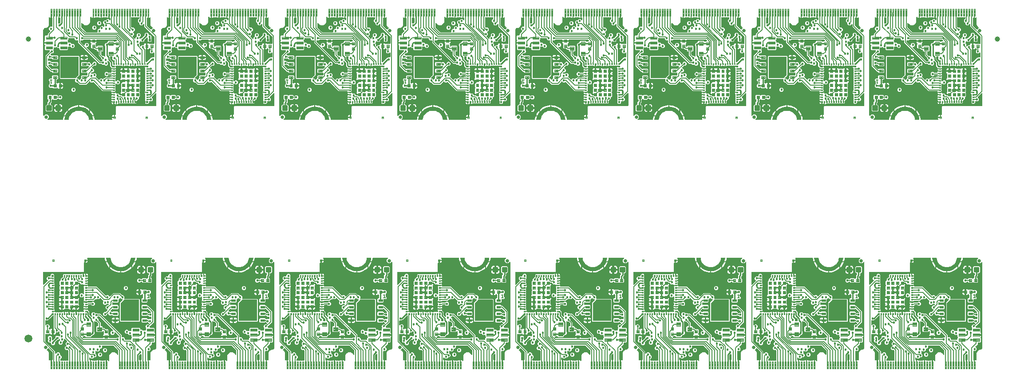
<source format=gtl>
G04 EAGLE Gerber RS-274X export*
G75*
%MOMM*%
%FSLAX34Y34*%
%LPD*%
%INTop Copper*%
%IPPOS*%
%AMOC8*
5,1,8,0,0,1.08239X$1,22.5*%
G01*
%ADD10C,0.127000*%
%ADD11C,0.101500*%
%ADD12C,0.352400*%
%ADD13C,0.101600*%
%ADD14C,0.102000*%
%ADD15C,0.103200*%
%ADD16C,0.104000*%
%ADD17C,0.100000*%
%ADD18C,0.300000*%
%ADD19C,0.635000*%
%ADD20C,0.099000*%
%ADD21C,1.000000*%
%ADD22C,1.500000*%
%ADD23C,0.454000*%
%ADD24C,0.150000*%
%ADD25C,0.200000*%
%ADD26C,0.250000*%
%ADD27C,0.180000*%
%ADD28C,0.220000*%

G36*
X1553158Y16010D02*
X1553158Y16010D01*
X1553222Y16009D01*
X1553297Y16030D01*
X1553374Y16041D01*
X1553432Y16067D01*
X1553494Y16084D01*
X1553560Y16125D01*
X1553630Y16157D01*
X1553679Y16199D01*
X1553734Y16232D01*
X1553786Y16290D01*
X1553845Y16340D01*
X1553880Y16394D01*
X1553923Y16442D01*
X1553957Y16511D01*
X1553999Y16576D01*
X1554018Y16638D01*
X1554046Y16695D01*
X1554057Y16765D01*
X1554082Y16846D01*
X1554083Y16931D01*
X1554094Y17000D01*
X1554094Y22541D01*
X1554738Y22541D01*
X1555513Y22333D01*
X1556186Y21945D01*
X1556225Y21929D01*
X1556261Y21905D01*
X1556356Y21876D01*
X1556447Y21840D01*
X1556490Y21835D01*
X1556531Y21823D01*
X1556630Y21822D01*
X1556728Y21812D01*
X1556770Y21820D01*
X1556813Y21819D01*
X1556908Y21845D01*
X1557005Y21864D01*
X1557043Y21883D01*
X1557085Y21894D01*
X1557169Y21946D01*
X1557257Y21991D01*
X1557288Y22020D01*
X1557325Y22043D01*
X1557391Y22116D01*
X1557463Y22183D01*
X1557485Y22220D01*
X1557514Y22252D01*
X1557557Y22341D01*
X1557607Y22425D01*
X1557618Y22467D01*
X1557637Y22506D01*
X1557650Y22590D01*
X1557678Y22698D01*
X1557676Y22759D01*
X1557684Y22810D01*
X1557684Y33726D01*
X1557672Y33812D01*
X1557669Y33899D01*
X1557664Y33915D01*
X1557684Y35011D01*
X1557683Y35021D01*
X1557684Y35030D01*
X1557684Y36115D01*
X1557685Y36115D01*
X1557693Y36229D01*
X1557708Y36314D01*
X1557719Y36873D01*
X1559517Y40067D01*
X1562615Y42027D01*
X1563215Y42069D01*
X1563288Y42084D01*
X1563364Y42090D01*
X1563426Y42114D01*
X1563490Y42128D01*
X1563494Y42130D01*
X1564468Y42157D01*
X1564490Y42161D01*
X1564510Y42159D01*
X1564607Y42166D01*
X1564651Y42175D01*
X1564691Y42175D01*
X1565410Y42287D01*
X1565443Y42297D01*
X1565477Y42300D01*
X1565561Y42333D01*
X1565679Y42369D01*
X1565722Y42397D01*
X1565764Y42414D01*
X1567062Y43179D01*
X1567138Y43240D01*
X1567219Y43294D01*
X1567245Y43326D01*
X1567282Y43356D01*
X1567357Y43462D01*
X1567415Y43532D01*
X1568180Y44830D01*
X1568194Y44862D01*
X1568213Y44891D01*
X1568241Y44976D01*
X1568288Y45091D01*
X1568294Y45142D01*
X1568307Y45185D01*
X1568423Y45927D01*
X1568424Y46011D01*
X1568434Y46081D01*
X1568434Y208781D01*
X1568430Y208813D01*
X1568432Y208846D01*
X1568410Y208952D01*
X1568395Y209061D01*
X1568381Y209090D01*
X1568375Y209122D01*
X1568323Y209218D01*
X1568278Y209318D01*
X1568257Y209342D01*
X1568242Y209371D01*
X1568166Y209449D01*
X1568095Y209532D01*
X1568068Y209550D01*
X1568046Y209573D01*
X1567951Y209626D01*
X1567859Y209686D01*
X1567828Y209696D01*
X1567800Y209712D01*
X1567694Y209737D01*
X1567589Y209769D01*
X1567557Y209769D01*
X1567526Y209777D01*
X1567416Y209771D01*
X1567307Y209772D01*
X1567276Y209764D01*
X1567244Y209762D01*
X1567141Y209726D01*
X1567036Y209697D01*
X1567008Y209680D01*
X1566978Y209670D01*
X1566905Y209616D01*
X1566796Y209549D01*
X1566763Y209513D01*
X1566729Y209488D01*
X1564541Y207300D01*
X1560647Y207300D01*
X1557894Y210053D01*
X1557894Y213947D01*
X1560082Y216134D01*
X1560102Y216160D01*
X1560126Y216181D01*
X1560186Y216273D01*
X1560251Y216360D01*
X1560263Y216390D01*
X1560281Y216417D01*
X1560313Y216522D01*
X1560351Y216624D01*
X1560354Y216656D01*
X1560363Y216687D01*
X1560364Y216796D01*
X1560373Y216905D01*
X1560366Y216937D01*
X1560367Y216969D01*
X1560337Y217074D01*
X1560315Y217181D01*
X1560300Y217210D01*
X1560291Y217241D01*
X1560234Y217334D01*
X1560183Y217430D01*
X1560160Y217453D01*
X1560143Y217481D01*
X1560062Y217554D01*
X1559986Y217632D01*
X1559958Y217648D01*
X1559934Y217670D01*
X1559836Y217717D01*
X1559741Y217771D01*
X1559709Y217779D01*
X1559680Y217793D01*
X1559591Y217807D01*
X1559466Y217836D01*
X1559418Y217834D01*
X1559376Y217840D01*
X1531841Y217840D01*
X1531767Y217830D01*
X1531692Y217829D01*
X1531628Y217810D01*
X1531562Y217800D01*
X1531494Y217770D01*
X1531422Y217748D01*
X1531366Y217712D01*
X1531305Y217684D01*
X1531248Y217635D01*
X1531185Y217594D01*
X1531141Y217544D01*
X1531091Y217501D01*
X1531050Y217438D01*
X1531001Y217381D01*
X1530976Y217325D01*
X1530936Y217265D01*
X1530921Y217214D01*
X1530917Y217209D01*
X1530907Y217169D01*
X1530876Y217099D01*
X1530867Y217064D01*
X1530861Y217018D01*
X1530854Y216995D01*
X1530854Y216991D01*
X1530845Y216960D01*
X1530844Y216934D01*
X1530838Y216911D01*
X1530688Y215494D01*
X1529946Y212132D01*
X1529559Y210999D01*
X1526798Y210999D01*
X1527611Y213423D01*
X1527611Y213433D01*
X1527620Y213458D01*
X1528340Y217456D01*
X1528335Y217495D01*
X1528341Y217533D01*
X1528328Y217563D01*
X1528325Y217595D01*
X1528300Y217625D01*
X1528284Y217661D01*
X1528258Y217679D01*
X1528237Y217704D01*
X1528200Y217717D01*
X1528168Y217738D01*
X1528112Y217747D01*
X1528105Y217749D01*
X1528102Y217748D01*
X1528094Y217749D01*
X1520094Y217749D01*
X1520030Y217731D01*
X1519960Y217710D01*
X1519914Y217658D01*
X1519868Y217605D01*
X1519868Y217604D01*
X1519847Y217533D01*
X1519466Y214671D01*
X1518646Y211922D01*
X1517408Y209336D01*
X1515779Y206975D01*
X1513802Y204897D01*
X1511523Y203155D01*
X1509001Y201791D01*
X1506296Y200838D01*
X1503475Y200320D01*
X1500594Y200249D01*
X1497714Y200320D01*
X1494893Y200838D01*
X1492188Y201791D01*
X1489665Y203155D01*
X1487387Y204897D01*
X1485409Y206975D01*
X1483781Y209336D01*
X1482542Y211922D01*
X1481723Y214671D01*
X1481341Y217533D01*
X1481314Y217595D01*
X1481285Y217661D01*
X1481284Y217661D01*
X1481224Y217701D01*
X1481168Y217738D01*
X1481094Y217749D01*
X1480007Y217749D01*
X1479957Y217765D01*
X1479899Y217793D01*
X1479830Y217804D01*
X1479748Y217828D01*
X1479664Y217829D01*
X1479594Y217840D01*
X1479530Y217831D01*
X1479466Y217832D01*
X1479391Y217811D01*
X1479315Y217800D01*
X1479256Y217774D01*
X1479194Y217757D01*
X1479182Y217749D01*
X1473094Y217749D01*
X1473057Y217739D01*
X1473019Y217738D01*
X1472992Y217719D01*
X1472960Y217710D01*
X1472935Y217681D01*
X1472903Y217660D01*
X1472890Y217630D01*
X1472868Y217605D01*
X1472862Y217567D01*
X1472847Y217532D01*
X1472848Y217474D01*
X1472847Y217467D01*
X1472848Y217464D01*
X1472849Y217458D01*
X1473542Y213447D01*
X1473546Y213438D01*
X1473551Y213411D01*
X1474345Y210999D01*
X1471593Y210999D01*
X1471118Y212492D01*
X1471110Y212531D01*
X1470473Y215632D01*
X1470347Y216918D01*
X1470338Y216955D01*
X1470338Y216969D01*
X1470324Y217019D01*
X1470318Y217078D01*
X1470312Y217099D01*
X1470290Y217152D01*
X1470280Y217192D01*
X1470273Y217204D01*
X1470263Y217241D01*
X1470228Y217297D01*
X1470202Y217359D01*
X1470154Y217417D01*
X1470115Y217481D01*
X1470065Y217525D01*
X1470023Y217577D01*
X1469961Y217619D01*
X1469905Y217670D01*
X1469845Y217699D01*
X1469791Y217736D01*
X1469719Y217760D01*
X1469652Y217793D01*
X1469591Y217802D01*
X1469523Y217825D01*
X1469425Y217828D01*
X1469347Y217840D01*
X1437551Y217840D01*
X1437508Y217834D01*
X1437465Y217837D01*
X1437369Y217814D01*
X1437272Y217800D01*
X1437233Y217783D01*
X1437191Y217773D01*
X1437104Y217725D01*
X1437015Y217684D01*
X1436982Y217656D01*
X1436945Y217635D01*
X1436875Y217565D01*
X1436800Y217501D01*
X1436777Y217465D01*
X1436747Y217434D01*
X1436700Y217348D01*
X1436646Y217265D01*
X1436633Y217224D01*
X1436613Y217186D01*
X1436592Y217089D01*
X1436564Y216995D01*
X1436563Y216952D01*
X1436554Y216910D01*
X1436561Y216812D01*
X1436560Y216713D01*
X1436571Y216672D01*
X1436574Y216629D01*
X1436605Y216549D01*
X1436635Y216441D01*
X1436667Y216390D01*
X1436685Y216341D01*
X1437077Y215664D01*
X1437285Y214886D01*
X1437285Y213924D01*
X1432669Y213924D01*
X1432606Y213915D01*
X1432542Y213916D01*
X1432467Y213895D01*
X1432390Y213884D01*
X1432332Y213858D01*
X1432270Y213841D01*
X1432204Y213800D01*
X1432133Y213768D01*
X1432084Y213726D01*
X1432030Y213693D01*
X1431978Y213635D01*
X1431919Y213585D01*
X1431899Y213555D01*
X1431879Y213542D01*
X1431828Y213485D01*
X1431769Y213435D01*
X1431733Y213381D01*
X1431690Y213333D01*
X1431657Y213264D01*
X1431614Y213199D01*
X1431595Y213137D01*
X1431567Y213079D01*
X1431557Y213010D01*
X1431532Y212929D01*
X1431531Y212844D01*
X1431520Y212775D01*
X1431520Y208159D01*
X1431118Y208159D01*
X1431055Y208150D01*
X1430990Y208151D01*
X1430916Y208130D01*
X1430839Y208119D01*
X1430781Y208093D01*
X1430718Y208076D01*
X1430652Y208035D01*
X1430582Y208003D01*
X1430533Y207961D01*
X1430479Y207928D01*
X1430427Y207870D01*
X1430368Y207820D01*
X1430333Y207766D01*
X1430289Y207718D01*
X1430256Y207649D01*
X1430213Y207584D01*
X1430194Y207522D01*
X1430166Y207465D01*
X1430156Y207395D01*
X1430131Y207314D01*
X1430130Y207229D01*
X1430119Y207160D01*
X1430119Y191868D01*
X1429226Y190975D01*
X1353753Y190975D01*
X1353690Y190966D01*
X1353625Y190967D01*
X1353551Y190946D01*
X1353474Y190935D01*
X1353416Y190909D01*
X1353353Y190892D01*
X1353287Y190851D01*
X1353217Y190819D01*
X1353168Y190777D01*
X1353114Y190744D01*
X1353062Y190686D01*
X1353003Y190636D01*
X1352968Y190582D01*
X1352924Y190534D01*
X1352891Y190465D01*
X1352848Y190400D01*
X1352829Y190338D01*
X1352801Y190281D01*
X1352791Y190211D01*
X1352766Y190130D01*
X1352765Y190045D01*
X1352754Y189976D01*
X1352754Y167289D01*
X1352758Y167257D01*
X1352756Y167225D01*
X1352778Y167118D01*
X1352794Y167010D01*
X1352807Y166980D01*
X1352814Y166949D01*
X1352865Y166852D01*
X1352910Y166753D01*
X1352931Y166728D01*
X1352946Y166700D01*
X1353022Y166622D01*
X1353093Y166539D01*
X1353120Y166521D01*
X1353143Y166498D01*
X1353238Y166444D01*
X1353329Y166384D01*
X1353360Y166375D01*
X1353388Y166359D01*
X1353495Y166334D01*
X1353599Y166302D01*
X1353631Y166301D01*
X1353663Y166294D01*
X1353772Y166299D01*
X1353881Y166298D01*
X1353912Y166307D01*
X1353944Y166308D01*
X1354048Y166344D01*
X1354153Y166373D01*
X1354180Y166390D01*
X1354211Y166401D01*
X1354284Y166454D01*
X1354393Y166521D01*
X1354425Y166557D01*
X1354460Y166583D01*
X1361346Y173469D01*
X1361384Y173520D01*
X1361430Y173565D01*
X1361469Y173632D01*
X1361515Y173694D01*
X1361538Y173754D01*
X1361570Y173810D01*
X1361587Y173886D01*
X1361615Y173958D01*
X1361620Y174022D01*
X1361634Y174085D01*
X1361631Y174162D01*
X1361636Y174239D01*
X1361623Y174302D01*
X1361620Y174366D01*
X1361595Y174440D01*
X1361579Y174515D01*
X1361549Y174572D01*
X1361528Y174633D01*
X1361486Y174689D01*
X1361446Y174764D01*
X1361387Y174825D01*
X1361346Y174882D01*
X1359299Y176928D01*
X1359299Y180072D01*
X1361522Y182295D01*
X1364666Y182295D01*
X1364808Y182153D01*
X1364833Y182134D01*
X1364854Y182109D01*
X1364914Y182070D01*
X1364940Y182047D01*
X1364966Y182034D01*
X1365033Y181984D01*
X1365063Y181972D01*
X1365090Y181955D01*
X1365195Y181923D01*
X1365297Y181884D01*
X1365329Y181882D01*
X1365360Y181872D01*
X1365469Y181871D01*
X1365578Y181862D01*
X1365610Y181869D01*
X1365642Y181869D01*
X1365747Y181898D01*
X1365854Y181920D01*
X1365883Y181935D01*
X1365914Y181944D01*
X1366007Y182001D01*
X1366103Y182053D01*
X1366126Y182075D01*
X1366154Y182092D01*
X1366227Y182173D01*
X1366305Y182249D01*
X1366321Y182277D01*
X1366343Y182301D01*
X1366391Y182400D01*
X1366444Y182495D01*
X1366452Y182526D01*
X1366466Y182555D01*
X1366480Y182645D01*
X1366486Y182671D01*
X1366501Y182721D01*
X1366502Y182737D01*
X1366509Y182769D01*
X1366507Y182818D01*
X1366513Y182860D01*
X1366513Y184858D01*
X1368736Y187081D01*
X1371974Y187081D01*
X1371992Y187059D01*
X1372000Y187044D01*
X1372018Y187027D01*
X1372064Y186970D01*
X1373645Y185390D01*
X1373645Y178160D01*
X1373631Y178114D01*
X1373630Y178029D01*
X1373619Y177960D01*
X1373619Y176253D01*
X1373619Y176250D01*
X1373619Y176247D01*
X1373619Y176202D01*
X1373618Y176186D01*
X1373619Y176180D01*
X1373619Y171753D01*
X1373619Y171750D01*
X1373619Y171747D01*
X1373619Y171702D01*
X1373618Y171686D01*
X1373619Y171680D01*
X1373619Y168684D01*
X1373632Y168589D01*
X1373637Y168492D01*
X1373652Y168449D01*
X1373659Y168404D01*
X1373698Y168317D01*
X1373730Y168226D01*
X1373755Y168192D01*
X1373775Y168147D01*
X1373858Y168050D01*
X1373912Y167977D01*
X1374025Y167863D01*
X1374427Y167168D01*
X1374635Y166392D01*
X1374635Y165999D01*
X1370345Y165999D01*
X1370281Y165990D01*
X1370217Y165991D01*
X1370142Y165971D01*
X1370065Y165960D01*
X1370007Y165933D01*
X1369945Y165916D01*
X1369879Y165875D01*
X1369808Y165843D01*
X1369760Y165802D01*
X1369705Y165768D01*
X1369653Y165710D01*
X1369594Y165660D01*
X1369559Y165606D01*
X1369516Y165559D01*
X1369482Y165489D01*
X1369440Y165424D01*
X1369421Y165362D01*
X1369393Y165305D01*
X1369382Y165235D01*
X1369357Y165154D01*
X1369356Y165070D01*
X1369345Y165000D01*
X1369354Y164936D01*
X1369353Y164872D01*
X1369374Y164797D01*
X1369385Y164721D01*
X1369412Y164662D01*
X1369429Y164600D01*
X1369469Y164534D01*
X1369501Y164464D01*
X1369543Y164415D01*
X1369577Y164360D01*
X1369634Y164308D01*
X1369685Y164249D01*
X1369738Y164214D01*
X1369786Y164171D01*
X1369856Y164137D01*
X1369921Y164095D01*
X1369982Y164076D01*
X1370040Y164048D01*
X1370109Y164037D01*
X1370190Y164013D01*
X1370275Y164011D01*
X1370345Y164001D01*
X1374635Y164001D01*
X1374635Y163608D01*
X1374427Y162832D01*
X1374025Y162137D01*
X1373912Y162023D01*
X1373854Y161946D01*
X1373789Y161875D01*
X1373770Y161834D01*
X1373742Y161797D01*
X1373708Y161707D01*
X1373666Y161621D01*
X1373660Y161579D01*
X1373643Y161534D01*
X1373633Y161406D01*
X1373619Y161316D01*
X1373619Y158253D01*
X1373619Y158250D01*
X1373619Y158247D01*
X1373619Y158202D01*
X1373618Y158186D01*
X1373619Y158180D01*
X1373619Y153753D01*
X1373619Y153750D01*
X1373619Y153747D01*
X1373619Y153702D01*
X1373618Y153686D01*
X1373619Y153680D01*
X1373619Y149253D01*
X1373619Y149250D01*
X1373619Y149247D01*
X1373619Y149202D01*
X1373618Y149186D01*
X1373619Y149180D01*
X1373619Y144753D01*
X1373619Y144750D01*
X1373619Y144747D01*
X1373619Y144702D01*
X1373618Y144686D01*
X1373619Y144680D01*
X1373619Y140253D01*
X1373619Y140250D01*
X1373619Y140247D01*
X1373619Y140202D01*
X1373618Y140186D01*
X1373619Y140180D01*
X1373619Y135753D01*
X1373619Y135750D01*
X1373619Y135747D01*
X1373619Y135702D01*
X1373618Y135686D01*
X1373619Y135680D01*
X1373619Y131253D01*
X1373619Y131250D01*
X1373619Y131247D01*
X1373619Y131202D01*
X1373618Y131186D01*
X1373619Y131180D01*
X1373619Y126753D01*
X1373619Y126750D01*
X1373619Y126747D01*
X1373619Y126702D01*
X1373618Y126686D01*
X1373619Y126680D01*
X1373619Y122253D01*
X1373619Y122250D01*
X1373619Y122247D01*
X1373619Y122202D01*
X1373618Y122186D01*
X1373619Y122180D01*
X1373619Y119184D01*
X1373632Y119089D01*
X1373637Y118992D01*
X1373652Y118949D01*
X1373659Y118904D01*
X1373698Y118817D01*
X1373730Y118726D01*
X1373755Y118692D01*
X1373775Y118647D01*
X1373858Y118550D01*
X1373912Y118477D01*
X1374025Y118363D01*
X1374427Y117668D01*
X1374635Y116892D01*
X1374635Y116499D01*
X1370345Y116499D01*
X1370281Y116490D01*
X1370217Y116491D01*
X1370142Y116471D01*
X1370065Y116460D01*
X1370007Y116433D01*
X1369945Y116416D01*
X1369879Y116375D01*
X1369808Y116343D01*
X1369760Y116302D01*
X1369705Y116268D01*
X1369653Y116210D01*
X1369594Y116160D01*
X1369559Y116106D01*
X1369516Y116059D01*
X1369482Y115989D01*
X1369440Y115924D01*
X1369421Y115862D01*
X1369393Y115805D01*
X1369382Y115735D01*
X1369357Y115654D01*
X1369356Y115570D01*
X1369345Y115500D01*
X1369354Y115436D01*
X1369353Y115372D01*
X1369374Y115297D01*
X1369385Y115221D01*
X1369412Y115162D01*
X1369429Y115100D01*
X1369469Y115034D01*
X1369501Y114964D01*
X1369543Y114915D01*
X1369577Y114860D01*
X1369634Y114808D01*
X1369685Y114749D01*
X1369738Y114714D01*
X1369786Y114671D01*
X1369856Y114637D01*
X1369921Y114595D01*
X1369982Y114576D01*
X1370040Y114548D01*
X1370109Y114537D01*
X1370190Y114513D01*
X1370275Y114511D01*
X1370345Y114501D01*
X1374785Y114501D01*
X1374791Y114488D01*
X1374833Y114439D01*
X1374866Y114384D01*
X1374924Y114332D01*
X1374974Y114274D01*
X1375028Y114238D01*
X1375076Y114195D01*
X1375145Y114162D01*
X1375210Y114119D01*
X1375272Y114100D01*
X1375330Y114072D01*
X1375399Y114061D01*
X1375480Y114037D01*
X1375565Y114036D01*
X1375634Y114025D01*
X1377341Y114025D01*
X1377344Y114025D01*
X1377347Y114025D01*
X1377393Y114025D01*
X1377408Y114024D01*
X1377414Y114025D01*
X1381841Y114025D01*
X1381844Y114025D01*
X1381847Y114025D01*
X1381893Y114025D01*
X1381908Y114024D01*
X1381914Y114025D01*
X1386341Y114025D01*
X1386344Y114025D01*
X1386347Y114025D01*
X1386393Y114025D01*
X1386408Y114024D01*
X1386414Y114025D01*
X1389411Y114025D01*
X1389506Y114038D01*
X1389602Y114043D01*
X1389645Y114058D01*
X1389690Y114065D01*
X1389777Y114104D01*
X1389868Y114136D01*
X1389903Y114161D01*
X1389947Y114181D01*
X1390044Y114264D01*
X1390117Y114317D01*
X1390231Y114431D01*
X1390927Y114833D01*
X1391702Y115041D01*
X1392095Y115041D01*
X1392095Y110750D01*
X1392104Y110687D01*
X1392103Y110622D01*
X1392124Y110548D01*
X1392135Y110471D01*
X1392161Y110413D01*
X1392178Y110351D01*
X1392219Y110285D01*
X1392251Y110214D01*
X1392293Y110165D01*
X1392326Y110111D01*
X1392384Y110059D01*
X1392434Y110000D01*
X1392488Y109965D01*
X1392536Y109922D01*
X1392605Y109888D01*
X1392670Y109845D01*
X1392732Y109827D01*
X1392789Y109799D01*
X1392859Y109788D01*
X1392940Y109763D01*
X1393025Y109762D01*
X1393094Y109751D01*
X1393158Y109760D01*
X1393222Y109759D01*
X1393297Y109780D01*
X1393374Y109791D01*
X1393432Y109817D01*
X1393494Y109834D01*
X1393560Y109875D01*
X1393630Y109907D01*
X1393679Y109949D01*
X1393734Y109983D01*
X1393786Y110040D01*
X1393845Y110091D01*
X1393880Y110144D01*
X1393923Y110192D01*
X1393957Y110262D01*
X1393999Y110326D01*
X1394018Y110388D01*
X1394046Y110446D01*
X1394057Y110515D01*
X1394082Y110596D01*
X1394083Y110681D01*
X1394094Y110750D01*
X1394094Y115041D01*
X1394486Y115041D01*
X1395262Y114833D01*
X1395957Y114431D01*
X1396071Y114317D01*
X1396148Y114260D01*
X1396219Y114195D01*
X1396260Y114175D01*
X1396297Y114148D01*
X1396387Y114114D01*
X1396473Y114072D01*
X1396515Y114066D01*
X1396561Y114049D01*
X1396688Y114039D01*
X1396778Y114025D01*
X1398411Y114025D01*
X1398506Y114038D01*
X1398602Y114043D01*
X1398645Y114058D01*
X1398690Y114065D01*
X1398777Y114104D01*
X1398868Y114136D01*
X1398903Y114161D01*
X1398947Y114181D01*
X1399044Y114264D01*
X1399117Y114317D01*
X1399231Y114431D01*
X1399927Y114833D01*
X1400702Y115041D01*
X1401095Y115041D01*
X1401095Y110750D01*
X1401104Y110687D01*
X1401103Y110622D01*
X1401124Y110548D01*
X1401135Y110471D01*
X1401161Y110413D01*
X1401178Y110351D01*
X1401219Y110285D01*
X1401251Y110214D01*
X1401293Y110165D01*
X1401326Y110111D01*
X1401384Y110059D01*
X1401434Y110000D01*
X1401488Y109965D01*
X1401536Y109922D01*
X1401605Y109888D01*
X1401670Y109845D01*
X1401732Y109827D01*
X1401789Y109799D01*
X1401859Y109788D01*
X1401940Y109763D01*
X1402025Y109762D01*
X1402094Y109751D01*
X1402158Y109760D01*
X1402222Y109759D01*
X1402297Y109780D01*
X1402374Y109791D01*
X1402432Y109817D01*
X1402494Y109834D01*
X1402560Y109875D01*
X1402630Y109907D01*
X1402679Y109949D01*
X1402734Y109983D01*
X1402786Y110040D01*
X1402845Y110091D01*
X1402880Y110144D01*
X1402923Y110192D01*
X1402957Y110262D01*
X1402999Y110326D01*
X1403018Y110388D01*
X1403046Y110446D01*
X1403057Y110515D01*
X1403082Y110596D01*
X1403083Y110681D01*
X1403094Y110750D01*
X1403094Y115041D01*
X1403486Y115041D01*
X1404262Y114833D01*
X1404957Y114431D01*
X1405071Y114317D01*
X1405148Y114260D01*
X1405219Y114195D01*
X1405260Y114175D01*
X1405297Y114148D01*
X1405387Y114114D01*
X1405473Y114072D01*
X1405515Y114066D01*
X1405561Y114049D01*
X1405688Y114039D01*
X1405778Y114025D01*
X1408841Y114025D01*
X1408844Y114025D01*
X1408847Y114025D01*
X1408893Y114025D01*
X1408908Y114024D01*
X1408914Y114025D01*
X1411911Y114025D01*
X1412006Y114038D01*
X1412102Y114043D01*
X1412145Y114058D01*
X1412190Y114065D01*
X1412277Y114104D01*
X1412368Y114136D01*
X1412403Y114161D01*
X1412447Y114181D01*
X1412544Y114264D01*
X1412617Y114317D01*
X1412731Y114431D01*
X1413427Y114833D01*
X1414202Y115041D01*
X1414595Y115041D01*
X1414595Y110750D01*
X1414604Y110687D01*
X1414603Y110622D01*
X1414624Y110548D01*
X1414635Y110471D01*
X1414661Y110413D01*
X1414678Y110351D01*
X1414719Y110285D01*
X1414751Y110214D01*
X1414793Y110165D01*
X1414826Y110111D01*
X1414884Y110059D01*
X1414934Y110000D01*
X1414988Y109965D01*
X1415036Y109922D01*
X1415105Y109888D01*
X1415170Y109845D01*
X1415232Y109827D01*
X1415289Y109799D01*
X1415359Y109788D01*
X1415440Y109763D01*
X1415525Y109762D01*
X1415594Y109751D01*
X1415658Y109760D01*
X1415722Y109759D01*
X1415797Y109780D01*
X1415874Y109791D01*
X1415932Y109817D01*
X1415994Y109834D01*
X1416060Y109875D01*
X1416130Y109907D01*
X1416179Y109949D01*
X1416234Y109983D01*
X1416286Y110040D01*
X1416345Y110091D01*
X1416380Y110144D01*
X1416423Y110192D01*
X1416457Y110262D01*
X1416499Y110326D01*
X1416518Y110388D01*
X1416546Y110446D01*
X1416557Y110515D01*
X1416582Y110596D01*
X1416583Y110681D01*
X1416594Y110750D01*
X1416594Y115041D01*
X1416986Y115041D01*
X1417762Y114833D01*
X1418457Y114431D01*
X1418571Y114317D01*
X1418648Y114260D01*
X1418719Y114195D01*
X1418760Y114175D01*
X1418797Y114148D01*
X1418887Y114114D01*
X1418973Y114072D01*
X1419015Y114066D01*
X1419061Y114049D01*
X1419188Y114039D01*
X1419278Y114025D01*
X1421674Y114025D01*
X1421769Y114038D01*
X1421865Y114043D01*
X1421909Y114058D01*
X1421954Y114065D01*
X1422041Y114104D01*
X1422132Y114136D01*
X1422166Y114161D01*
X1422210Y114181D01*
X1422308Y114264D01*
X1422381Y114317D01*
X1422564Y114501D01*
X1429570Y114501D01*
X1429634Y114510D01*
X1429698Y114509D01*
X1429773Y114530D01*
X1429849Y114541D01*
X1429908Y114567D01*
X1429970Y114584D01*
X1430036Y114625D01*
X1430106Y114657D01*
X1430155Y114699D01*
X1430210Y114732D01*
X1430262Y114790D01*
X1430321Y114840D01*
X1430356Y114894D01*
X1430399Y114942D01*
X1430433Y115011D01*
X1430475Y115076D01*
X1430494Y115138D01*
X1430522Y115195D01*
X1430533Y115265D01*
X1430557Y115346D01*
X1430559Y115431D01*
X1430569Y115500D01*
X1430569Y116316D01*
X1430556Y116411D01*
X1430551Y116508D01*
X1430536Y116551D01*
X1430530Y116596D01*
X1430490Y116683D01*
X1430459Y116774D01*
X1430433Y116808D01*
X1430413Y116853D01*
X1430330Y116950D01*
X1430277Y117023D01*
X1430163Y117137D01*
X1429761Y117832D01*
X1429553Y118608D01*
X1429553Y119001D01*
X1430584Y119001D01*
X1430625Y119006D01*
X1430666Y119004D01*
X1430764Y119026D01*
X1430863Y119040D01*
X1430901Y119057D01*
X1430941Y119066D01*
X1431029Y119115D01*
X1431120Y119157D01*
X1431151Y119183D01*
X1431187Y119203D01*
X1431258Y119275D01*
X1431335Y119340D01*
X1431357Y119374D01*
X1431386Y119404D01*
X1431434Y119492D01*
X1431489Y119576D01*
X1431501Y119615D01*
X1431521Y119651D01*
X1431542Y119750D01*
X1431571Y119846D01*
X1431572Y119887D01*
X1431581Y119927D01*
X1431574Y120027D01*
X1431575Y120128D01*
X1431564Y120167D01*
X1431561Y120208D01*
X1431527Y120303D01*
X1431500Y120400D01*
X1431478Y120435D01*
X1431464Y120473D01*
X1431405Y120554D01*
X1431352Y120639D01*
X1431321Y120667D01*
X1431297Y120700D01*
X1431227Y120752D01*
X1431142Y120829D01*
X1431090Y120854D01*
X1431049Y120884D01*
X1430967Y120914D01*
X1430888Y120952D01*
X1430838Y120960D01*
X1430783Y120979D01*
X1430669Y120986D01*
X1430583Y120999D01*
X1429553Y120999D01*
X1429553Y121392D01*
X1429714Y121991D01*
X1429727Y122097D01*
X1429747Y122202D01*
X1429744Y122235D01*
X1429748Y122271D01*
X1429724Y122418D01*
X1429714Y122509D01*
X1429553Y123108D01*
X1429553Y123501D01*
X1430583Y123501D01*
X1430670Y123513D01*
X1430757Y123516D01*
X1430805Y123532D01*
X1430863Y123540D01*
X1430967Y123588D01*
X1431049Y123616D01*
X1431083Y123640D01*
X1431120Y123657D01*
X1431196Y123722D01*
X1431278Y123781D01*
X1431303Y123814D01*
X1431334Y123840D01*
X1431390Y123924D01*
X1431451Y124004D01*
X1431466Y124042D01*
X1431489Y124076D01*
X1431518Y124172D01*
X1431555Y124266D01*
X1431559Y124307D01*
X1431571Y124346D01*
X1431573Y124446D01*
X1431582Y124547D01*
X1431575Y124587D01*
X1431575Y124628D01*
X1431548Y124725D01*
X1431529Y124824D01*
X1431511Y124860D01*
X1431500Y124900D01*
X1431447Y124985D01*
X1431401Y125075D01*
X1431373Y125105D01*
X1431352Y125140D01*
X1431277Y125207D01*
X1431208Y125280D01*
X1431173Y125301D01*
X1431142Y125329D01*
X1431052Y125373D01*
X1430965Y125424D01*
X1430926Y125434D01*
X1430889Y125452D01*
X1430803Y125465D01*
X1430692Y125494D01*
X1430634Y125492D01*
X1430584Y125499D01*
X1429553Y125499D01*
X1429553Y125892D01*
X1429761Y126668D01*
X1430163Y127363D01*
X1430277Y127477D01*
X1430334Y127554D01*
X1430399Y127625D01*
X1430419Y127666D01*
X1430446Y127703D01*
X1430480Y127793D01*
X1430522Y127879D01*
X1430528Y127921D01*
X1430546Y127966D01*
X1430555Y128094D01*
X1430569Y128184D01*
X1430569Y129816D01*
X1430556Y129911D01*
X1430551Y130008D01*
X1430536Y130051D01*
X1430530Y130096D01*
X1430490Y130183D01*
X1430459Y130274D01*
X1430433Y130308D01*
X1430413Y130353D01*
X1430330Y130450D01*
X1430277Y130523D01*
X1430163Y130637D01*
X1429761Y131332D01*
X1429553Y132108D01*
X1429553Y132501D01*
X1433844Y132501D01*
X1433845Y132501D01*
X1438509Y132501D01*
X1438528Y132488D01*
X1438576Y132445D01*
X1438645Y132412D01*
X1438710Y132369D01*
X1438772Y132350D01*
X1438830Y132322D01*
X1438899Y132311D01*
X1438980Y132287D01*
X1439065Y132286D01*
X1439134Y132275D01*
X1444088Y132275D01*
X1444184Y132288D01*
X1444280Y132293D01*
X1444323Y132308D01*
X1444368Y132315D01*
X1444455Y132354D01*
X1444546Y132386D01*
X1444581Y132411D01*
X1444625Y132431D01*
X1444722Y132514D01*
X1444795Y132567D01*
X1446247Y134019D01*
X1446266Y134045D01*
X1446291Y134066D01*
X1446351Y134158D01*
X1446416Y134245D01*
X1446428Y134275D01*
X1446445Y134302D01*
X1446477Y134407D01*
X1446516Y134509D01*
X1446518Y134541D01*
X1446528Y134572D01*
X1446529Y134681D01*
X1446538Y134790D01*
X1446531Y134822D01*
X1446532Y134854D01*
X1446503Y134959D01*
X1446480Y135066D01*
X1446465Y135095D01*
X1446456Y135126D01*
X1446399Y135219D01*
X1446348Y135315D01*
X1446325Y135338D01*
X1446308Y135366D01*
X1446227Y135439D01*
X1446151Y135517D01*
X1446123Y135533D01*
X1446099Y135555D01*
X1446001Y135602D01*
X1445905Y135656D01*
X1445874Y135664D01*
X1445845Y135678D01*
X1445756Y135692D01*
X1445631Y135721D01*
X1445583Y135719D01*
X1445541Y135725D01*
X1439134Y135725D01*
X1439071Y135716D01*
X1439006Y135717D01*
X1438932Y135696D01*
X1438855Y135685D01*
X1438797Y135659D01*
X1438734Y135642D01*
X1438668Y135601D01*
X1438598Y135569D01*
X1438549Y135527D01*
X1438495Y135494D01*
X1438443Y135436D01*
X1438384Y135386D01*
X1438349Y135332D01*
X1438305Y135284D01*
X1438272Y135215D01*
X1438229Y135150D01*
X1438210Y135088D01*
X1438182Y135031D01*
X1438172Y134961D01*
X1438147Y134880D01*
X1438146Y134795D01*
X1438135Y134726D01*
X1438135Y134499D01*
X1433845Y134499D01*
X1433844Y134499D01*
X1429553Y134499D01*
X1429553Y134892D01*
X1429761Y135668D01*
X1430163Y136363D01*
X1430277Y136477D01*
X1430334Y136554D01*
X1430399Y136625D01*
X1430419Y136666D01*
X1430446Y136703D01*
X1430480Y136793D01*
X1430522Y136879D01*
X1430528Y136921D01*
X1430546Y136966D01*
X1430555Y137094D01*
X1430569Y137184D01*
X1430569Y140247D01*
X1430569Y140250D01*
X1430569Y140253D01*
X1430569Y140291D01*
X1430571Y140309D01*
X1430569Y140317D01*
X1430569Y142764D01*
X1430565Y142796D01*
X1430567Y142828D01*
X1430545Y142935D01*
X1430530Y143044D01*
X1430516Y143073D01*
X1430510Y143104D01*
X1430458Y143201D01*
X1430413Y143300D01*
X1430392Y143325D01*
X1430377Y143353D01*
X1430301Y143432D01*
X1430230Y143515D01*
X1430203Y143532D01*
X1430181Y143556D01*
X1430086Y143609D01*
X1429994Y143669D01*
X1429963Y143679D01*
X1429935Y143695D01*
X1429829Y143720D01*
X1429724Y143752D01*
X1429692Y143752D01*
X1429661Y143759D01*
X1429551Y143754D01*
X1429442Y143755D01*
X1429411Y143747D01*
X1429379Y143745D01*
X1429276Y143709D01*
X1429171Y143680D01*
X1429143Y143663D01*
X1429113Y143653D01*
X1429040Y143599D01*
X1428931Y143532D01*
X1428898Y143496D01*
X1428864Y143471D01*
X1427598Y142205D01*
X1424454Y142205D01*
X1422841Y143819D01*
X1422815Y143838D01*
X1422794Y143863D01*
X1422702Y143923D01*
X1422615Y143988D01*
X1422593Y143996D01*
X1422593Y147934D01*
X1424454Y149795D01*
X1427598Y149795D01*
X1428864Y148529D01*
X1428889Y148510D01*
X1428910Y148485D01*
X1429002Y148425D01*
X1429089Y148360D01*
X1429119Y148348D01*
X1429146Y148331D01*
X1429251Y148299D01*
X1429353Y148260D01*
X1429385Y148258D01*
X1429416Y148248D01*
X1429525Y148247D01*
X1429634Y148238D01*
X1429666Y148245D01*
X1429698Y148245D01*
X1429803Y148274D01*
X1429910Y148296D01*
X1429939Y148311D01*
X1429970Y148320D01*
X1430063Y148377D01*
X1430159Y148429D01*
X1430182Y148451D01*
X1430210Y148468D01*
X1430269Y148534D01*
X1430273Y148537D01*
X1430277Y148540D01*
X1430285Y148551D01*
X1430361Y148625D01*
X1430377Y148653D01*
X1430399Y148677D01*
X1430431Y148744D01*
X1430447Y148765D01*
X1430461Y148801D01*
X1430500Y148871D01*
X1430508Y148902D01*
X1430522Y148931D01*
X1430530Y148981D01*
X1430548Y149028D01*
X1430553Y149094D01*
X1430565Y149145D01*
X1430565Y149146D01*
X1430569Y149159D01*
X1430566Y149213D01*
X1430569Y149236D01*
X1430569Y149247D01*
X1430569Y149250D01*
X1430569Y149253D01*
X1430569Y149291D01*
X1430571Y149309D01*
X1430569Y149317D01*
X1430569Y153747D01*
X1430569Y153750D01*
X1430569Y153753D01*
X1430569Y153791D01*
X1430571Y153809D01*
X1430569Y153817D01*
X1430569Y158247D01*
X1430569Y158250D01*
X1430569Y158253D01*
X1430569Y158291D01*
X1430571Y158309D01*
X1430569Y158317D01*
X1430569Y161316D01*
X1430556Y161411D01*
X1430551Y161508D01*
X1430536Y161551D01*
X1430530Y161596D01*
X1430490Y161683D01*
X1430459Y161774D01*
X1430433Y161808D01*
X1430413Y161853D01*
X1430330Y161950D01*
X1430277Y162023D01*
X1430163Y162137D01*
X1429761Y162832D01*
X1429553Y163608D01*
X1429553Y164001D01*
X1430584Y164001D01*
X1430614Y164005D01*
X1430643Y164002D01*
X1430753Y164025D01*
X1430863Y164040D01*
X1430890Y164053D01*
X1430920Y164059D01*
X1431019Y164111D01*
X1431120Y164157D01*
X1431143Y164176D01*
X1431169Y164190D01*
X1431250Y164267D01*
X1431334Y164340D01*
X1431351Y164365D01*
X1431372Y164386D01*
X1431428Y164482D01*
X1431489Y164576D01*
X1431498Y164605D01*
X1431512Y164630D01*
X1431539Y164739D01*
X1431571Y164846D01*
X1431572Y164875D01*
X1431579Y164904D01*
X1431574Y165016D01*
X1431575Y165128D01*
X1431567Y165156D01*
X1431566Y165186D01*
X1431530Y165292D01*
X1431500Y165400D01*
X1431484Y165425D01*
X1431475Y165453D01*
X1431410Y165545D01*
X1431352Y165639D01*
X1431330Y165659D01*
X1431312Y165684D01*
X1431240Y165740D01*
X1431142Y165829D01*
X1431101Y165849D01*
X1431069Y165873D01*
X1431069Y165874D01*
X1430977Y165909D01*
X1430888Y165952D01*
X1430848Y165958D01*
X1430805Y165974D01*
X1430674Y165985D01*
X1430583Y165999D01*
X1429553Y165999D01*
X1429553Y166206D01*
X1429544Y166270D01*
X1429545Y166334D01*
X1429525Y166409D01*
X1429514Y166485D01*
X1429487Y166544D01*
X1429470Y166606D01*
X1429429Y166672D01*
X1429397Y166742D01*
X1429356Y166791D01*
X1429322Y166846D01*
X1429264Y166898D01*
X1429214Y166956D01*
X1429160Y166992D01*
X1429113Y167035D01*
X1429043Y167068D01*
X1428978Y167111D01*
X1428917Y167130D01*
X1428859Y167158D01*
X1428789Y167169D01*
X1428708Y167193D01*
X1428624Y167194D01*
X1428554Y167205D01*
X1425022Y167205D01*
X1422841Y169387D01*
X1422815Y169406D01*
X1422799Y169424D01*
X1422799Y169726D01*
X1422790Y169790D01*
X1422791Y169854D01*
X1422771Y169929D01*
X1422760Y170005D01*
X1422733Y170064D01*
X1422716Y170126D01*
X1422675Y170192D01*
X1422643Y170262D01*
X1422602Y170311D01*
X1422568Y170366D01*
X1422510Y170418D01*
X1422460Y170476D01*
X1422406Y170512D01*
X1422359Y170555D01*
X1422289Y170588D01*
X1422224Y170631D01*
X1422163Y170650D01*
X1422105Y170678D01*
X1422035Y170689D01*
X1421954Y170713D01*
X1421870Y170714D01*
X1421800Y170725D01*
X1419396Y170725D01*
X1419344Y170764D01*
X1419272Y170829D01*
X1419231Y170849D01*
X1419195Y170876D01*
X1419105Y170910D01*
X1419019Y170952D01*
X1418977Y170958D01*
X1418931Y170975D01*
X1418804Y170985D01*
X1418714Y170999D01*
X1416094Y170999D01*
X1416031Y170990D01*
X1415967Y170991D01*
X1415892Y170970D01*
X1415815Y170959D01*
X1415757Y170933D01*
X1415695Y170916D01*
X1415629Y170875D01*
X1415558Y170843D01*
X1415509Y170801D01*
X1415455Y170768D01*
X1415403Y170710D01*
X1415344Y170660D01*
X1415309Y170606D01*
X1415266Y170558D01*
X1415232Y170489D01*
X1415189Y170424D01*
X1415171Y170362D01*
X1415143Y170305D01*
X1415132Y170235D01*
X1415107Y170154D01*
X1415106Y170069D01*
X1415095Y170000D01*
X1415095Y169000D01*
X1415104Y168936D01*
X1415103Y168872D01*
X1415124Y168797D01*
X1415135Y168721D01*
X1415161Y168662D01*
X1415179Y168600D01*
X1415219Y168534D01*
X1415251Y168464D01*
X1415293Y168415D01*
X1415327Y168360D01*
X1415384Y168308D01*
X1415435Y168250D01*
X1415488Y168214D01*
X1415536Y168171D01*
X1415606Y168138D01*
X1415671Y168095D01*
X1415732Y168076D01*
X1415790Y168048D01*
X1415859Y168037D01*
X1415940Y168013D01*
X1416025Y168012D01*
X1416094Y168001D01*
X1421135Y168001D01*
X1421135Y166608D01*
X1420927Y165832D01*
X1420525Y165137D01*
X1420377Y164988D01*
X1420338Y164937D01*
X1420292Y164892D01*
X1420254Y164824D01*
X1420207Y164763D01*
X1420185Y164702D01*
X1420153Y164646D01*
X1420135Y164571D01*
X1420108Y164499D01*
X1420103Y164434D01*
X1420088Y164372D01*
X1420092Y164294D01*
X1420086Y164218D01*
X1420099Y164155D01*
X1420103Y164090D01*
X1420119Y164043D01*
X1420119Y157167D01*
X1419658Y156707D01*
X1419620Y156655D01*
X1419574Y156610D01*
X1419536Y156543D01*
X1419489Y156481D01*
X1419466Y156421D01*
X1419435Y156365D01*
X1419417Y156290D01*
X1419390Y156217D01*
X1419385Y156153D01*
X1419370Y156090D01*
X1419374Y156013D01*
X1419368Y155936D01*
X1419381Y155873D01*
X1419384Y155809D01*
X1419409Y155736D01*
X1419425Y155660D01*
X1419456Y155603D01*
X1419477Y155542D01*
X1419518Y155486D01*
X1419558Y155411D01*
X1419617Y155350D01*
X1419658Y155293D01*
X1420119Y154833D01*
X1420119Y148438D01*
X1415559Y143878D01*
X1415518Y143905D01*
X1415456Y143924D01*
X1415399Y143952D01*
X1415329Y143963D01*
X1415248Y143987D01*
X1415163Y143988D01*
X1415094Y143999D01*
X1408093Y143999D01*
X1408093Y151000D01*
X1408084Y151063D01*
X1408085Y151128D01*
X1408065Y151202D01*
X1408054Y151279D01*
X1408027Y151337D01*
X1408010Y151399D01*
X1407969Y151465D01*
X1407952Y151503D01*
X1407957Y151511D01*
X1407999Y151576D01*
X1408018Y151638D01*
X1408046Y151696D01*
X1408057Y151765D01*
X1408081Y151846D01*
X1408083Y151931D01*
X1408093Y152000D01*
X1408093Y159001D01*
X1410070Y159001D01*
X1410134Y159010D01*
X1410198Y159009D01*
X1410273Y159030D01*
X1410349Y159041D01*
X1410408Y159067D01*
X1410470Y159084D01*
X1410536Y159125D01*
X1410606Y159157D01*
X1410655Y159198D01*
X1410710Y159232D01*
X1410762Y159290D01*
X1410821Y159340D01*
X1410856Y159394D01*
X1410899Y159442D01*
X1410933Y159511D01*
X1410975Y159576D01*
X1410994Y159638D01*
X1411022Y159695D01*
X1411033Y159765D01*
X1411057Y159846D01*
X1411059Y159931D01*
X1411069Y160000D01*
X1411069Y161000D01*
X1411060Y161064D01*
X1411061Y161128D01*
X1411041Y161203D01*
X1411030Y161279D01*
X1411003Y161338D01*
X1410986Y161400D01*
X1410945Y161466D01*
X1410913Y161536D01*
X1410872Y161585D01*
X1410838Y161640D01*
X1410780Y161692D01*
X1410730Y161750D01*
X1410676Y161786D01*
X1410629Y161829D01*
X1410559Y161862D01*
X1410494Y161905D01*
X1410433Y161924D01*
X1410375Y161952D01*
X1410305Y161963D01*
X1410224Y161987D01*
X1410140Y161988D01*
X1410070Y161999D01*
X1408093Y161999D01*
X1408093Y163976D01*
X1408084Y164040D01*
X1408085Y164104D01*
X1408065Y164179D01*
X1408054Y164255D01*
X1408027Y164314D01*
X1408010Y164376D01*
X1407969Y164442D01*
X1407937Y164512D01*
X1407896Y164561D01*
X1407862Y164616D01*
X1407804Y164668D01*
X1407754Y164726D01*
X1407700Y164762D01*
X1407653Y164805D01*
X1407583Y164838D01*
X1407518Y164881D01*
X1407457Y164900D01*
X1407399Y164928D01*
X1407329Y164939D01*
X1407248Y164963D01*
X1407164Y164964D01*
X1407094Y164975D01*
X1406094Y164975D01*
X1406031Y164966D01*
X1405966Y164967D01*
X1405892Y164946D01*
X1405815Y164935D01*
X1405756Y164909D01*
X1405694Y164892D01*
X1405628Y164851D01*
X1405558Y164819D01*
X1405509Y164777D01*
X1405454Y164744D01*
X1405403Y164686D01*
X1405344Y164636D01*
X1405308Y164582D01*
X1405265Y164534D01*
X1405232Y164465D01*
X1405189Y164400D01*
X1405170Y164338D01*
X1405142Y164281D01*
X1405132Y164211D01*
X1405107Y164130D01*
X1405106Y164045D01*
X1405095Y163976D01*
X1405095Y161999D01*
X1398094Y161999D01*
X1398031Y161990D01*
X1397967Y161991D01*
X1397892Y161970D01*
X1397815Y161959D01*
X1397757Y161933D01*
X1397695Y161916D01*
X1397629Y161875D01*
X1397558Y161843D01*
X1397509Y161801D01*
X1397455Y161768D01*
X1397403Y161710D01*
X1397344Y161660D01*
X1397309Y161606D01*
X1397266Y161558D01*
X1397232Y161489D01*
X1397189Y161424D01*
X1397171Y161362D01*
X1397143Y161305D01*
X1397132Y161235D01*
X1397107Y161154D01*
X1397106Y161069D01*
X1397095Y161000D01*
X1397095Y160999D01*
X1397094Y160999D01*
X1397031Y160990D01*
X1396966Y160991D01*
X1396892Y160970D01*
X1396815Y160959D01*
X1396756Y160933D01*
X1396694Y160916D01*
X1396628Y160875D01*
X1396558Y160843D01*
X1396509Y160801D01*
X1396454Y160767D01*
X1396403Y160710D01*
X1396344Y160660D01*
X1396308Y160606D01*
X1396265Y160558D01*
X1396232Y160489D01*
X1396189Y160424D01*
X1396170Y160362D01*
X1396142Y160304D01*
X1396132Y160235D01*
X1396107Y160154D01*
X1396106Y160069D01*
X1396095Y160000D01*
X1396095Y152000D01*
X1396104Y151937D01*
X1396103Y151872D01*
X1396124Y151798D01*
X1396135Y151721D01*
X1396161Y151663D01*
X1396178Y151601D01*
X1396219Y151535D01*
X1396251Y151464D01*
X1396293Y151415D01*
X1396326Y151361D01*
X1396384Y151309D01*
X1396434Y151250D01*
X1396488Y151215D01*
X1396536Y151172D01*
X1396605Y151138D01*
X1396670Y151095D01*
X1396732Y151077D01*
X1396790Y151049D01*
X1396859Y151038D01*
X1396940Y151013D01*
X1397025Y151012D01*
X1397094Y151001D01*
X1397095Y151001D01*
X1397095Y151000D01*
X1397104Y150936D01*
X1397103Y150872D01*
X1397124Y150797D01*
X1397135Y150721D01*
X1397161Y150662D01*
X1397179Y150600D01*
X1397219Y150534D01*
X1397251Y150464D01*
X1397293Y150415D01*
X1397327Y150360D01*
X1397384Y150308D01*
X1397435Y150250D01*
X1397488Y150214D01*
X1397536Y150171D01*
X1397606Y150138D01*
X1397671Y150095D01*
X1397732Y150076D01*
X1397790Y150048D01*
X1397859Y150037D01*
X1397940Y150013D01*
X1398025Y150012D01*
X1398094Y150001D01*
X1405095Y150001D01*
X1405095Y143000D01*
X1405104Y142937D01*
X1405103Y142872D01*
X1405124Y142798D01*
X1405135Y142721D01*
X1405161Y142663D01*
X1405178Y142601D01*
X1405219Y142535D01*
X1405251Y142464D01*
X1405293Y142415D01*
X1405326Y142361D01*
X1405384Y142309D01*
X1405434Y142250D01*
X1405488Y142215D01*
X1405536Y142172D01*
X1405605Y142138D01*
X1405670Y142095D01*
X1405732Y142077D01*
X1405790Y142049D01*
X1405859Y142038D01*
X1405940Y142013D01*
X1406025Y142012D01*
X1406094Y142001D01*
X1406095Y142001D01*
X1406095Y142000D01*
X1406104Y141936D01*
X1406103Y141872D01*
X1406124Y141797D01*
X1406135Y141721D01*
X1406161Y141662D01*
X1406179Y141600D01*
X1406219Y141534D01*
X1406251Y141464D01*
X1406293Y141415D01*
X1406327Y141360D01*
X1406384Y141308D01*
X1406435Y141250D01*
X1406488Y141214D01*
X1406536Y141171D01*
X1406606Y141138D01*
X1406671Y141095D01*
X1406732Y141076D01*
X1406790Y141048D01*
X1406859Y141037D01*
X1406940Y141013D01*
X1407025Y141012D01*
X1407094Y141001D01*
X1415094Y141001D01*
X1416094Y141001D01*
X1421135Y141001D01*
X1421135Y139608D01*
X1420927Y138832D01*
X1420525Y138137D01*
X1420377Y137988D01*
X1420338Y137937D01*
X1420292Y137892D01*
X1420254Y137824D01*
X1420207Y137763D01*
X1420185Y137702D01*
X1420153Y137646D01*
X1420135Y137571D01*
X1420108Y137499D01*
X1420103Y137434D01*
X1420088Y137372D01*
X1420092Y137294D01*
X1420086Y137218D01*
X1420099Y137155D01*
X1420103Y137090D01*
X1420119Y137043D01*
X1420119Y129965D01*
X1420108Y129936D01*
X1420103Y129872D01*
X1420088Y129809D01*
X1420092Y129732D01*
X1420086Y129655D01*
X1420099Y129592D01*
X1420103Y129527D01*
X1420128Y129454D01*
X1420144Y129379D01*
X1420174Y129322D01*
X1420195Y129261D01*
X1420236Y129204D01*
X1420276Y129130D01*
X1420335Y129069D01*
X1420377Y129012D01*
X1420525Y128863D01*
X1420927Y128168D01*
X1421135Y127392D01*
X1421135Y125999D01*
X1416094Y125999D01*
X1416031Y125990D01*
X1415967Y125991D01*
X1415892Y125970D01*
X1415815Y125959D01*
X1415757Y125933D01*
X1415695Y125916D01*
X1415629Y125875D01*
X1415591Y125858D01*
X1415583Y125862D01*
X1415518Y125905D01*
X1415456Y125924D01*
X1415399Y125952D01*
X1415329Y125963D01*
X1415248Y125987D01*
X1415163Y125988D01*
X1415094Y125999D01*
X1407094Y125999D01*
X1407031Y125990D01*
X1406967Y125991D01*
X1406892Y125970D01*
X1406815Y125959D01*
X1406757Y125933D01*
X1406695Y125916D01*
X1406629Y125875D01*
X1406558Y125843D01*
X1406509Y125801D01*
X1406455Y125768D01*
X1406403Y125710D01*
X1406344Y125660D01*
X1406309Y125606D01*
X1406266Y125558D01*
X1406232Y125489D01*
X1406189Y125424D01*
X1406171Y125362D01*
X1406143Y125305D01*
X1406132Y125235D01*
X1406107Y125154D01*
X1406106Y125069D01*
X1406095Y125000D01*
X1406095Y124999D01*
X1406094Y124999D01*
X1406031Y124990D01*
X1405966Y124991D01*
X1405892Y124970D01*
X1405815Y124959D01*
X1405756Y124933D01*
X1405694Y124916D01*
X1405628Y124875D01*
X1405558Y124843D01*
X1405509Y124801D01*
X1405454Y124767D01*
X1405403Y124710D01*
X1405344Y124660D01*
X1405308Y124606D01*
X1405265Y124558D01*
X1405232Y124489D01*
X1405189Y124424D01*
X1405170Y124362D01*
X1405142Y124304D01*
X1405132Y124235D01*
X1405107Y124154D01*
X1405106Y124069D01*
X1405095Y124000D01*
X1405095Y118959D01*
X1403702Y118959D01*
X1402927Y119167D01*
X1402231Y119569D01*
X1402082Y119717D01*
X1402031Y119756D01*
X1401986Y119802D01*
X1401919Y119840D01*
X1401857Y119887D01*
X1401797Y119909D01*
X1401741Y119941D01*
X1401665Y119959D01*
X1401593Y119986D01*
X1401529Y119991D01*
X1401466Y120006D01*
X1401389Y120002D01*
X1401312Y120008D01*
X1401249Y119995D01*
X1401185Y119992D01*
X1401137Y119975D01*
X1394059Y119975D01*
X1394030Y119986D01*
X1393966Y119991D01*
X1393903Y120006D01*
X1393826Y120002D01*
X1393749Y120008D01*
X1393686Y119995D01*
X1393621Y119992D01*
X1393548Y119966D01*
X1393473Y119951D01*
X1393416Y119920D01*
X1393355Y119899D01*
X1393299Y119858D01*
X1393224Y119818D01*
X1393163Y119759D01*
X1393106Y119717D01*
X1392957Y119569D01*
X1392262Y119167D01*
X1391486Y118959D01*
X1390093Y118959D01*
X1390093Y124000D01*
X1390084Y124063D01*
X1390085Y124128D01*
X1390065Y124202D01*
X1390054Y124279D01*
X1390027Y124337D01*
X1390010Y124399D01*
X1389969Y124465D01*
X1389952Y124503D01*
X1389957Y124511D01*
X1389999Y124576D01*
X1390018Y124638D01*
X1390046Y124696D01*
X1390057Y124765D01*
X1390081Y124846D01*
X1390083Y124931D01*
X1390093Y125000D01*
X1390093Y133000D01*
X1390084Y133063D01*
X1390085Y133128D01*
X1390065Y133202D01*
X1390054Y133279D01*
X1390027Y133337D01*
X1390010Y133399D01*
X1389969Y133465D01*
X1389952Y133503D01*
X1389957Y133511D01*
X1389999Y133576D01*
X1390018Y133638D01*
X1390046Y133696D01*
X1390057Y133765D01*
X1390081Y133846D01*
X1390083Y133931D01*
X1390093Y134000D01*
X1390093Y142000D01*
X1390084Y142063D01*
X1390085Y142128D01*
X1390065Y142202D01*
X1390054Y142279D01*
X1390027Y142337D01*
X1390010Y142399D01*
X1389969Y142465D01*
X1389937Y142536D01*
X1389896Y142585D01*
X1389862Y142639D01*
X1389804Y142691D01*
X1389754Y142750D01*
X1389700Y142785D01*
X1389653Y142828D01*
X1389583Y142862D01*
X1389518Y142905D01*
X1389457Y142923D01*
X1389399Y142951D01*
X1389329Y142962D01*
X1389248Y142987D01*
X1389164Y142988D01*
X1389094Y142999D01*
X1389093Y142999D01*
X1389093Y143000D01*
X1389084Y143064D01*
X1389085Y143128D01*
X1389064Y143203D01*
X1389053Y143279D01*
X1389027Y143338D01*
X1389010Y143400D01*
X1388969Y143466D01*
X1388937Y143536D01*
X1388895Y143585D01*
X1388862Y143640D01*
X1388804Y143692D01*
X1388754Y143750D01*
X1388700Y143786D01*
X1388652Y143829D01*
X1388583Y143862D01*
X1388518Y143905D01*
X1388456Y143924D01*
X1388399Y143952D01*
X1388329Y143963D01*
X1388248Y143987D01*
X1388163Y143988D01*
X1388094Y143999D01*
X1383053Y143999D01*
X1383053Y145392D01*
X1383261Y146168D01*
X1383663Y146863D01*
X1383812Y147012D01*
X1383850Y147063D01*
X1383897Y147108D01*
X1383935Y147176D01*
X1383981Y147237D01*
X1384004Y147298D01*
X1384035Y147354D01*
X1384053Y147429D01*
X1384080Y147501D01*
X1384085Y147566D01*
X1384100Y147628D01*
X1384096Y147706D01*
X1384102Y147782D01*
X1384089Y147845D01*
X1384086Y147910D01*
X1384069Y147957D01*
X1384069Y154833D01*
X1384530Y155293D01*
X1384569Y155345D01*
X1384615Y155390D01*
X1384653Y155457D01*
X1384699Y155519D01*
X1384722Y155579D01*
X1384754Y155635D01*
X1384772Y155710D01*
X1384799Y155783D01*
X1384804Y155847D01*
X1384819Y155910D01*
X1384815Y155987D01*
X1384821Y156064D01*
X1384808Y156127D01*
X1384804Y156191D01*
X1384779Y156264D01*
X1384763Y156340D01*
X1384733Y156397D01*
X1384712Y156458D01*
X1384670Y156514D01*
X1384631Y156589D01*
X1384571Y156650D01*
X1384530Y156707D01*
X1384069Y157167D01*
X1384069Y163833D01*
X1384530Y164293D01*
X1384569Y164345D01*
X1384615Y164390D01*
X1384653Y164457D01*
X1384699Y164519D01*
X1384722Y164579D01*
X1384754Y164635D01*
X1384772Y164710D01*
X1384799Y164783D01*
X1384804Y164847D01*
X1384819Y164910D01*
X1384815Y164987D01*
X1384821Y165064D01*
X1384808Y165127D01*
X1384804Y165191D01*
X1384779Y165264D01*
X1384763Y165340D01*
X1384733Y165397D01*
X1384712Y165458D01*
X1384670Y165514D01*
X1384631Y165589D01*
X1384571Y165650D01*
X1384530Y165707D01*
X1384069Y166167D01*
X1384069Y172833D01*
X1385270Y174034D01*
X1385328Y174033D01*
X1385403Y174054D01*
X1385479Y174065D01*
X1385538Y174091D01*
X1385600Y174108D01*
X1385666Y174149D01*
X1385736Y174181D01*
X1385785Y174223D01*
X1385840Y174256D01*
X1385892Y174314D01*
X1385951Y174364D01*
X1385986Y174418D01*
X1386029Y174466D01*
X1386063Y174535D01*
X1386105Y174600D01*
X1386124Y174662D01*
X1386152Y174719D01*
X1386163Y174789D01*
X1386187Y174870D01*
X1386189Y174955D01*
X1386199Y175024D01*
X1386199Y177291D01*
X1386221Y177302D01*
X1386244Y177308D01*
X1386328Y177359D01*
X1386414Y177405D01*
X1386431Y177423D01*
X1386452Y177436D01*
X1386514Y177512D01*
X1386581Y177584D01*
X1386591Y177606D01*
X1386607Y177625D01*
X1386628Y177682D01*
X1388651Y179705D01*
X1388723Y179712D01*
X1388746Y179722D01*
X1388771Y179726D01*
X1388857Y179772D01*
X1388946Y179813D01*
X1388971Y179834D01*
X1388986Y179841D01*
X1389003Y179860D01*
X1389060Y179906D01*
X1390358Y181204D01*
X1390415Y181284D01*
X1390477Y181359D01*
X1390486Y181382D01*
X1390500Y181403D01*
X1390528Y181496D01*
X1390539Y181523D01*
X1390552Y181552D01*
X1390553Y181560D01*
X1390563Y181587D01*
X1390566Y181620D01*
X1390571Y181636D01*
X1390570Y181661D01*
X1390577Y181734D01*
X1390577Y185122D01*
X1391491Y186036D01*
X1391553Y186042D01*
X1391576Y186052D01*
X1391601Y186056D01*
X1391687Y186102D01*
X1391776Y186143D01*
X1391801Y186164D01*
X1391816Y186171D01*
X1391833Y186190D01*
X1391890Y186236D01*
X1392192Y186538D01*
X1392278Y186525D01*
X1395341Y186525D01*
X1395344Y186525D01*
X1395347Y186525D01*
X1395393Y186525D01*
X1395408Y186524D01*
X1395414Y186525D01*
X1399841Y186525D01*
X1399844Y186525D01*
X1399847Y186525D01*
X1399893Y186525D01*
X1399908Y186524D01*
X1399914Y186525D01*
X1404341Y186525D01*
X1404344Y186525D01*
X1404347Y186525D01*
X1404393Y186525D01*
X1404408Y186524D01*
X1404414Y186525D01*
X1408841Y186525D01*
X1408844Y186525D01*
X1408847Y186525D01*
X1408893Y186525D01*
X1408908Y186524D01*
X1408914Y186525D01*
X1413341Y186525D01*
X1413344Y186525D01*
X1413347Y186525D01*
X1413393Y186525D01*
X1413408Y186524D01*
X1413414Y186525D01*
X1417841Y186525D01*
X1417844Y186525D01*
X1417847Y186525D01*
X1417893Y186525D01*
X1417908Y186524D01*
X1417914Y186525D01*
X1422341Y186525D01*
X1422344Y186525D01*
X1422347Y186525D01*
X1422393Y186525D01*
X1422408Y186524D01*
X1422414Y186525D01*
X1425411Y186525D01*
X1425506Y186538D01*
X1425602Y186543D01*
X1425645Y186558D01*
X1425690Y186565D01*
X1425777Y186604D01*
X1425868Y186636D01*
X1425903Y186661D01*
X1425947Y186681D01*
X1426044Y186764D01*
X1426117Y186817D01*
X1426231Y186931D01*
X1426927Y187333D01*
X1427702Y187541D01*
X1428095Y187541D01*
X1428095Y186512D01*
X1428099Y186482D01*
X1428097Y186453D01*
X1428119Y186343D01*
X1428135Y186233D01*
X1428147Y186206D01*
X1428153Y186176D01*
X1428205Y186077D01*
X1428251Y185976D01*
X1428270Y185953D01*
X1428284Y185927D01*
X1428362Y185846D01*
X1428434Y185762D01*
X1428459Y185745D01*
X1428480Y185724D01*
X1428576Y185668D01*
X1428670Y185607D01*
X1428699Y185598D01*
X1428725Y185584D01*
X1428833Y185557D01*
X1428940Y185525D01*
X1428970Y185524D01*
X1428999Y185517D01*
X1429110Y185522D01*
X1429222Y185521D01*
X1429251Y185529D01*
X1429280Y185530D01*
X1429386Y185566D01*
X1429494Y185596D01*
X1429519Y185612D01*
X1429547Y185621D01*
X1429639Y185686D01*
X1429734Y185744D01*
X1429754Y185766D01*
X1429778Y185784D01*
X1429834Y185856D01*
X1429923Y185954D01*
X1429943Y185995D01*
X1429968Y186027D01*
X1430003Y186119D01*
X1430046Y186208D01*
X1430052Y186248D01*
X1430069Y186291D01*
X1430080Y186422D01*
X1430094Y186513D01*
X1430094Y187541D01*
X1430486Y187541D01*
X1431085Y187380D01*
X1431191Y187368D01*
X1431295Y187347D01*
X1431328Y187351D01*
X1431365Y187346D01*
X1431511Y187371D01*
X1431602Y187380D01*
X1432200Y187541D01*
X1432845Y187541D01*
X1432845Y186078D01*
X1432859Y185980D01*
X1432864Y185882D01*
X1432878Y185844D01*
X1432885Y185799D01*
X1432939Y185678D01*
X1432971Y185592D01*
X1432989Y185568D01*
X1433001Y185542D01*
X1433001Y185541D01*
X1433074Y185456D01*
X1433141Y185367D01*
X1433165Y185349D01*
X1433185Y185327D01*
X1433278Y185265D01*
X1433368Y185199D01*
X1433395Y185189D01*
X1433420Y185172D01*
X1433527Y185140D01*
X1433632Y185101D01*
X1433662Y185099D01*
X1433690Y185090D01*
X1433802Y185088D01*
X1433913Y185080D01*
X1433942Y185087D01*
X1433972Y185086D01*
X1434080Y185116D01*
X1434189Y185139D01*
X1434215Y185153D01*
X1434244Y185161D01*
X1434339Y185220D01*
X1434437Y185273D01*
X1434459Y185294D01*
X1434484Y185309D01*
X1434559Y185392D01*
X1434638Y185471D01*
X1434653Y185497D01*
X1434673Y185519D01*
X1434722Y185619D01*
X1434776Y185717D01*
X1434783Y185746D01*
X1434796Y185773D01*
X1434810Y185863D01*
X1434840Y185992D01*
X1434837Y186037D01*
X1434844Y186077D01*
X1434844Y187541D01*
X1435488Y187541D01*
X1436263Y187333D01*
X1436958Y186932D01*
X1437526Y186364D01*
X1437927Y185669D01*
X1438135Y184894D01*
X1438135Y184249D01*
X1436671Y184249D01*
X1436631Y184244D01*
X1436590Y184246D01*
X1436491Y184224D01*
X1436392Y184210D01*
X1436355Y184193D01*
X1436315Y184184D01*
X1436227Y184135D01*
X1436135Y184093D01*
X1436104Y184067D01*
X1436068Y184047D01*
X1435997Y183975D01*
X1435921Y183910D01*
X1435898Y183875D01*
X1435869Y183846D01*
X1435822Y183758D01*
X1435766Y183674D01*
X1435754Y183635D01*
X1435735Y183599D01*
X1435713Y183500D01*
X1435684Y183404D01*
X1435684Y183363D01*
X1435675Y183323D01*
X1435682Y183223D01*
X1435680Y183122D01*
X1435691Y183083D01*
X1435694Y183042D01*
X1435729Y182947D01*
X1435755Y182850D01*
X1435777Y182815D01*
X1435791Y182777D01*
X1435851Y182696D01*
X1435904Y182610D01*
X1435934Y182583D01*
X1435959Y182550D01*
X1436028Y182498D01*
X1436113Y182421D01*
X1436114Y182421D01*
X1436165Y182396D01*
X1436206Y182366D01*
X1436207Y182366D01*
X1436289Y182336D01*
X1436367Y182298D01*
X1436417Y182290D01*
X1436472Y182271D01*
X1436586Y182264D01*
X1436672Y182251D01*
X1438135Y182251D01*
X1438135Y181606D01*
X1437975Y181008D01*
X1437962Y180902D01*
X1437942Y180797D01*
X1437945Y180764D01*
X1437941Y180728D01*
X1437965Y180581D01*
X1437975Y180490D01*
X1438135Y179892D01*
X1438135Y179499D01*
X1437107Y179499D01*
X1437020Y179487D01*
X1436933Y179484D01*
X1436885Y179468D01*
X1436828Y179460D01*
X1436723Y179412D01*
X1436641Y179384D01*
X1436608Y179360D01*
X1436571Y179343D01*
X1436570Y179343D01*
X1436494Y179278D01*
X1436412Y179219D01*
X1436387Y179186D01*
X1436356Y179160D01*
X1436301Y179075D01*
X1436239Y178996D01*
X1436224Y178958D01*
X1436201Y178924D01*
X1436172Y178828D01*
X1436135Y178734D01*
X1436131Y178693D01*
X1436119Y178654D01*
X1436118Y178554D01*
X1436108Y178453D01*
X1436116Y178413D01*
X1436115Y178372D01*
X1436142Y178275D01*
X1436161Y178176D01*
X1436179Y178140D01*
X1436190Y178100D01*
X1436243Y178015D01*
X1436289Y177925D01*
X1436317Y177895D01*
X1436338Y177860D01*
X1436413Y177793D01*
X1436482Y177720D01*
X1436517Y177699D01*
X1436548Y177671D01*
X1436638Y177627D01*
X1436725Y177576D01*
X1436765Y177566D01*
X1436802Y177548D01*
X1436887Y177535D01*
X1436998Y177506D01*
X1437056Y177508D01*
X1437106Y177501D01*
X1438135Y177501D01*
X1438135Y177108D01*
X1437974Y176509D01*
X1437961Y176403D01*
X1437941Y176298D01*
X1437945Y176265D01*
X1437940Y176229D01*
X1437964Y176082D01*
X1437974Y175991D01*
X1438135Y175392D01*
X1438135Y174999D01*
X1437105Y174999D01*
X1437071Y174995D01*
X1437038Y174997D01*
X1436996Y174988D01*
X1436952Y174988D01*
X1436895Y174969D01*
X1436826Y174960D01*
X1436795Y174946D01*
X1436762Y174939D01*
X1436708Y174910D01*
X1436658Y174894D01*
X1436615Y174864D01*
X1436569Y174843D01*
X1436543Y174821D01*
X1436513Y174805D01*
X1436473Y174766D01*
X1436426Y174733D01*
X1436393Y174693D01*
X1436354Y174660D01*
X1436336Y174632D01*
X1436312Y174608D01*
X1436284Y174558D01*
X1436248Y174514D01*
X1436228Y174466D01*
X1436200Y174424D01*
X1436190Y174392D01*
X1436173Y174362D01*
X1436160Y174307D01*
X1436138Y174255D01*
X1436132Y174202D01*
X1436118Y174154D01*
X1436117Y174122D01*
X1436109Y174088D01*
X1436112Y174031D01*
X1436106Y173974D01*
X1436115Y173922D01*
X1436114Y173872D01*
X1436123Y173841D01*
X1436124Y173806D01*
X1436143Y173752D01*
X1436153Y173696D01*
X1436176Y173649D01*
X1436189Y173600D01*
X1436206Y173572D01*
X1436218Y173540D01*
X1436251Y173494D01*
X1436275Y173442D01*
X1436311Y173403D01*
X1436337Y173360D01*
X1436362Y173338D01*
X1436382Y173310D01*
X1436423Y173278D01*
X1436464Y173233D01*
X1436508Y173206D01*
X1436547Y173171D01*
X1436591Y173149D01*
X1436626Y173123D01*
X1436667Y173107D01*
X1436704Y173085D01*
X1436754Y173071D01*
X1436800Y173048D01*
X1436844Y173041D01*
X1436891Y173024D01*
X1436935Y173021D01*
X1436976Y173009D01*
X1437045Y173010D01*
X1437105Y173001D01*
X1438135Y173001D01*
X1438135Y172608D01*
X1437974Y172009D01*
X1437961Y171903D01*
X1437941Y171798D01*
X1437945Y171765D01*
X1437940Y171729D01*
X1437964Y171582D01*
X1437974Y171491D01*
X1438135Y170892D01*
X1438135Y170499D01*
X1437105Y170499D01*
X1437091Y170497D01*
X1437079Y170499D01*
X1437016Y170488D01*
X1436952Y170488D01*
X1436895Y170469D01*
X1436826Y170460D01*
X1436813Y170454D01*
X1436801Y170452D01*
X1436725Y170415D01*
X1436658Y170394D01*
X1436615Y170364D01*
X1436569Y170343D01*
X1436559Y170335D01*
X1436547Y170329D01*
X1436489Y170277D01*
X1436426Y170233D01*
X1436393Y170193D01*
X1436354Y170160D01*
X1436347Y170149D01*
X1436337Y170140D01*
X1436297Y170074D01*
X1436248Y170014D01*
X1436228Y169966D01*
X1436200Y169924D01*
X1436196Y169912D01*
X1436189Y169900D01*
X1436168Y169826D01*
X1436138Y169755D01*
X1436132Y169702D01*
X1436118Y169654D01*
X1436117Y169642D01*
X1436114Y169628D01*
X1436115Y169551D01*
X1436106Y169474D01*
X1436115Y169422D01*
X1436114Y169372D01*
X1436117Y169361D01*
X1436117Y169346D01*
X1436140Y169273D01*
X1436153Y169196D01*
X1436176Y169149D01*
X1436189Y169100D01*
X1436195Y169090D01*
X1436199Y169077D01*
X1436242Y169012D01*
X1436275Y168942D01*
X1436310Y168904D01*
X1436337Y168860D01*
X1436347Y168852D01*
X1436354Y168841D01*
X1436408Y168796D01*
X1436464Y168733D01*
X1436508Y168706D01*
X1436547Y168671D01*
X1436571Y168659D01*
X1436591Y168643D01*
X1436650Y168618D01*
X1436704Y168585D01*
X1436753Y168571D01*
X1436800Y168548D01*
X1436825Y168544D01*
X1436851Y168533D01*
X1436915Y168526D01*
X1436976Y168509D01*
X1437045Y168510D01*
X1437105Y168501D01*
X1438135Y168501D01*
X1438135Y168108D01*
X1437974Y167509D01*
X1437961Y167403D01*
X1437941Y167298D01*
X1437945Y167265D01*
X1437940Y167229D01*
X1437964Y167082D01*
X1437974Y166991D01*
X1438135Y166392D01*
X1438135Y165999D01*
X1437105Y165999D01*
X1437007Y165985D01*
X1436909Y165980D01*
X1436871Y165966D01*
X1436826Y165960D01*
X1436705Y165905D01*
X1436620Y165874D01*
X1436619Y165873D01*
X1436595Y165855D01*
X1436569Y165843D01*
X1436568Y165843D01*
X1436483Y165771D01*
X1436394Y165703D01*
X1436377Y165679D01*
X1436354Y165660D01*
X1436293Y165566D01*
X1436226Y165477D01*
X1436216Y165449D01*
X1436199Y165424D01*
X1436167Y165317D01*
X1436128Y165212D01*
X1436126Y165182D01*
X1436117Y165154D01*
X1436116Y165043D01*
X1436107Y164931D01*
X1436114Y164902D01*
X1436113Y164872D01*
X1436143Y164764D01*
X1436166Y164655D01*
X1436181Y164629D01*
X1436188Y164600D01*
X1436247Y164505D01*
X1436300Y164407D01*
X1436321Y164386D01*
X1436337Y164360D01*
X1436420Y164285D01*
X1436498Y164206D01*
X1436524Y164191D01*
X1436546Y164171D01*
X1436646Y164123D01*
X1436744Y164068D01*
X1436773Y164061D01*
X1436800Y164048D01*
X1436890Y164034D01*
X1437019Y164004D01*
X1437064Y164007D01*
X1437104Y164001D01*
X1438135Y164001D01*
X1438135Y163774D01*
X1438144Y163710D01*
X1438143Y163646D01*
X1438164Y163571D01*
X1438175Y163495D01*
X1438201Y163436D01*
X1438218Y163374D01*
X1438259Y163308D01*
X1438291Y163238D01*
X1438333Y163189D01*
X1438366Y163134D01*
X1438424Y163082D01*
X1438474Y163024D01*
X1438528Y162988D01*
X1438576Y162945D01*
X1438645Y162912D01*
X1438710Y162869D01*
X1438772Y162850D01*
X1438830Y162822D01*
X1438899Y162811D01*
X1438980Y162787D01*
X1439065Y162786D01*
X1439134Y162775D01*
X1455036Y162775D01*
X1472063Y145748D01*
X1472114Y145710D01*
X1472159Y145664D01*
X1472226Y145626D01*
X1472288Y145579D01*
X1472349Y145556D01*
X1472404Y145525D01*
X1472480Y145507D01*
X1472552Y145480D01*
X1472616Y145475D01*
X1472679Y145460D01*
X1472756Y145464D01*
X1472833Y145458D01*
X1472896Y145471D01*
X1472961Y145474D01*
X1473034Y145499D01*
X1473110Y145515D01*
X1473166Y145546D01*
X1473227Y145567D01*
X1473284Y145608D01*
X1473359Y145648D01*
X1473419Y145707D01*
X1473476Y145748D01*
X1474022Y146295D01*
X1477166Y146295D01*
X1479108Y144352D01*
X1479160Y144314D01*
X1479205Y144268D01*
X1479272Y144229D01*
X1479334Y144183D01*
X1479394Y144160D01*
X1479450Y144129D01*
X1479526Y144111D01*
X1479598Y144083D01*
X1479662Y144078D01*
X1479725Y144064D01*
X1479802Y144068D01*
X1479879Y144062D01*
X1479942Y144075D01*
X1480006Y144078D01*
X1480080Y144103D01*
X1480155Y144119D01*
X1480212Y144149D01*
X1480273Y144170D01*
X1480329Y144212D01*
X1480404Y144252D01*
X1480465Y144311D01*
X1480522Y144352D01*
X1484855Y148686D01*
X1486480Y150311D01*
X1499208Y150311D01*
X1502932Y146587D01*
X1503008Y146530D01*
X1503080Y146465D01*
X1503121Y146445D01*
X1503157Y146418D01*
X1503247Y146384D01*
X1503334Y146342D01*
X1503376Y146336D01*
X1503421Y146319D01*
X1503549Y146309D01*
X1503638Y146295D01*
X1505166Y146295D01*
X1507389Y144072D01*
X1507389Y140921D01*
X1507338Y140842D01*
X1507272Y140755D01*
X1507261Y140725D01*
X1507243Y140698D01*
X1507211Y140593D01*
X1507172Y140491D01*
X1507170Y140459D01*
X1507161Y140428D01*
X1507159Y140319D01*
X1507151Y140210D01*
X1507157Y140178D01*
X1507157Y140146D01*
X1507186Y140041D01*
X1507208Y139934D01*
X1507223Y139905D01*
X1507232Y139874D01*
X1507289Y139781D01*
X1507341Y139685D01*
X1507363Y139662D01*
X1507380Y139634D01*
X1507461Y139561D01*
X1507537Y139483D01*
X1507566Y139467D01*
X1507589Y139445D01*
X1507688Y139398D01*
X1507783Y139344D01*
X1507814Y139336D01*
X1507843Y139322D01*
X1507933Y139308D01*
X1508057Y139279D01*
X1508106Y139281D01*
X1508148Y139275D01*
X1535829Y139275D01*
X1536869Y138235D01*
X1536869Y96765D01*
X1535829Y95725D01*
X1500359Y95725D01*
X1499319Y96765D01*
X1499319Y132235D01*
X1500652Y133567D01*
X1504084Y136999D01*
X1504103Y137025D01*
X1504128Y137046D01*
X1504188Y137138D01*
X1504253Y137225D01*
X1504264Y137255D01*
X1504282Y137282D01*
X1504314Y137387D01*
X1504353Y137489D01*
X1504355Y137521D01*
X1504365Y137552D01*
X1504366Y137661D01*
X1504374Y137770D01*
X1504368Y137802D01*
X1504368Y137834D01*
X1504339Y137939D01*
X1504317Y138046D01*
X1504302Y138075D01*
X1504293Y138106D01*
X1504236Y138199D01*
X1504184Y138295D01*
X1504162Y138318D01*
X1504145Y138346D01*
X1504064Y138419D01*
X1503988Y138497D01*
X1503960Y138513D01*
X1503936Y138535D01*
X1503837Y138582D01*
X1503742Y138636D01*
X1503711Y138644D01*
X1503682Y138658D01*
X1503593Y138672D01*
X1503468Y138701D01*
X1503419Y138699D01*
X1503377Y138705D01*
X1502022Y138705D01*
X1500051Y140677D01*
X1499999Y140715D01*
X1499955Y140761D01*
X1499887Y140800D01*
X1499825Y140846D01*
X1499765Y140869D01*
X1499709Y140901D01*
X1499634Y140918D01*
X1499561Y140946D01*
X1499497Y140951D01*
X1499435Y140965D01*
X1499357Y140962D01*
X1499280Y140967D01*
X1499217Y140954D01*
X1499153Y140951D01*
X1499080Y140926D01*
X1499004Y140910D01*
X1498947Y140880D01*
X1498887Y140859D01*
X1498830Y140817D01*
X1498755Y140777D01*
X1498694Y140718D01*
X1498638Y140677D01*
X1496412Y138451D01*
X1496354Y138374D01*
X1496289Y138303D01*
X1496270Y138262D01*
X1496242Y138225D01*
X1496208Y138135D01*
X1496166Y138049D01*
X1496160Y138007D01*
X1496143Y137961D01*
X1496133Y137834D01*
X1496119Y137744D01*
X1496119Y133711D01*
X1494933Y132525D01*
X1485739Y132525D01*
X1485687Y132560D01*
X1485599Y132625D01*
X1485569Y132637D01*
X1485542Y132654D01*
X1485438Y132686D01*
X1485335Y132725D01*
X1485303Y132727D01*
X1485272Y132737D01*
X1485163Y132738D01*
X1485054Y132747D01*
X1485023Y132740D01*
X1484990Y132741D01*
X1484885Y132711D01*
X1484778Y132689D01*
X1484750Y132674D01*
X1484718Y132665D01*
X1484625Y132608D01*
X1484529Y132557D01*
X1484506Y132534D01*
X1484479Y132517D01*
X1484405Y132436D01*
X1484327Y132360D01*
X1484311Y132332D01*
X1484289Y132308D01*
X1484242Y132210D01*
X1484188Y132115D01*
X1484181Y132083D01*
X1484166Y132054D01*
X1484153Y131965D01*
X1484123Y131840D01*
X1484126Y131792D01*
X1484119Y131749D01*
X1484119Y128651D01*
X1484123Y128619D01*
X1484121Y128586D01*
X1484143Y128479D01*
X1484159Y128371D01*
X1484172Y128342D01*
X1484179Y128310D01*
X1484230Y128214D01*
X1484275Y128114D01*
X1484296Y128090D01*
X1484311Y128061D01*
X1484387Y127983D01*
X1484458Y127900D01*
X1484485Y127882D01*
X1484508Y127859D01*
X1484603Y127806D01*
X1484694Y127746D01*
X1484725Y127736D01*
X1484753Y127720D01*
X1484860Y127695D01*
X1484964Y127663D01*
X1484996Y127663D01*
X1485028Y127655D01*
X1485137Y127661D01*
X1485246Y127659D01*
X1485277Y127668D01*
X1485309Y127670D01*
X1485412Y127706D01*
X1485518Y127735D01*
X1485545Y127752D01*
X1485576Y127762D01*
X1485649Y127816D01*
X1485745Y127875D01*
X1494933Y127875D01*
X1496119Y126689D01*
X1496119Y121011D01*
X1494933Y119825D01*
X1485756Y119825D01*
X1485603Y119978D01*
X1485551Y120017D01*
X1485506Y120063D01*
X1485439Y120101D01*
X1485377Y120148D01*
X1485317Y120170D01*
X1485261Y120202D01*
X1485186Y120220D01*
X1485113Y120247D01*
X1485049Y120252D01*
X1484987Y120267D01*
X1484909Y120263D01*
X1484832Y120269D01*
X1484769Y120256D01*
X1484705Y120252D01*
X1484632Y120227D01*
X1484556Y120211D01*
X1484499Y120181D01*
X1484438Y120160D01*
X1484382Y120119D01*
X1484307Y120079D01*
X1484246Y120020D01*
X1484189Y119978D01*
X1481212Y117001D01*
X1481192Y116975D01*
X1481168Y116954D01*
X1481108Y116862D01*
X1481042Y116775D01*
X1481031Y116745D01*
X1481013Y116718D01*
X1480981Y116613D01*
X1480943Y116511D01*
X1480940Y116479D01*
X1480931Y116448D01*
X1480930Y116339D01*
X1480921Y116230D01*
X1480928Y116198D01*
X1480927Y116166D01*
X1480956Y116061D01*
X1480979Y115954D01*
X1480994Y115925D01*
X1481002Y115894D01*
X1481060Y115801D01*
X1481111Y115705D01*
X1481134Y115682D01*
X1481151Y115654D01*
X1481232Y115581D01*
X1481308Y115503D01*
X1481336Y115487D01*
X1481360Y115465D01*
X1481458Y115418D01*
X1481553Y115364D01*
X1481585Y115356D01*
X1481614Y115342D01*
X1481703Y115328D01*
X1481828Y115299D01*
X1481876Y115301D01*
X1481918Y115295D01*
X1482666Y115295D01*
X1483564Y114397D01*
X1483616Y114358D01*
X1483660Y114312D01*
X1483728Y114274D01*
X1483790Y114227D01*
X1483850Y114205D01*
X1483906Y114173D01*
X1483981Y114155D01*
X1484054Y114128D01*
X1484118Y114123D01*
X1484180Y114108D01*
X1484258Y114112D01*
X1484335Y114106D01*
X1484398Y114119D01*
X1484462Y114122D01*
X1484535Y114148D01*
X1484611Y114164D01*
X1484668Y114194D01*
X1484728Y114215D01*
X1484785Y114256D01*
X1484860Y114296D01*
X1484921Y114355D01*
X1484977Y114397D01*
X1485756Y115175D01*
X1494933Y115175D01*
X1496119Y113989D01*
X1496119Y108311D01*
X1494933Y107125D01*
X1485756Y107125D01*
X1484627Y108253D01*
X1484576Y108292D01*
X1484531Y108338D01*
X1484464Y108376D01*
X1484402Y108423D01*
X1484342Y108445D01*
X1484286Y108477D01*
X1484210Y108495D01*
X1484138Y108522D01*
X1484074Y108527D01*
X1484011Y108542D01*
X1483934Y108538D01*
X1483857Y108544D01*
X1483794Y108531D01*
X1483730Y108528D01*
X1483657Y108502D01*
X1483581Y108486D01*
X1483524Y108456D01*
X1483463Y108435D01*
X1483407Y108394D01*
X1483332Y108354D01*
X1483271Y108295D01*
X1483214Y108253D01*
X1482666Y107705D01*
X1479522Y107705D01*
X1477299Y109928D01*
X1477299Y110676D01*
X1477295Y110708D01*
X1477297Y110740D01*
X1477275Y110847D01*
X1477260Y110955D01*
X1477246Y110985D01*
X1477240Y111016D01*
X1477188Y111113D01*
X1477143Y111212D01*
X1477122Y111237D01*
X1477107Y111265D01*
X1477031Y111343D01*
X1476960Y111426D01*
X1476933Y111444D01*
X1476911Y111467D01*
X1476816Y111521D01*
X1476724Y111581D01*
X1476693Y111590D01*
X1476665Y111606D01*
X1476559Y111631D01*
X1476454Y111663D01*
X1476422Y111664D01*
X1476391Y111671D01*
X1476281Y111666D01*
X1476172Y111667D01*
X1476141Y111658D01*
X1476109Y111657D01*
X1476006Y111621D01*
X1475901Y111592D01*
X1475873Y111575D01*
X1475843Y111564D01*
X1475770Y111511D01*
X1475661Y111444D01*
X1475628Y111408D01*
X1475594Y111382D01*
X1474682Y110470D01*
X1474624Y110394D01*
X1474559Y110322D01*
X1474540Y110281D01*
X1474512Y110245D01*
X1474478Y110155D01*
X1474436Y110068D01*
X1474430Y110026D01*
X1474413Y109981D01*
X1474403Y109853D01*
X1474389Y109764D01*
X1474389Y108928D01*
X1472166Y106705D01*
X1469022Y106705D01*
X1466799Y108928D01*
X1466799Y112072D01*
X1469022Y114295D01*
X1471658Y114295D01*
X1471753Y114308D01*
X1471849Y114313D01*
X1471892Y114328D01*
X1471937Y114335D01*
X1472025Y114374D01*
X1472116Y114406D01*
X1472150Y114431D01*
X1472194Y114451D01*
X1472291Y114534D01*
X1472365Y114587D01*
X1475277Y117499D01*
X1475296Y117525D01*
X1475321Y117546D01*
X1475380Y117638D01*
X1475446Y117725D01*
X1475457Y117755D01*
X1475475Y117782D01*
X1475507Y117886D01*
X1475545Y117989D01*
X1475548Y118021D01*
X1475557Y118052D01*
X1475559Y118161D01*
X1475567Y118270D01*
X1475561Y118302D01*
X1475561Y118334D01*
X1475532Y118439D01*
X1475510Y118546D01*
X1475495Y118575D01*
X1475486Y118606D01*
X1475428Y118699D01*
X1475377Y118795D01*
X1475355Y118818D01*
X1475338Y118846D01*
X1475257Y118919D01*
X1475180Y118997D01*
X1475152Y119013D01*
X1475128Y119035D01*
X1475030Y119082D01*
X1474935Y119136D01*
X1474904Y119144D01*
X1474875Y119158D01*
X1474785Y119172D01*
X1474661Y119201D01*
X1474612Y119199D01*
X1474570Y119205D01*
X1474022Y119205D01*
X1471799Y121428D01*
X1471799Y124572D01*
X1474022Y126795D01*
X1475758Y126795D01*
X1475853Y126808D01*
X1475949Y126813D01*
X1475992Y126828D01*
X1476037Y126835D01*
X1476125Y126874D01*
X1476216Y126906D01*
X1476250Y126931D01*
X1476294Y126951D01*
X1476391Y127034D01*
X1476465Y127087D01*
X1477377Y127999D01*
X1477396Y128025D01*
X1477421Y128046D01*
X1477480Y128138D01*
X1477546Y128225D01*
X1477557Y128255D01*
X1477575Y128282D01*
X1477607Y128387D01*
X1477645Y128489D01*
X1477648Y128521D01*
X1477657Y128552D01*
X1477659Y128661D01*
X1477667Y128770D01*
X1477661Y128802D01*
X1477661Y128834D01*
X1477632Y128939D01*
X1477610Y129046D01*
X1477595Y129075D01*
X1477586Y129106D01*
X1477529Y129199D01*
X1477477Y129295D01*
X1477455Y129318D01*
X1477438Y129346D01*
X1477357Y129419D01*
X1477280Y129497D01*
X1477252Y129513D01*
X1477228Y129535D01*
X1477130Y129582D01*
X1477035Y129636D01*
X1477004Y129644D01*
X1476975Y129658D01*
X1476885Y129672D01*
X1476761Y129701D01*
X1476712Y129699D01*
X1476670Y129705D01*
X1474228Y129705D01*
X1474185Y129715D01*
X1474108Y129712D01*
X1474031Y129718D01*
X1473968Y129704D01*
X1473903Y129701D01*
X1473830Y129676D01*
X1473755Y129660D01*
X1473698Y129630D01*
X1473637Y129609D01*
X1473580Y129567D01*
X1473506Y129528D01*
X1473445Y129468D01*
X1473388Y129427D01*
X1472166Y128205D01*
X1469022Y128205D01*
X1466799Y130428D01*
X1466799Y133572D01*
X1467596Y134368D01*
X1467634Y134420D01*
X1467680Y134464D01*
X1467719Y134532D01*
X1467765Y134594D01*
X1467788Y134654D01*
X1467820Y134710D01*
X1467837Y134785D01*
X1467865Y134858D01*
X1467870Y134922D01*
X1467884Y134984D01*
X1467881Y135062D01*
X1467886Y135139D01*
X1467873Y135202D01*
X1467870Y135266D01*
X1467845Y135339D01*
X1467829Y135415D01*
X1467799Y135472D01*
X1467778Y135532D01*
X1467736Y135589D01*
X1467696Y135664D01*
X1467637Y135725D01*
X1467596Y135781D01*
X1462626Y140752D01*
X1462574Y140790D01*
X1462529Y140836D01*
X1462462Y140874D01*
X1462400Y140921D01*
X1462340Y140944D01*
X1462284Y140975D01*
X1462209Y140993D01*
X1462136Y141020D01*
X1462072Y141025D01*
X1462009Y141040D01*
X1461932Y141036D01*
X1461855Y141042D01*
X1461792Y141029D01*
X1461728Y141026D01*
X1461655Y141001D01*
X1461579Y140985D01*
X1461522Y140954D01*
X1461461Y140933D01*
X1461405Y140892D01*
X1461330Y140852D01*
X1461269Y140793D01*
X1461212Y140752D01*
X1459166Y138705D01*
X1456022Y138705D01*
X1455551Y139177D01*
X1455499Y139215D01*
X1455455Y139261D01*
X1455387Y139300D01*
X1455325Y139346D01*
X1455265Y139369D01*
X1455209Y139401D01*
X1455134Y139418D01*
X1455061Y139446D01*
X1454997Y139451D01*
X1454935Y139465D01*
X1454857Y139462D01*
X1454780Y139467D01*
X1454717Y139454D01*
X1454653Y139451D01*
X1454580Y139426D01*
X1454504Y139410D01*
X1454447Y139380D01*
X1454387Y139359D01*
X1454330Y139317D01*
X1454255Y139277D01*
X1454194Y139218D01*
X1454138Y139177D01*
X1453166Y138205D01*
X1451680Y138205D01*
X1451585Y138192D01*
X1451489Y138187D01*
X1451446Y138172D01*
X1451401Y138165D01*
X1451314Y138126D01*
X1451223Y138094D01*
X1451188Y138069D01*
X1451144Y138049D01*
X1451047Y137966D01*
X1450974Y137913D01*
X1450412Y137351D01*
X1450412Y137350D01*
X1448562Y135501D01*
X1448542Y135475D01*
X1448518Y135454D01*
X1448458Y135362D01*
X1448392Y135275D01*
X1448381Y135245D01*
X1448363Y135218D01*
X1448331Y135113D01*
X1448293Y135011D01*
X1448290Y134979D01*
X1448281Y134948D01*
X1448280Y134839D01*
X1448271Y134730D01*
X1448278Y134698D01*
X1448277Y134666D01*
X1448306Y134561D01*
X1448329Y134454D01*
X1448344Y134425D01*
X1448352Y134394D01*
X1448410Y134301D01*
X1448461Y134205D01*
X1448484Y134182D01*
X1448501Y134154D01*
X1448582Y134081D01*
X1448658Y134003D01*
X1448686Y133987D01*
X1448710Y133965D01*
X1448808Y133918D01*
X1448903Y133864D01*
X1448935Y133856D01*
X1448964Y133842D01*
X1449053Y133828D01*
X1449157Y133804D01*
X1451389Y131572D01*
X1451389Y128428D01*
X1449166Y126205D01*
X1446022Y126205D01*
X1444795Y127433D01*
X1444718Y127490D01*
X1444647Y127555D01*
X1444606Y127575D01*
X1444569Y127602D01*
X1444479Y127636D01*
X1444393Y127678D01*
X1444351Y127684D01*
X1444306Y127701D01*
X1444178Y127711D01*
X1444088Y127725D01*
X1439700Y127725D01*
X1439605Y127712D01*
X1439509Y127707D01*
X1439466Y127692D01*
X1439421Y127685D01*
X1439334Y127646D01*
X1439243Y127614D01*
X1439208Y127589D01*
X1439164Y127569D01*
X1439067Y127486D01*
X1438994Y127433D01*
X1438399Y126838D01*
X1438347Y126769D01*
X1438289Y126707D01*
X1438263Y126657D01*
X1438229Y126612D01*
X1438199Y126532D01*
X1438160Y126456D01*
X1438150Y126401D01*
X1438130Y126348D01*
X1438123Y126263D01*
X1438107Y126179D01*
X1438113Y126127D01*
X1438108Y126067D01*
X1438131Y125957D01*
X1438135Y125920D01*
X1438135Y125499D01*
X1437104Y125499D01*
X1437064Y125494D01*
X1437023Y125496D01*
X1436924Y125474D01*
X1436825Y125460D01*
X1436788Y125443D01*
X1436748Y125434D01*
X1436660Y125385D01*
X1436568Y125343D01*
X1436537Y125317D01*
X1436501Y125297D01*
X1436430Y125225D01*
X1436354Y125160D01*
X1436331Y125125D01*
X1436302Y125096D01*
X1436255Y125008D01*
X1436199Y124924D01*
X1436187Y124885D01*
X1436168Y124849D01*
X1436146Y124750D01*
X1436117Y124654D01*
X1436117Y124613D01*
X1436108Y124573D01*
X1436115Y124473D01*
X1436113Y124372D01*
X1436124Y124333D01*
X1436127Y124292D01*
X1436162Y124197D01*
X1436189Y124100D01*
X1436210Y124065D01*
X1436224Y124027D01*
X1436284Y123946D01*
X1436337Y123860D01*
X1436367Y123833D01*
X1436392Y123800D01*
X1436461Y123748D01*
X1436546Y123671D01*
X1436547Y123671D01*
X1436598Y123646D01*
X1436639Y123616D01*
X1436640Y123616D01*
X1436722Y123586D01*
X1436800Y123548D01*
X1436850Y123540D01*
X1436905Y123521D01*
X1437019Y123514D01*
X1437105Y123501D01*
X1438135Y123501D01*
X1438135Y123108D01*
X1437974Y122509D01*
X1437961Y122403D01*
X1437941Y122298D01*
X1437945Y122265D01*
X1437940Y122229D01*
X1437964Y122082D01*
X1437974Y121991D01*
X1438135Y121392D01*
X1438135Y120999D01*
X1437105Y120999D01*
X1437018Y120987D01*
X1436931Y120984D01*
X1436883Y120968D01*
X1436826Y120960D01*
X1436721Y120912D01*
X1436639Y120884D01*
X1436606Y120860D01*
X1436569Y120843D01*
X1436568Y120843D01*
X1436492Y120778D01*
X1436410Y120719D01*
X1436385Y120686D01*
X1436354Y120660D01*
X1436299Y120575D01*
X1436237Y120496D01*
X1436222Y120458D01*
X1436199Y120424D01*
X1436170Y120328D01*
X1436133Y120234D01*
X1436129Y120193D01*
X1436117Y120154D01*
X1436116Y120054D01*
X1436106Y119953D01*
X1436114Y119913D01*
X1436113Y119872D01*
X1436140Y119775D01*
X1436159Y119676D01*
X1436177Y119640D01*
X1436188Y119600D01*
X1436241Y119515D01*
X1436287Y119425D01*
X1436315Y119395D01*
X1436337Y119360D01*
X1436411Y119293D01*
X1436480Y119220D01*
X1436515Y119199D01*
X1436546Y119171D01*
X1436636Y119127D01*
X1436723Y119076D01*
X1436763Y119066D01*
X1436800Y119048D01*
X1436885Y119035D01*
X1436996Y119006D01*
X1437054Y119008D01*
X1437104Y119001D01*
X1438135Y119001D01*
X1438135Y118608D01*
X1438069Y118361D01*
X1438058Y118276D01*
X1438039Y118193D01*
X1438042Y118137D01*
X1438035Y118081D01*
X1438049Y117997D01*
X1438053Y117911D01*
X1438071Y117858D01*
X1438081Y117803D01*
X1438117Y117725D01*
X1438145Y117645D01*
X1438176Y117603D01*
X1438202Y117548D01*
X1438277Y117464D01*
X1438327Y117396D01*
X1440869Y114854D01*
X1440869Y109063D01*
X1440882Y108968D01*
X1440887Y108872D01*
X1440902Y108829D01*
X1440909Y108784D01*
X1440948Y108697D01*
X1440980Y108606D01*
X1441005Y108571D01*
X1441025Y108527D01*
X1441108Y108430D01*
X1441162Y108357D01*
X1444148Y105370D01*
X1444200Y105331D01*
X1444245Y105285D01*
X1444312Y105247D01*
X1444374Y105201D01*
X1444434Y105178D01*
X1444490Y105146D01*
X1444565Y105128D01*
X1444638Y105101D01*
X1444702Y105096D01*
X1444764Y105081D01*
X1444842Y105085D01*
X1444919Y105079D01*
X1444982Y105092D01*
X1445046Y105096D01*
X1445119Y105121D01*
X1445195Y105137D01*
X1445252Y105167D01*
X1445312Y105188D01*
X1445369Y105230D01*
X1445444Y105269D01*
X1445505Y105328D01*
X1445561Y105370D01*
X1445985Y105793D01*
X1446024Y105845D01*
X1446070Y105890D01*
X1446108Y105957D01*
X1446154Y106019D01*
X1446177Y106079D01*
X1446209Y106135D01*
X1446227Y106210D01*
X1446254Y106283D01*
X1446259Y106347D01*
X1446274Y106409D01*
X1446270Y106487D01*
X1446276Y106564D01*
X1446263Y106627D01*
X1446259Y106691D01*
X1446234Y106764D01*
X1446218Y106840D01*
X1446188Y106897D01*
X1446167Y106958D01*
X1446125Y107014D01*
X1446086Y107089D01*
X1446026Y107150D01*
X1445985Y107207D01*
X1444799Y108392D01*
X1444799Y111536D01*
X1447022Y113759D01*
X1450166Y113759D01*
X1451370Y112555D01*
X1451421Y112516D01*
X1451466Y112470D01*
X1451533Y112432D01*
X1451595Y112386D01*
X1451656Y112363D01*
X1451712Y112331D01*
X1451787Y112314D01*
X1451859Y112286D01*
X1451923Y112281D01*
X1451986Y112267D01*
X1452063Y112270D01*
X1452140Y112265D01*
X1452203Y112278D01*
X1452268Y112281D01*
X1452307Y112295D01*
X1455666Y112295D01*
X1456893Y111067D01*
X1456970Y111010D01*
X1457042Y110945D01*
X1457083Y110925D01*
X1457119Y110898D01*
X1457209Y110864D01*
X1457295Y110822D01*
X1457337Y110816D01*
X1457383Y110799D01*
X1457510Y110789D01*
X1457600Y110775D01*
X1461536Y110775D01*
X1501869Y70442D01*
X1501869Y66794D01*
X1501878Y66730D01*
X1501877Y66666D01*
X1501898Y66591D01*
X1501909Y66515D01*
X1501935Y66456D01*
X1501952Y66394D01*
X1501993Y66328D01*
X1502025Y66258D01*
X1502067Y66209D01*
X1502100Y66154D01*
X1502158Y66102D01*
X1502208Y66044D01*
X1502262Y66008D01*
X1502310Y65965D01*
X1502379Y65932D01*
X1502444Y65889D01*
X1502506Y65870D01*
X1502564Y65842D01*
X1502633Y65831D01*
X1502714Y65807D01*
X1502799Y65806D01*
X1502868Y65795D01*
X1506166Y65795D01*
X1508389Y63572D01*
X1508389Y62274D01*
X1508398Y62210D01*
X1508397Y62146D01*
X1508418Y62071D01*
X1508429Y61995D01*
X1508455Y61936D01*
X1508472Y61874D01*
X1508513Y61808D01*
X1508545Y61738D01*
X1508587Y61689D01*
X1508620Y61634D01*
X1508678Y61582D01*
X1508728Y61524D01*
X1508782Y61488D01*
X1508830Y61445D01*
X1508899Y61412D01*
X1508964Y61369D01*
X1509026Y61350D01*
X1509084Y61322D01*
X1509153Y61311D01*
X1509234Y61287D01*
X1509319Y61286D01*
X1509388Y61275D01*
X1519086Y61275D01*
X1519112Y61255D01*
X1519142Y61244D01*
X1519169Y61226D01*
X1519274Y61194D01*
X1519376Y61156D01*
X1519408Y61153D01*
X1519439Y61144D01*
X1519548Y61142D01*
X1519657Y61134D01*
X1519689Y61140D01*
X1519721Y61140D01*
X1519826Y61169D01*
X1519933Y61191D01*
X1519962Y61207D01*
X1519993Y61215D01*
X1520086Y61273D01*
X1520182Y61324D01*
X1520205Y61346D01*
X1520233Y61363D01*
X1520306Y61444D01*
X1520384Y61521D01*
X1520400Y61549D01*
X1520422Y61573D01*
X1520469Y61671D01*
X1520523Y61766D01*
X1520531Y61797D01*
X1520545Y61826D01*
X1520559Y61916D01*
X1520588Y62040D01*
X1520586Y62089D01*
X1520592Y62131D01*
X1520592Y64289D01*
X1521684Y65380D01*
X1521722Y65431D01*
X1521768Y65476D01*
X1521807Y65544D01*
X1521853Y65606D01*
X1521876Y65666D01*
X1521907Y65722D01*
X1521925Y65797D01*
X1521953Y65869D01*
X1521957Y65933D01*
X1521972Y65996D01*
X1521968Y66074D01*
X1521974Y66151D01*
X1521961Y66214D01*
X1521958Y66278D01*
X1521933Y66351D01*
X1521917Y66427D01*
X1521886Y66484D01*
X1521865Y66544D01*
X1521824Y66601D01*
X1521784Y66676D01*
X1521725Y66736D01*
X1521684Y66793D01*
X1521068Y67408D01*
X1521068Y69206D01*
X1521059Y69270D01*
X1521060Y69334D01*
X1521040Y69409D01*
X1521029Y69485D01*
X1521002Y69544D01*
X1520985Y69606D01*
X1520944Y69672D01*
X1520912Y69742D01*
X1520871Y69791D01*
X1520837Y69846D01*
X1520779Y69898D01*
X1520729Y69956D01*
X1520675Y69992D01*
X1520628Y70035D01*
X1520558Y70068D01*
X1520493Y70111D01*
X1520432Y70130D01*
X1520374Y70158D01*
X1520304Y70169D01*
X1520223Y70193D01*
X1520139Y70194D01*
X1520069Y70205D01*
X1516522Y70205D01*
X1514315Y72413D01*
X1514238Y72470D01*
X1514167Y72535D01*
X1514126Y72555D01*
X1514089Y72582D01*
X1513999Y72616D01*
X1513913Y72658D01*
X1513871Y72664D01*
X1513826Y72681D01*
X1513698Y72691D01*
X1513608Y72705D01*
X1510522Y72705D01*
X1508299Y74928D01*
X1508299Y78072D01*
X1510522Y80295D01*
X1513666Y80295D01*
X1515873Y78087D01*
X1515950Y78030D01*
X1516022Y77965D01*
X1516063Y77945D01*
X1516099Y77918D01*
X1516189Y77884D01*
X1516275Y77842D01*
X1516317Y77836D01*
X1516363Y77819D01*
X1516490Y77809D01*
X1516580Y77795D01*
X1520069Y77795D01*
X1520133Y77804D01*
X1520197Y77803D01*
X1520272Y77824D01*
X1520348Y77835D01*
X1520407Y77861D01*
X1520469Y77878D01*
X1520535Y77919D01*
X1520605Y77951D01*
X1520654Y77993D01*
X1520709Y78026D01*
X1520761Y78084D01*
X1520820Y78134D01*
X1520855Y78188D01*
X1520898Y78236D01*
X1520932Y78305D01*
X1520974Y78370D01*
X1520993Y78432D01*
X1521021Y78489D01*
X1521032Y78559D01*
X1521056Y78640D01*
X1521058Y78725D01*
X1521068Y78794D01*
X1521068Y83092D01*
X1522252Y84275D01*
X1536435Y84275D01*
X1537618Y83092D01*
X1537618Y81294D01*
X1537627Y81230D01*
X1537626Y81166D01*
X1537647Y81091D01*
X1537658Y81015D01*
X1537684Y80956D01*
X1537701Y80894D01*
X1537742Y80828D01*
X1537774Y80758D01*
X1537816Y80709D01*
X1537849Y80654D01*
X1537907Y80602D01*
X1537957Y80544D01*
X1538011Y80508D01*
X1538059Y80465D01*
X1538128Y80432D01*
X1538193Y80389D01*
X1538255Y80370D01*
X1538313Y80342D01*
X1538382Y80331D01*
X1538463Y80307D01*
X1538548Y80306D01*
X1538617Y80295D01*
X1541166Y80295D01*
X1542551Y78910D01*
X1542602Y78871D01*
X1542647Y78825D01*
X1542715Y78787D01*
X1542777Y78740D01*
X1542837Y78718D01*
X1542893Y78686D01*
X1542968Y78668D01*
X1543040Y78641D01*
X1543104Y78636D01*
X1543167Y78621D01*
X1543245Y78625D01*
X1543322Y78619D01*
X1543385Y78632D01*
X1543449Y78636D01*
X1543522Y78661D01*
X1543598Y78677D01*
X1543655Y78707D01*
X1543715Y78728D01*
X1543772Y78769D01*
X1543847Y78809D01*
X1543907Y78868D01*
X1543964Y78910D01*
X1544325Y79271D01*
X1547571Y79271D01*
X1547635Y79280D01*
X1547699Y79279D01*
X1547774Y79300D01*
X1547850Y79311D01*
X1547909Y79337D01*
X1547971Y79354D01*
X1548037Y79395D01*
X1548107Y79427D01*
X1548156Y79469D01*
X1548211Y79502D01*
X1548263Y79560D01*
X1548322Y79610D01*
X1548357Y79664D01*
X1548400Y79712D01*
X1548434Y79781D01*
X1548476Y79846D01*
X1548495Y79908D01*
X1548523Y79965D01*
X1548534Y80035D01*
X1548558Y80116D01*
X1548560Y80201D01*
X1548570Y80270D01*
X1548570Y83092D01*
X1548897Y83418D01*
X1548935Y83469D01*
X1548981Y83514D01*
X1549019Y83581D01*
X1549066Y83643D01*
X1549089Y83703D01*
X1549120Y83759D01*
X1549138Y83835D01*
X1549165Y83907D01*
X1549170Y83971D01*
X1549185Y84034D01*
X1549181Y84111D01*
X1549187Y84188D01*
X1549174Y84251D01*
X1549171Y84316D01*
X1549146Y84389D01*
X1549130Y84465D01*
X1549099Y84521D01*
X1549078Y84582D01*
X1549037Y84639D01*
X1548997Y84713D01*
X1548938Y84774D01*
X1548897Y84831D01*
X1548299Y85428D01*
X1548299Y88572D01*
X1550522Y90795D01*
X1552758Y90795D01*
X1552853Y90808D01*
X1552949Y90813D01*
X1552992Y90828D01*
X1553037Y90835D01*
X1553125Y90874D01*
X1553216Y90906D01*
X1553250Y90931D01*
X1553294Y90951D01*
X1553391Y91034D01*
X1553465Y91087D01*
X1554346Y91969D01*
X1554384Y92020D01*
X1554430Y92065D01*
X1554469Y92132D01*
X1554515Y92194D01*
X1554538Y92254D01*
X1554570Y92310D01*
X1554587Y92386D01*
X1554615Y92458D01*
X1554620Y92522D01*
X1554634Y92585D01*
X1554631Y92662D01*
X1554636Y92739D01*
X1554623Y92802D01*
X1554620Y92866D01*
X1554595Y92940D01*
X1554579Y93015D01*
X1554549Y93072D01*
X1554528Y93133D01*
X1554486Y93189D01*
X1554446Y93264D01*
X1554387Y93325D01*
X1554346Y93382D01*
X1553295Y94433D01*
X1553218Y94490D01*
X1553147Y94555D01*
X1553106Y94575D01*
X1553069Y94602D01*
X1552979Y94636D01*
X1552893Y94678D01*
X1552851Y94684D01*
X1552806Y94701D01*
X1552678Y94711D01*
X1552588Y94725D01*
X1552152Y94725D01*
X1552149Y94728D01*
X1552098Y94767D01*
X1552053Y94813D01*
X1551985Y94851D01*
X1551923Y94898D01*
X1551863Y94920D01*
X1551807Y94952D01*
X1551732Y94970D01*
X1551660Y94997D01*
X1551596Y95002D01*
X1551533Y95017D01*
X1551455Y95013D01*
X1551378Y95019D01*
X1551315Y95006D01*
X1551251Y95002D01*
X1551178Y94977D01*
X1551102Y94961D01*
X1551045Y94931D01*
X1550985Y94910D01*
X1550928Y94869D01*
X1550853Y94829D01*
X1550793Y94770D01*
X1550736Y94728D01*
X1550433Y94425D01*
X1541255Y94425D01*
X1540069Y95611D01*
X1540069Y101289D01*
X1541255Y102475D01*
X1550433Y102475D01*
X1551890Y101017D01*
X1551967Y100960D01*
X1552038Y100895D01*
X1552079Y100875D01*
X1552116Y100848D01*
X1552206Y100814D01*
X1552292Y100772D01*
X1552334Y100766D01*
X1552380Y100749D01*
X1552507Y100739D01*
X1552584Y100727D01*
X1552813Y100498D01*
X1552864Y100460D01*
X1552909Y100414D01*
X1552976Y100376D01*
X1553038Y100329D01*
X1553099Y100306D01*
X1553154Y100275D01*
X1553230Y100257D01*
X1553302Y100230D01*
X1553366Y100225D01*
X1553429Y100210D01*
X1553506Y100214D01*
X1553583Y100208D01*
X1553646Y100221D01*
X1553711Y100224D01*
X1553784Y100249D01*
X1553860Y100265D01*
X1553916Y100296D01*
X1553977Y100317D01*
X1554034Y100358D01*
X1554108Y100398D01*
X1554169Y100457D01*
X1554226Y100498D01*
X1554522Y100795D01*
X1557673Y100795D01*
X1557752Y100743D01*
X1557839Y100678D01*
X1557869Y100666D01*
X1557896Y100649D01*
X1558001Y100617D01*
X1558103Y100578D01*
X1558135Y100576D01*
X1558166Y100566D01*
X1558275Y100565D01*
X1558384Y100556D01*
X1558416Y100563D01*
X1558448Y100563D01*
X1558553Y100592D01*
X1558660Y100614D01*
X1558689Y100629D01*
X1558720Y100638D01*
X1558813Y100695D01*
X1558909Y100747D01*
X1558932Y100769D01*
X1558960Y100786D01*
X1559033Y100867D01*
X1559111Y100943D01*
X1559127Y100971D01*
X1559149Y100995D01*
X1559197Y101094D01*
X1559250Y101189D01*
X1559258Y101220D01*
X1559272Y101249D01*
X1559286Y101339D01*
X1559315Y101463D01*
X1559313Y101511D01*
X1559319Y101554D01*
X1559319Y104206D01*
X1559310Y104270D01*
X1559311Y104334D01*
X1559291Y104409D01*
X1559280Y104485D01*
X1559253Y104544D01*
X1559236Y104606D01*
X1559195Y104672D01*
X1559163Y104742D01*
X1559122Y104791D01*
X1559088Y104846D01*
X1559030Y104898D01*
X1558980Y104956D01*
X1558926Y104992D01*
X1558879Y105035D01*
X1558809Y105068D01*
X1558744Y105111D01*
X1558683Y105130D01*
X1558625Y105158D01*
X1558555Y105169D01*
X1558474Y105193D01*
X1558390Y105194D01*
X1558320Y105205D01*
X1555522Y105205D01*
X1554295Y106433D01*
X1554218Y106490D01*
X1554147Y106555D01*
X1554106Y106575D01*
X1554069Y106602D01*
X1553979Y106636D01*
X1553893Y106678D01*
X1553851Y106684D01*
X1553806Y106701D01*
X1553678Y106711D01*
X1553588Y106725D01*
X1552552Y106725D01*
X1551999Y107278D01*
X1551948Y107317D01*
X1551903Y107363D01*
X1551835Y107401D01*
X1551773Y107448D01*
X1551713Y107470D01*
X1551657Y107502D01*
X1551582Y107520D01*
X1551510Y107547D01*
X1551446Y107552D01*
X1551383Y107567D01*
X1551305Y107563D01*
X1551228Y107569D01*
X1551165Y107556D01*
X1551101Y107552D01*
X1551028Y107527D01*
X1550952Y107511D01*
X1550896Y107481D01*
X1550835Y107460D01*
X1550778Y107419D01*
X1550703Y107379D01*
X1550643Y107320D01*
X1550586Y107278D01*
X1550433Y107125D01*
X1541255Y107125D01*
X1540069Y108311D01*
X1540069Y113989D01*
X1541255Y115175D01*
X1550433Y115175D01*
X1551890Y113717D01*
X1551967Y113660D01*
X1552038Y113595D01*
X1552079Y113575D01*
X1552116Y113548D01*
X1552192Y113520D01*
X1553513Y112198D01*
X1553564Y112160D01*
X1553609Y112114D01*
X1553677Y112075D01*
X1553738Y112029D01*
X1553798Y112006D01*
X1553854Y111975D01*
X1553930Y111957D01*
X1554002Y111930D01*
X1554066Y111925D01*
X1554129Y111910D01*
X1554206Y111914D01*
X1554283Y111908D01*
X1554346Y111921D01*
X1554411Y111924D01*
X1554484Y111949D01*
X1554560Y111965D01*
X1554616Y111996D01*
X1554677Y112017D01*
X1554734Y112058D01*
X1554809Y112098D01*
X1554869Y112157D01*
X1554926Y112198D01*
X1555522Y112795D01*
X1557670Y112795D01*
X1557702Y112799D01*
X1557734Y112797D01*
X1557841Y112819D01*
X1557949Y112835D01*
X1557979Y112848D01*
X1558010Y112854D01*
X1558107Y112906D01*
X1558206Y112951D01*
X1558231Y112972D01*
X1558259Y112987D01*
X1558338Y113063D01*
X1558421Y113134D01*
X1558438Y113161D01*
X1558461Y113184D01*
X1558515Y113279D01*
X1558575Y113370D01*
X1558584Y113401D01*
X1558600Y113429D01*
X1558626Y113536D01*
X1558657Y113640D01*
X1558658Y113672D01*
X1558665Y113703D01*
X1558660Y113813D01*
X1558661Y113922D01*
X1558653Y113953D01*
X1558651Y113985D01*
X1558615Y114088D01*
X1558586Y114194D01*
X1558569Y114221D01*
X1558558Y114252D01*
X1558505Y114325D01*
X1558438Y114434D01*
X1558402Y114466D01*
X1558377Y114501D01*
X1552449Y120428D01*
X1552398Y120467D01*
X1552353Y120513D01*
X1552285Y120551D01*
X1552223Y120598D01*
X1552163Y120620D01*
X1552107Y120652D01*
X1552032Y120670D01*
X1551960Y120697D01*
X1551896Y120702D01*
X1551833Y120717D01*
X1551755Y120713D01*
X1551678Y120719D01*
X1551616Y120706D01*
X1551551Y120702D01*
X1551478Y120677D01*
X1551402Y120661D01*
X1551346Y120631D01*
X1551285Y120610D01*
X1551228Y120569D01*
X1551153Y120529D01*
X1551092Y120470D01*
X1551036Y120428D01*
X1550433Y119825D01*
X1541255Y119825D01*
X1540069Y121011D01*
X1540069Y126689D01*
X1541255Y127875D01*
X1550433Y127875D01*
X1551890Y126417D01*
X1551967Y126360D01*
X1552038Y126295D01*
X1552079Y126275D01*
X1552116Y126248D01*
X1552206Y126214D01*
X1552292Y126172D01*
X1552334Y126166D01*
X1552380Y126149D01*
X1552507Y126139D01*
X1552597Y126125D01*
X1553186Y126125D01*
X1563869Y115442D01*
X1563869Y95058D01*
X1556182Y87370D01*
X1556124Y87294D01*
X1556059Y87222D01*
X1556040Y87181D01*
X1556012Y87145D01*
X1555978Y87055D01*
X1555936Y86968D01*
X1555930Y86926D01*
X1555913Y86881D01*
X1555903Y86753D01*
X1555889Y86664D01*
X1555889Y85274D01*
X1555898Y85210D01*
X1555897Y85146D01*
X1555918Y85071D01*
X1555929Y84995D01*
X1555955Y84936D01*
X1555972Y84874D01*
X1556013Y84808D01*
X1556045Y84738D01*
X1556087Y84689D01*
X1556120Y84634D01*
X1556178Y84582D01*
X1556228Y84524D01*
X1556282Y84488D01*
X1556330Y84445D01*
X1556399Y84412D01*
X1556464Y84369D01*
X1556526Y84350D01*
X1556584Y84322D01*
X1556653Y84311D01*
X1556734Y84287D01*
X1556819Y84286D01*
X1556888Y84275D01*
X1563937Y84275D01*
X1565120Y83092D01*
X1565120Y76908D01*
X1564887Y76675D01*
X1564848Y76624D01*
X1564802Y76579D01*
X1564764Y76511D01*
X1564717Y76449D01*
X1564695Y76389D01*
X1564663Y76333D01*
X1564645Y76258D01*
X1564618Y76186D01*
X1564613Y76122D01*
X1564598Y76059D01*
X1564602Y75982D01*
X1564596Y75904D01*
X1564609Y75841D01*
X1564612Y75777D01*
X1564638Y75704D01*
X1564653Y75628D01*
X1564684Y75571D01*
X1564705Y75511D01*
X1564746Y75454D01*
X1564786Y75379D01*
X1564822Y75343D01*
X1564838Y75316D01*
X1564864Y75293D01*
X1564887Y75262D01*
X1565529Y74619D01*
X1565929Y73927D01*
X1566136Y73155D01*
X1566136Y71874D01*
X1557220Y71874D01*
X1557157Y71865D01*
X1557093Y71866D01*
X1557018Y71845D01*
X1556941Y71834D01*
X1556883Y71808D01*
X1556821Y71791D01*
X1556755Y71750D01*
X1556684Y71718D01*
X1556635Y71676D01*
X1556581Y71643D01*
X1556529Y71585D01*
X1556470Y71535D01*
X1556435Y71481D01*
X1556392Y71433D01*
X1556358Y71364D01*
X1556315Y71299D01*
X1556297Y71237D01*
X1556269Y71180D01*
X1556258Y71110D01*
X1556233Y71029D01*
X1556232Y70944D01*
X1556221Y70875D01*
X1556221Y70125D01*
X1556230Y70061D01*
X1556229Y69997D01*
X1556250Y69922D01*
X1556261Y69846D01*
X1556287Y69787D01*
X1556305Y69725D01*
X1556345Y69659D01*
X1556377Y69589D01*
X1556419Y69540D01*
X1556453Y69485D01*
X1556510Y69433D01*
X1556561Y69375D01*
X1556614Y69339D01*
X1556662Y69296D01*
X1556732Y69263D01*
X1556797Y69220D01*
X1556858Y69201D01*
X1556916Y69173D01*
X1556985Y69162D01*
X1557066Y69138D01*
X1557151Y69137D01*
X1557220Y69126D01*
X1566136Y69126D01*
X1566136Y67845D01*
X1565929Y67073D01*
X1565529Y66381D01*
X1565223Y66075D01*
X1565185Y66023D01*
X1565138Y65978D01*
X1565100Y65911D01*
X1565054Y65849D01*
X1565031Y65789D01*
X1564999Y65733D01*
X1564982Y65658D01*
X1564954Y65585D01*
X1564949Y65521D01*
X1564935Y65459D01*
X1564938Y65381D01*
X1564932Y65304D01*
X1564946Y65241D01*
X1564949Y65177D01*
X1564974Y65104D01*
X1564990Y65028D01*
X1565020Y64971D01*
X1565041Y64911D01*
X1565083Y64854D01*
X1565123Y64779D01*
X1565182Y64718D01*
X1565223Y64662D01*
X1565596Y64289D01*
X1565596Y57711D01*
X1564134Y56249D01*
X1560745Y56249D01*
X1560682Y56240D01*
X1560617Y56241D01*
X1560543Y56220D01*
X1560466Y56209D01*
X1560408Y56183D01*
X1560345Y56166D01*
X1560279Y56125D01*
X1560209Y56093D01*
X1560160Y56051D01*
X1560106Y56018D01*
X1560054Y55960D01*
X1559995Y55910D01*
X1559960Y55856D01*
X1559916Y55808D01*
X1559883Y55739D01*
X1559840Y55674D01*
X1559821Y55612D01*
X1559793Y55555D01*
X1559783Y55485D01*
X1559758Y55404D01*
X1559757Y55319D01*
X1559746Y55250D01*
X1559746Y53049D01*
X1555285Y48589D01*
X1555247Y48537D01*
X1555201Y48492D01*
X1555162Y48425D01*
X1555116Y48363D01*
X1555093Y48303D01*
X1555062Y48247D01*
X1555044Y48172D01*
X1555016Y48099D01*
X1555011Y48035D01*
X1554997Y47973D01*
X1555001Y47895D01*
X1554995Y47818D01*
X1555008Y47755D01*
X1555011Y47691D01*
X1555036Y47618D01*
X1555052Y47542D01*
X1555082Y47485D01*
X1555103Y47425D01*
X1555145Y47368D01*
X1555185Y47293D01*
X1555244Y47232D01*
X1555285Y47176D01*
X1557389Y45072D01*
X1557389Y41928D01*
X1555166Y39705D01*
X1551994Y39705D01*
X1551931Y39696D01*
X1551866Y39697D01*
X1551792Y39676D01*
X1551715Y39665D01*
X1551657Y39639D01*
X1551594Y39622D01*
X1551528Y39581D01*
X1551458Y39549D01*
X1551409Y39507D01*
X1551355Y39474D01*
X1551303Y39416D01*
X1551244Y39366D01*
X1551209Y39312D01*
X1551165Y39264D01*
X1551132Y39195D01*
X1551089Y39130D01*
X1551070Y39068D01*
X1551042Y39011D01*
X1551032Y38941D01*
X1551007Y38860D01*
X1551006Y38775D01*
X1550995Y38706D01*
X1550995Y23540D01*
X1551004Y23476D01*
X1551003Y23412D01*
X1551024Y23337D01*
X1551035Y23261D01*
X1551061Y23202D01*
X1551078Y23140D01*
X1551119Y23074D01*
X1551151Y23004D01*
X1551193Y22955D01*
X1551226Y22900D01*
X1551284Y22848D01*
X1551334Y22790D01*
X1551388Y22754D01*
X1551436Y22711D01*
X1551505Y22678D01*
X1551570Y22635D01*
X1551632Y22616D01*
X1551690Y22588D01*
X1551759Y22577D01*
X1551840Y22553D01*
X1551925Y22552D01*
X1551994Y22541D01*
X1552095Y22541D01*
X1552095Y17000D01*
X1552104Y16936D01*
X1552103Y16872D01*
X1552124Y16797D01*
X1552135Y16721D01*
X1552161Y16662D01*
X1552178Y16600D01*
X1552219Y16534D01*
X1552251Y16464D01*
X1552293Y16415D01*
X1552326Y16360D01*
X1552384Y16308D01*
X1552434Y16250D01*
X1552488Y16214D01*
X1552536Y16171D01*
X1552605Y16138D01*
X1552670Y16095D01*
X1552732Y16076D01*
X1552789Y16048D01*
X1552859Y16037D01*
X1552940Y16013D01*
X1553025Y16012D01*
X1553094Y16001D01*
X1553158Y16010D01*
G37*
G36*
X1614531Y480670D02*
X1614531Y480670D01*
X1614606Y480671D01*
X1614670Y480690D01*
X1614736Y480700D01*
X1614804Y480730D01*
X1614876Y480752D01*
X1614932Y480788D01*
X1614993Y480816D01*
X1615050Y480865D01*
X1615113Y480905D01*
X1615156Y480956D01*
X1615207Y480999D01*
X1615248Y481062D01*
X1615297Y481119D01*
X1615322Y481175D01*
X1615362Y481235D01*
X1615377Y481286D01*
X1615380Y481291D01*
X1615391Y481330D01*
X1615422Y481400D01*
X1615431Y481436D01*
X1615437Y481482D01*
X1615444Y481505D01*
X1615444Y481531D01*
X1615460Y481589D01*
X1615610Y483006D01*
X1616352Y486369D01*
X1616739Y487501D01*
X1619500Y487501D01*
X1618687Y485077D01*
X1618687Y485067D01*
X1618678Y485042D01*
X1617959Y481044D01*
X1617963Y481005D01*
X1617957Y480967D01*
X1617970Y480937D01*
X1617973Y480905D01*
X1617998Y480875D01*
X1618014Y480839D01*
X1618041Y480821D01*
X1618061Y480796D01*
X1618098Y480783D01*
X1618130Y480762D01*
X1618186Y480754D01*
X1618193Y480751D01*
X1618196Y480752D01*
X1618204Y480751D01*
X1626204Y480751D01*
X1626268Y480769D01*
X1626338Y480790D01*
X1626382Y480840D01*
X1626430Y480895D01*
X1626430Y480896D01*
X1626451Y480967D01*
X1626832Y483829D01*
X1627652Y486578D01*
X1628891Y489164D01*
X1630519Y491525D01*
X1632496Y493603D01*
X1634775Y495345D01*
X1637297Y496709D01*
X1640002Y497662D01*
X1642823Y498180D01*
X1645704Y498251D01*
X1648584Y498180D01*
X1651405Y497662D01*
X1654110Y496709D01*
X1656633Y495345D01*
X1658911Y493603D01*
X1660889Y491525D01*
X1662517Y489164D01*
X1663756Y486578D01*
X1664575Y483829D01*
X1664957Y480967D01*
X1664989Y480895D01*
X1665013Y480839D01*
X1665014Y480839D01*
X1665074Y480799D01*
X1665130Y480762D01*
X1665204Y480751D01*
X1666291Y480751D01*
X1666341Y480735D01*
X1666399Y480707D01*
X1666468Y480696D01*
X1666550Y480672D01*
X1666634Y480671D01*
X1666704Y480660D01*
X1666768Y480669D01*
X1666832Y480668D01*
X1666907Y480689D01*
X1666983Y480700D01*
X1667042Y480726D01*
X1667104Y480743D01*
X1667116Y480751D01*
X1673204Y480751D01*
X1673241Y480762D01*
X1673279Y480762D01*
X1673306Y480781D01*
X1673338Y480790D01*
X1673363Y480819D01*
X1673395Y480840D01*
X1673408Y480870D01*
X1673430Y480895D01*
X1673436Y480933D01*
X1673451Y480968D01*
X1673450Y481026D01*
X1673451Y481033D01*
X1673450Y481036D01*
X1673449Y481042D01*
X1672756Y485053D01*
X1672752Y485062D01*
X1672747Y485089D01*
X1671953Y487501D01*
X1674705Y487501D01*
X1675180Y486008D01*
X1675825Y482868D01*
X1675951Y481582D01*
X1675960Y481545D01*
X1675960Y481531D01*
X1675974Y481481D01*
X1675980Y481421D01*
X1675986Y481401D01*
X1676008Y481348D01*
X1676018Y481308D01*
X1676025Y481296D01*
X1676035Y481259D01*
X1676070Y481202D01*
X1676096Y481141D01*
X1676144Y481083D01*
X1676183Y481019D01*
X1676233Y480975D01*
X1676275Y480923D01*
X1676337Y480881D01*
X1676393Y480830D01*
X1676453Y480801D01*
X1676508Y480763D01*
X1676579Y480740D01*
X1676646Y480707D01*
X1676707Y480698D01*
X1676776Y480675D01*
X1676873Y480672D01*
X1676951Y480660D01*
X1708747Y480660D01*
X1708790Y480666D01*
X1708833Y480663D01*
X1708929Y480686D01*
X1709026Y480700D01*
X1709065Y480717D01*
X1709107Y480727D01*
X1709194Y480775D01*
X1709283Y480816D01*
X1709316Y480844D01*
X1709353Y480865D01*
X1709423Y480935D01*
X1709498Y480999D01*
X1709521Y481035D01*
X1709551Y481066D01*
X1709598Y481152D01*
X1709652Y481235D01*
X1709665Y481276D01*
X1709685Y481314D01*
X1709706Y481411D01*
X1709734Y481505D01*
X1709735Y481548D01*
X1709744Y481590D01*
X1709737Y481688D01*
X1709738Y481787D01*
X1709727Y481828D01*
X1709724Y481871D01*
X1709693Y481951D01*
X1709663Y482059D01*
X1709631Y482110D01*
X1709613Y482159D01*
X1709221Y482836D01*
X1709013Y483614D01*
X1709013Y484576D01*
X1713629Y484576D01*
X1713692Y484585D01*
X1713756Y484584D01*
X1713831Y484605D01*
X1713908Y484616D01*
X1713966Y484642D01*
X1714028Y484659D01*
X1714094Y484700D01*
X1714165Y484732D01*
X1714214Y484773D01*
X1714268Y484807D01*
X1714320Y484865D01*
X1714379Y484915D01*
X1714399Y484945D01*
X1714418Y484958D01*
X1714470Y485015D01*
X1714529Y485065D01*
X1714564Y485119D01*
X1714608Y485167D01*
X1714641Y485236D01*
X1714684Y485301D01*
X1714703Y485363D01*
X1714731Y485421D01*
X1714741Y485490D01*
X1714766Y485571D01*
X1714767Y485656D01*
X1714778Y485725D01*
X1714778Y490341D01*
X1715180Y490341D01*
X1715243Y490350D01*
X1715308Y490349D01*
X1715382Y490370D01*
X1715459Y490381D01*
X1715517Y490407D01*
X1715580Y490424D01*
X1715646Y490465D01*
X1715716Y490497D01*
X1715765Y490539D01*
X1715819Y490572D01*
X1715871Y490630D01*
X1715930Y490680D01*
X1715965Y490734D01*
X1716009Y490782D01*
X1716042Y490851D01*
X1716085Y490916D01*
X1716104Y490978D01*
X1716132Y491035D01*
X1716142Y491105D01*
X1716167Y491186D01*
X1716168Y491271D01*
X1716179Y491340D01*
X1716179Y506632D01*
X1717072Y507525D01*
X1792545Y507525D01*
X1792608Y507534D01*
X1792673Y507533D01*
X1792747Y507554D01*
X1792824Y507565D01*
X1792882Y507591D01*
X1792945Y507608D01*
X1793011Y507649D01*
X1793081Y507681D01*
X1793130Y507723D01*
X1793184Y507756D01*
X1793236Y507814D01*
X1793295Y507864D01*
X1793330Y507918D01*
X1793374Y507966D01*
X1793407Y508035D01*
X1793450Y508100D01*
X1793469Y508162D01*
X1793497Y508219D01*
X1793507Y508289D01*
X1793532Y508370D01*
X1793533Y508455D01*
X1793544Y508524D01*
X1793544Y531211D01*
X1793540Y531243D01*
X1793542Y531275D01*
X1793520Y531382D01*
X1793504Y531490D01*
X1793491Y531520D01*
X1793484Y531551D01*
X1793433Y531648D01*
X1793388Y531747D01*
X1793367Y531772D01*
X1793352Y531800D01*
X1793276Y531878D01*
X1793205Y531961D01*
X1793178Y531979D01*
X1793155Y532002D01*
X1793060Y532056D01*
X1792969Y532116D01*
X1792938Y532125D01*
X1792910Y532141D01*
X1792803Y532166D01*
X1792699Y532198D01*
X1792667Y532199D01*
X1792635Y532206D01*
X1792526Y532201D01*
X1792417Y532202D01*
X1792386Y532193D01*
X1792354Y532192D01*
X1792250Y532156D01*
X1792145Y532127D01*
X1792118Y532110D01*
X1792087Y532099D01*
X1792014Y532046D01*
X1791905Y531979D01*
X1791873Y531943D01*
X1791838Y531917D01*
X1784952Y525031D01*
X1784914Y524980D01*
X1784868Y524935D01*
X1784829Y524868D01*
X1784783Y524806D01*
X1784760Y524746D01*
X1784728Y524690D01*
X1784711Y524614D01*
X1784683Y524542D01*
X1784678Y524478D01*
X1784664Y524415D01*
X1784667Y524338D01*
X1784662Y524261D01*
X1784675Y524198D01*
X1784678Y524134D01*
X1784703Y524060D01*
X1784719Y523985D01*
X1784749Y523928D01*
X1784770Y523867D01*
X1784812Y523811D01*
X1784852Y523736D01*
X1784911Y523675D01*
X1784952Y523618D01*
X1786999Y521572D01*
X1786999Y518428D01*
X1784776Y516205D01*
X1781632Y516205D01*
X1781490Y516347D01*
X1781465Y516366D01*
X1781444Y516391D01*
X1781387Y516428D01*
X1781349Y516462D01*
X1781315Y516479D01*
X1781265Y516516D01*
X1781235Y516528D01*
X1781208Y516545D01*
X1781126Y516570D01*
X1781095Y516585D01*
X1781072Y516589D01*
X1781001Y516616D01*
X1780969Y516618D01*
X1780938Y516628D01*
X1780829Y516629D01*
X1780800Y516631D01*
X1780791Y516633D01*
X1780784Y516633D01*
X1780783Y516633D01*
X1780720Y516638D01*
X1780688Y516631D01*
X1780656Y516631D01*
X1780551Y516602D01*
X1780509Y516594D01*
X1780505Y516593D01*
X1780503Y516592D01*
X1780444Y516580D01*
X1780415Y516565D01*
X1780384Y516556D01*
X1780291Y516499D01*
X1780261Y516483D01*
X1780248Y516477D01*
X1780244Y516474D01*
X1780195Y516447D01*
X1780172Y516425D01*
X1780144Y516408D01*
X1780071Y516327D01*
X1780058Y516315D01*
X1780033Y516293D01*
X1780028Y516285D01*
X1779993Y516251D01*
X1779977Y516223D01*
X1779955Y516199D01*
X1779909Y516103D01*
X1779879Y516057D01*
X1779874Y516041D01*
X1779854Y516005D01*
X1779846Y515974D01*
X1779832Y515945D01*
X1779819Y515862D01*
X1779797Y515788D01*
X1779796Y515763D01*
X1779789Y515731D01*
X1779791Y515682D01*
X1779785Y515640D01*
X1779785Y513642D01*
X1777562Y511419D01*
X1774324Y511419D01*
X1774306Y511441D01*
X1774298Y511456D01*
X1774280Y511473D01*
X1774234Y511530D01*
X1772653Y513110D01*
X1772653Y520340D01*
X1772667Y520386D01*
X1772668Y520471D01*
X1772679Y520540D01*
X1772679Y522247D01*
X1772679Y522250D01*
X1772679Y522253D01*
X1772679Y522298D01*
X1772680Y522314D01*
X1772679Y522320D01*
X1772679Y526747D01*
X1772679Y526750D01*
X1772679Y526753D01*
X1772679Y526798D01*
X1772680Y526814D01*
X1772679Y526820D01*
X1772679Y529816D01*
X1772666Y529911D01*
X1772661Y530008D01*
X1772646Y530051D01*
X1772639Y530096D01*
X1772600Y530183D01*
X1772568Y530274D01*
X1772543Y530308D01*
X1772523Y530353D01*
X1772440Y530450D01*
X1772386Y530523D01*
X1772273Y530637D01*
X1771871Y531332D01*
X1771663Y532108D01*
X1771663Y532501D01*
X1775953Y532501D01*
X1776017Y532510D01*
X1776081Y532509D01*
X1776156Y532529D01*
X1776233Y532540D01*
X1776291Y532567D01*
X1776353Y532584D01*
X1776419Y532625D01*
X1776490Y532657D01*
X1776538Y532698D01*
X1776593Y532732D01*
X1776645Y532790D01*
X1776704Y532840D01*
X1776739Y532894D01*
X1776782Y532941D01*
X1776816Y533011D01*
X1776858Y533076D01*
X1776877Y533137D01*
X1776905Y533195D01*
X1776916Y533265D01*
X1776941Y533346D01*
X1776942Y533430D01*
X1776953Y533500D01*
X1776944Y533564D01*
X1776944Y533596D01*
X1776945Y533628D01*
X1776924Y533703D01*
X1776913Y533779D01*
X1776886Y533838D01*
X1776869Y533900D01*
X1776829Y533966D01*
X1776797Y534036D01*
X1776755Y534085D01*
X1776721Y534140D01*
X1776664Y534192D01*
X1776613Y534251D01*
X1776560Y534286D01*
X1776512Y534329D01*
X1776442Y534363D01*
X1776377Y534405D01*
X1776316Y534424D01*
X1776258Y534452D01*
X1776189Y534463D01*
X1776108Y534487D01*
X1776023Y534489D01*
X1775953Y534499D01*
X1771663Y534499D01*
X1771663Y534892D01*
X1771871Y535668D01*
X1772273Y536363D01*
X1772386Y536477D01*
X1772444Y536554D01*
X1772509Y536625D01*
X1772528Y536666D01*
X1772556Y536703D01*
X1772590Y536793D01*
X1772632Y536879D01*
X1772638Y536921D01*
X1772655Y536966D01*
X1772665Y537094D01*
X1772679Y537184D01*
X1772679Y540247D01*
X1772679Y540250D01*
X1772679Y540253D01*
X1772679Y540298D01*
X1772680Y540314D01*
X1772679Y540320D01*
X1772679Y544747D01*
X1772679Y544750D01*
X1772679Y544753D01*
X1772679Y544798D01*
X1772680Y544814D01*
X1772679Y544820D01*
X1772679Y549247D01*
X1772679Y549250D01*
X1772679Y549253D01*
X1772679Y549298D01*
X1772680Y549314D01*
X1772679Y549320D01*
X1772679Y553747D01*
X1772679Y553750D01*
X1772679Y553753D01*
X1772679Y553798D01*
X1772680Y553814D01*
X1772679Y553820D01*
X1772679Y558247D01*
X1772679Y558250D01*
X1772679Y558253D01*
X1772679Y558298D01*
X1772680Y558314D01*
X1772679Y558320D01*
X1772679Y562747D01*
X1772679Y562750D01*
X1772679Y562753D01*
X1772679Y562798D01*
X1772680Y562814D01*
X1772679Y562820D01*
X1772679Y567247D01*
X1772679Y567250D01*
X1772679Y567253D01*
X1772679Y567298D01*
X1772680Y567314D01*
X1772679Y567320D01*
X1772679Y571747D01*
X1772679Y571750D01*
X1772679Y571753D01*
X1772679Y571798D01*
X1772680Y571814D01*
X1772679Y571820D01*
X1772679Y576247D01*
X1772679Y576250D01*
X1772679Y576253D01*
X1772679Y576298D01*
X1772680Y576314D01*
X1772679Y576320D01*
X1772679Y579316D01*
X1772666Y579411D01*
X1772661Y579508D01*
X1772646Y579551D01*
X1772639Y579596D01*
X1772600Y579683D01*
X1772568Y579774D01*
X1772543Y579808D01*
X1772523Y579853D01*
X1772440Y579950D01*
X1772386Y580023D01*
X1772273Y580137D01*
X1771871Y580832D01*
X1771663Y581608D01*
X1771663Y582001D01*
X1775953Y582001D01*
X1776017Y582010D01*
X1776081Y582009D01*
X1776156Y582029D01*
X1776233Y582040D01*
X1776291Y582067D01*
X1776353Y582084D01*
X1776419Y582125D01*
X1776490Y582157D01*
X1776538Y582198D01*
X1776593Y582232D01*
X1776645Y582290D01*
X1776704Y582340D01*
X1776739Y582394D01*
X1776782Y582441D01*
X1776816Y582511D01*
X1776858Y582576D01*
X1776877Y582637D01*
X1776905Y582695D01*
X1776916Y582765D01*
X1776941Y582846D01*
X1776942Y582930D01*
X1776953Y583000D01*
X1776944Y583064D01*
X1776945Y583128D01*
X1776924Y583203D01*
X1776913Y583279D01*
X1776886Y583338D01*
X1776869Y583400D01*
X1776829Y583466D01*
X1776797Y583536D01*
X1776755Y583585D01*
X1776721Y583640D01*
X1776664Y583692D01*
X1776613Y583751D01*
X1776560Y583786D01*
X1776512Y583829D01*
X1776442Y583863D01*
X1776377Y583905D01*
X1776316Y583924D01*
X1776258Y583952D01*
X1776189Y583963D01*
X1776108Y583987D01*
X1776023Y583989D01*
X1775953Y583999D01*
X1771513Y583999D01*
X1771507Y584012D01*
X1771465Y584061D01*
X1771432Y584116D01*
X1771374Y584168D01*
X1771324Y584226D01*
X1771270Y584262D01*
X1771222Y584305D01*
X1771153Y584338D01*
X1771088Y584381D01*
X1771026Y584400D01*
X1770968Y584428D01*
X1770899Y584439D01*
X1770818Y584463D01*
X1770733Y584464D01*
X1770664Y584475D01*
X1768957Y584475D01*
X1768954Y584475D01*
X1768951Y584475D01*
X1768905Y584475D01*
X1768890Y584476D01*
X1768884Y584475D01*
X1764457Y584475D01*
X1764454Y584475D01*
X1764451Y584475D01*
X1764405Y584475D01*
X1764390Y584476D01*
X1764384Y584475D01*
X1759957Y584475D01*
X1759954Y584475D01*
X1759951Y584475D01*
X1759905Y584475D01*
X1759890Y584476D01*
X1759884Y584475D01*
X1756887Y584475D01*
X1756792Y584462D01*
X1756696Y584457D01*
X1756653Y584442D01*
X1756608Y584435D01*
X1756521Y584396D01*
X1756430Y584364D01*
X1756395Y584339D01*
X1756351Y584319D01*
X1756254Y584236D01*
X1756181Y584183D01*
X1756067Y584069D01*
X1755371Y583667D01*
X1754596Y583459D01*
X1754203Y583459D01*
X1754203Y587750D01*
X1754194Y587813D01*
X1754195Y587878D01*
X1754174Y587952D01*
X1754163Y588029D01*
X1754137Y588087D01*
X1754120Y588149D01*
X1754079Y588215D01*
X1754047Y588286D01*
X1754005Y588335D01*
X1753972Y588389D01*
X1753914Y588441D01*
X1753864Y588500D01*
X1753810Y588535D01*
X1753762Y588578D01*
X1753693Y588612D01*
X1753628Y588655D01*
X1753566Y588673D01*
X1753509Y588701D01*
X1753439Y588712D01*
X1753358Y588737D01*
X1753273Y588738D01*
X1753204Y588749D01*
X1753140Y588740D01*
X1753076Y588741D01*
X1753001Y588720D01*
X1752924Y588709D01*
X1752866Y588683D01*
X1752804Y588666D01*
X1752738Y588625D01*
X1752667Y588593D01*
X1752619Y588551D01*
X1752564Y588517D01*
X1752512Y588460D01*
X1752453Y588409D01*
X1752418Y588356D01*
X1752375Y588308D01*
X1752341Y588238D01*
X1752299Y588174D01*
X1752280Y588112D01*
X1752252Y588054D01*
X1752241Y587985D01*
X1752216Y587904D01*
X1752215Y587819D01*
X1752204Y587750D01*
X1752204Y583459D01*
X1751812Y583459D01*
X1751036Y583667D01*
X1750341Y584069D01*
X1750227Y584183D01*
X1750150Y584240D01*
X1750079Y584305D01*
X1750038Y584325D01*
X1750001Y584352D01*
X1749911Y584386D01*
X1749825Y584428D01*
X1749783Y584434D01*
X1749737Y584451D01*
X1749610Y584461D01*
X1749520Y584475D01*
X1747887Y584475D01*
X1747792Y584462D01*
X1747696Y584457D01*
X1747653Y584442D01*
X1747608Y584435D01*
X1747521Y584396D01*
X1747430Y584364D01*
X1747395Y584339D01*
X1747351Y584319D01*
X1747254Y584236D01*
X1747181Y584183D01*
X1747067Y584069D01*
X1746371Y583667D01*
X1745596Y583459D01*
X1745203Y583459D01*
X1745203Y587750D01*
X1745194Y587813D01*
X1745195Y587878D01*
X1745174Y587952D01*
X1745163Y588029D01*
X1745137Y588087D01*
X1745120Y588149D01*
X1745079Y588215D01*
X1745047Y588286D01*
X1745005Y588335D01*
X1744972Y588389D01*
X1744914Y588441D01*
X1744864Y588500D01*
X1744810Y588535D01*
X1744762Y588578D01*
X1744693Y588612D01*
X1744628Y588655D01*
X1744566Y588673D01*
X1744509Y588701D01*
X1744439Y588712D01*
X1744358Y588737D01*
X1744273Y588738D01*
X1744204Y588749D01*
X1744140Y588740D01*
X1744076Y588741D01*
X1744001Y588720D01*
X1743924Y588709D01*
X1743866Y588683D01*
X1743804Y588666D01*
X1743738Y588625D01*
X1743667Y588593D01*
X1743619Y588551D01*
X1743564Y588517D01*
X1743512Y588460D01*
X1743453Y588409D01*
X1743418Y588356D01*
X1743375Y588308D01*
X1743341Y588238D01*
X1743299Y588174D01*
X1743280Y588112D01*
X1743252Y588054D01*
X1743241Y587985D01*
X1743216Y587904D01*
X1743215Y587819D01*
X1743204Y587750D01*
X1743204Y583459D01*
X1742812Y583459D01*
X1742036Y583667D01*
X1741341Y584069D01*
X1741227Y584183D01*
X1741150Y584240D01*
X1741079Y584305D01*
X1741038Y584325D01*
X1741001Y584352D01*
X1740911Y584386D01*
X1740825Y584428D01*
X1740783Y584434D01*
X1740737Y584451D01*
X1740610Y584461D01*
X1740520Y584475D01*
X1737457Y584475D01*
X1737454Y584475D01*
X1737451Y584475D01*
X1737405Y584475D01*
X1737390Y584476D01*
X1737384Y584475D01*
X1734387Y584475D01*
X1734292Y584462D01*
X1734196Y584457D01*
X1734153Y584442D01*
X1734108Y584435D01*
X1734021Y584396D01*
X1733930Y584364D01*
X1733895Y584339D01*
X1733851Y584319D01*
X1733754Y584236D01*
X1733681Y584183D01*
X1733567Y584069D01*
X1732871Y583667D01*
X1732096Y583459D01*
X1731703Y583459D01*
X1731703Y587750D01*
X1731694Y587813D01*
X1731695Y587878D01*
X1731674Y587952D01*
X1731663Y588029D01*
X1731637Y588087D01*
X1731620Y588149D01*
X1731579Y588215D01*
X1731547Y588286D01*
X1731505Y588335D01*
X1731472Y588389D01*
X1731414Y588441D01*
X1731364Y588500D01*
X1731310Y588535D01*
X1731262Y588578D01*
X1731193Y588612D01*
X1731128Y588655D01*
X1731066Y588673D01*
X1731009Y588701D01*
X1730939Y588712D01*
X1730858Y588737D01*
X1730773Y588738D01*
X1730704Y588749D01*
X1730640Y588740D01*
X1730576Y588741D01*
X1730501Y588720D01*
X1730424Y588709D01*
X1730366Y588683D01*
X1730304Y588666D01*
X1730238Y588625D01*
X1730167Y588593D01*
X1730119Y588551D01*
X1730064Y588517D01*
X1730012Y588460D01*
X1729953Y588409D01*
X1729918Y588356D01*
X1729875Y588308D01*
X1729841Y588238D01*
X1729799Y588174D01*
X1729780Y588112D01*
X1729752Y588054D01*
X1729741Y587985D01*
X1729716Y587904D01*
X1729715Y587819D01*
X1729704Y587750D01*
X1729704Y583459D01*
X1729312Y583459D01*
X1728536Y583667D01*
X1727841Y584069D01*
X1727727Y584183D01*
X1727650Y584240D01*
X1727579Y584305D01*
X1727538Y584325D01*
X1727501Y584352D01*
X1727411Y584386D01*
X1727325Y584428D01*
X1727283Y584434D01*
X1727237Y584451D01*
X1727110Y584461D01*
X1727020Y584475D01*
X1724624Y584475D01*
X1724529Y584462D01*
X1724433Y584457D01*
X1724389Y584442D01*
X1724344Y584435D01*
X1724257Y584396D01*
X1724166Y584364D01*
X1724132Y584339D01*
X1724088Y584319D01*
X1723990Y584236D01*
X1723917Y584183D01*
X1723734Y583999D01*
X1716728Y583999D01*
X1716664Y583990D01*
X1716600Y583991D01*
X1716525Y583970D01*
X1716449Y583959D01*
X1716390Y583933D01*
X1716328Y583916D01*
X1716262Y583875D01*
X1716192Y583843D01*
X1716143Y583801D01*
X1716088Y583768D01*
X1716036Y583710D01*
X1715977Y583660D01*
X1715942Y583606D01*
X1715899Y583558D01*
X1715865Y583489D01*
X1715823Y583424D01*
X1715804Y583362D01*
X1715776Y583305D01*
X1715765Y583235D01*
X1715741Y583154D01*
X1715739Y583069D01*
X1715729Y583000D01*
X1715729Y582184D01*
X1715742Y582089D01*
X1715747Y581992D01*
X1715762Y581949D01*
X1715768Y581904D01*
X1715808Y581817D01*
X1715839Y581726D01*
X1715865Y581692D01*
X1715885Y581647D01*
X1715968Y581550D01*
X1716021Y581477D01*
X1716135Y581363D01*
X1716537Y580668D01*
X1716745Y579892D01*
X1716745Y579499D01*
X1715714Y579499D01*
X1715673Y579494D01*
X1715632Y579496D01*
X1715534Y579474D01*
X1715435Y579460D01*
X1715397Y579443D01*
X1715357Y579434D01*
X1715269Y579385D01*
X1715178Y579343D01*
X1715147Y579317D01*
X1715111Y579297D01*
X1715040Y579225D01*
X1714964Y579160D01*
X1714941Y579125D01*
X1714912Y579096D01*
X1714864Y579008D01*
X1714809Y578924D01*
X1714797Y578885D01*
X1714777Y578849D01*
X1714756Y578750D01*
X1714727Y578654D01*
X1714726Y578613D01*
X1714717Y578573D01*
X1714724Y578473D01*
X1714723Y578372D01*
X1714734Y578333D01*
X1714737Y578292D01*
X1714771Y578197D01*
X1714798Y578100D01*
X1714820Y578065D01*
X1714834Y578027D01*
X1714893Y577946D01*
X1714946Y577860D01*
X1714977Y577833D01*
X1715001Y577800D01*
X1715071Y577748D01*
X1715156Y577671D01*
X1715208Y577646D01*
X1715249Y577616D01*
X1715331Y577586D01*
X1715410Y577548D01*
X1715460Y577540D01*
X1715515Y577521D01*
X1715629Y577514D01*
X1715715Y577501D01*
X1716745Y577501D01*
X1716745Y577108D01*
X1716584Y576509D01*
X1716571Y576402D01*
X1716551Y576298D01*
X1716554Y576265D01*
X1716550Y576229D01*
X1716574Y576082D01*
X1716584Y575991D01*
X1716745Y575392D01*
X1716745Y574999D01*
X1715715Y574999D01*
X1715628Y574987D01*
X1715541Y574984D01*
X1715493Y574968D01*
X1715435Y574960D01*
X1715331Y574912D01*
X1715249Y574884D01*
X1715215Y574860D01*
X1715178Y574843D01*
X1715102Y574778D01*
X1715020Y574719D01*
X1714995Y574686D01*
X1714963Y574660D01*
X1714908Y574575D01*
X1714847Y574496D01*
X1714832Y574458D01*
X1714809Y574424D01*
X1714780Y574328D01*
X1714743Y574234D01*
X1714739Y574193D01*
X1714727Y574154D01*
X1714725Y574054D01*
X1714716Y573953D01*
X1714723Y573913D01*
X1714723Y573872D01*
X1714750Y573775D01*
X1714768Y573676D01*
X1714787Y573640D01*
X1714798Y573600D01*
X1714851Y573515D01*
X1714896Y573425D01*
X1714925Y573395D01*
X1714946Y573360D01*
X1715021Y573293D01*
X1715090Y573220D01*
X1715125Y573199D01*
X1715156Y573171D01*
X1715246Y573127D01*
X1715333Y573076D01*
X1715372Y573066D01*
X1715409Y573048D01*
X1715495Y573035D01*
X1715606Y573006D01*
X1715664Y573008D01*
X1715714Y573001D01*
X1716745Y573001D01*
X1716745Y572608D01*
X1716537Y571832D01*
X1716135Y571137D01*
X1716021Y571023D01*
X1715964Y570946D01*
X1715899Y570875D01*
X1715879Y570834D01*
X1715852Y570797D01*
X1715818Y570707D01*
X1715776Y570621D01*
X1715770Y570579D01*
X1715752Y570534D01*
X1715743Y570406D01*
X1715729Y570316D01*
X1715729Y568684D01*
X1715742Y568589D01*
X1715747Y568492D01*
X1715762Y568449D01*
X1715768Y568404D01*
X1715808Y568317D01*
X1715839Y568226D01*
X1715865Y568192D01*
X1715885Y568147D01*
X1715968Y568050D01*
X1716021Y567977D01*
X1716135Y567863D01*
X1716537Y567168D01*
X1716745Y566392D01*
X1716745Y565999D01*
X1712454Y565999D01*
X1712453Y565999D01*
X1707789Y565999D01*
X1707770Y566012D01*
X1707722Y566055D01*
X1707653Y566088D01*
X1707588Y566131D01*
X1707526Y566150D01*
X1707468Y566178D01*
X1707399Y566189D01*
X1707318Y566213D01*
X1707233Y566214D01*
X1707164Y566225D01*
X1702210Y566225D01*
X1702114Y566212D01*
X1702018Y566207D01*
X1701975Y566192D01*
X1701930Y566185D01*
X1701843Y566146D01*
X1701752Y566114D01*
X1701717Y566089D01*
X1701673Y566069D01*
X1701576Y565986D01*
X1701503Y565933D01*
X1700051Y564481D01*
X1700032Y564455D01*
X1700007Y564434D01*
X1699947Y564342D01*
X1699882Y564255D01*
X1699870Y564225D01*
X1699853Y564198D01*
X1699821Y564093D01*
X1699782Y563991D01*
X1699780Y563959D01*
X1699770Y563928D01*
X1699769Y563819D01*
X1699760Y563710D01*
X1699767Y563678D01*
X1699766Y563646D01*
X1699796Y563541D01*
X1699818Y563434D01*
X1699833Y563405D01*
X1699842Y563374D01*
X1699899Y563281D01*
X1699950Y563185D01*
X1699973Y563162D01*
X1699990Y563134D01*
X1700071Y563061D01*
X1700147Y562983D01*
X1700175Y562967D01*
X1700199Y562945D01*
X1700297Y562898D01*
X1700393Y562844D01*
X1700424Y562836D01*
X1700453Y562822D01*
X1700542Y562808D01*
X1700667Y562779D01*
X1700715Y562781D01*
X1700757Y562775D01*
X1707164Y562775D01*
X1707227Y562784D01*
X1707292Y562783D01*
X1707366Y562804D01*
X1707443Y562815D01*
X1707501Y562841D01*
X1707564Y562858D01*
X1707630Y562899D01*
X1707700Y562931D01*
X1707749Y562973D01*
X1707803Y563006D01*
X1707855Y563064D01*
X1707914Y563114D01*
X1707949Y563168D01*
X1707993Y563216D01*
X1708026Y563285D01*
X1708069Y563350D01*
X1708088Y563412D01*
X1708116Y563469D01*
X1708126Y563539D01*
X1708151Y563620D01*
X1708152Y563705D01*
X1708163Y563774D01*
X1708163Y564001D01*
X1712453Y564001D01*
X1712454Y564001D01*
X1716745Y564001D01*
X1716745Y563608D01*
X1716537Y562832D01*
X1716135Y562137D01*
X1716021Y562023D01*
X1715964Y561946D01*
X1715899Y561875D01*
X1715879Y561834D01*
X1715852Y561797D01*
X1715818Y561707D01*
X1715776Y561621D01*
X1715770Y561579D01*
X1715752Y561534D01*
X1715743Y561406D01*
X1715729Y561316D01*
X1715729Y558253D01*
X1715729Y558250D01*
X1715729Y558247D01*
X1715729Y558209D01*
X1715727Y558191D01*
X1715729Y558183D01*
X1715729Y555736D01*
X1715733Y555704D01*
X1715731Y555672D01*
X1715753Y555565D01*
X1715768Y555456D01*
X1715782Y555427D01*
X1715788Y555396D01*
X1715840Y555299D01*
X1715885Y555200D01*
X1715906Y555175D01*
X1715921Y555147D01*
X1715997Y555068D01*
X1716068Y554985D01*
X1716095Y554968D01*
X1716117Y554944D01*
X1716212Y554891D01*
X1716304Y554831D01*
X1716335Y554821D01*
X1716363Y554805D01*
X1716469Y554780D01*
X1716574Y554748D01*
X1716606Y554748D01*
X1716637Y554741D01*
X1716747Y554746D01*
X1716856Y554745D01*
X1716887Y554753D01*
X1716919Y554755D01*
X1717022Y554791D01*
X1717127Y554820D01*
X1717155Y554837D01*
X1717185Y554847D01*
X1717258Y554901D01*
X1717367Y554968D01*
X1717400Y555004D01*
X1717434Y555029D01*
X1718700Y556295D01*
X1721844Y556295D01*
X1723457Y554681D01*
X1723483Y554662D01*
X1723504Y554637D01*
X1723596Y554577D01*
X1723683Y554512D01*
X1723705Y554504D01*
X1723705Y550566D01*
X1721844Y548705D01*
X1718700Y548705D01*
X1717434Y549971D01*
X1717409Y549990D01*
X1717388Y550015D01*
X1717296Y550075D01*
X1717209Y550140D01*
X1717179Y550152D01*
X1717152Y550169D01*
X1717047Y550201D01*
X1716945Y550240D01*
X1716913Y550242D01*
X1716882Y550252D01*
X1716773Y550253D01*
X1716664Y550262D01*
X1716632Y550255D01*
X1716600Y550255D01*
X1716495Y550226D01*
X1716388Y550204D01*
X1716359Y550189D01*
X1716328Y550180D01*
X1716235Y550123D01*
X1716139Y550071D01*
X1716116Y550049D01*
X1716088Y550032D01*
X1716029Y549966D01*
X1716025Y549963D01*
X1716021Y549960D01*
X1716013Y549949D01*
X1715937Y549875D01*
X1715921Y549847D01*
X1715899Y549823D01*
X1715867Y549756D01*
X1715851Y549735D01*
X1715837Y549699D01*
X1715798Y549629D01*
X1715790Y549598D01*
X1715776Y549569D01*
X1715768Y549519D01*
X1715750Y549472D01*
X1715745Y549406D01*
X1715733Y549355D01*
X1715733Y549354D01*
X1715729Y549341D01*
X1715732Y549287D01*
X1715729Y549264D01*
X1715729Y549253D01*
X1715729Y549250D01*
X1715729Y549247D01*
X1715729Y549209D01*
X1715727Y549191D01*
X1715729Y549183D01*
X1715729Y544753D01*
X1715729Y544750D01*
X1715729Y544747D01*
X1715729Y544709D01*
X1715727Y544691D01*
X1715729Y544683D01*
X1715729Y540253D01*
X1715729Y540250D01*
X1715729Y540247D01*
X1715729Y540209D01*
X1715727Y540191D01*
X1715729Y540183D01*
X1715729Y537184D01*
X1715742Y537089D01*
X1715747Y536992D01*
X1715762Y536949D01*
X1715768Y536904D01*
X1715808Y536817D01*
X1715839Y536726D01*
X1715865Y536692D01*
X1715885Y536647D01*
X1715968Y536550D01*
X1716021Y536477D01*
X1716135Y536363D01*
X1716537Y535668D01*
X1716745Y534892D01*
X1716745Y534499D01*
X1715714Y534499D01*
X1715685Y534495D01*
X1715655Y534498D01*
X1715545Y534475D01*
X1715435Y534460D01*
X1715408Y534447D01*
X1715378Y534441D01*
X1715280Y534389D01*
X1715178Y534343D01*
X1715155Y534324D01*
X1715129Y534310D01*
X1715048Y534233D01*
X1714964Y534160D01*
X1714947Y534135D01*
X1714926Y534114D01*
X1714870Y534018D01*
X1714809Y533924D01*
X1714800Y533895D01*
X1714786Y533870D01*
X1714759Y533761D01*
X1714727Y533654D01*
X1714726Y533625D01*
X1714719Y533596D01*
X1714724Y533484D01*
X1714723Y533372D01*
X1714731Y533344D01*
X1714732Y533314D01*
X1714768Y533208D01*
X1714798Y533100D01*
X1714814Y533075D01*
X1714823Y533047D01*
X1714888Y532955D01*
X1714946Y532860D01*
X1714968Y532841D01*
X1714986Y532816D01*
X1715058Y532760D01*
X1715156Y532671D01*
X1715197Y532651D01*
X1715229Y532627D01*
X1715229Y532626D01*
X1715321Y532591D01*
X1715410Y532548D01*
X1715450Y532542D01*
X1715493Y532526D01*
X1715625Y532515D01*
X1715715Y532501D01*
X1716745Y532501D01*
X1716745Y532294D01*
X1716754Y532230D01*
X1716753Y532166D01*
X1716773Y532091D01*
X1716784Y532015D01*
X1716811Y531956D01*
X1716828Y531894D01*
X1716869Y531828D01*
X1716901Y531758D01*
X1716942Y531709D01*
X1716976Y531654D01*
X1717034Y531602D01*
X1717084Y531544D01*
X1717138Y531508D01*
X1717185Y531465D01*
X1717255Y531432D01*
X1717320Y531389D01*
X1717381Y531370D01*
X1717439Y531342D01*
X1717509Y531331D01*
X1717590Y531307D01*
X1717674Y531306D01*
X1717744Y531295D01*
X1721276Y531295D01*
X1723457Y529113D01*
X1723483Y529094D01*
X1723499Y529076D01*
X1723499Y528774D01*
X1723508Y528710D01*
X1723507Y528646D01*
X1723527Y528571D01*
X1723538Y528495D01*
X1723565Y528436D01*
X1723582Y528374D01*
X1723623Y528308D01*
X1723655Y528238D01*
X1723696Y528189D01*
X1723730Y528134D01*
X1723788Y528082D01*
X1723838Y528024D01*
X1723892Y527988D01*
X1723939Y527945D01*
X1724009Y527912D01*
X1724074Y527869D01*
X1724135Y527850D01*
X1724193Y527822D01*
X1724263Y527811D01*
X1724344Y527787D01*
X1724428Y527786D01*
X1724498Y527775D01*
X1726902Y527775D01*
X1726954Y527736D01*
X1727026Y527671D01*
X1727067Y527651D01*
X1727103Y527624D01*
X1727193Y527590D01*
X1727279Y527548D01*
X1727321Y527542D01*
X1727367Y527525D01*
X1727494Y527515D01*
X1727584Y527501D01*
X1730204Y527501D01*
X1730267Y527510D01*
X1730331Y527509D01*
X1730406Y527530D01*
X1730483Y527541D01*
X1730541Y527567D01*
X1730603Y527584D01*
X1730669Y527625D01*
X1730740Y527657D01*
X1730789Y527698D01*
X1730843Y527732D01*
X1730895Y527790D01*
X1730954Y527840D01*
X1730989Y527894D01*
X1731032Y527942D01*
X1731066Y528011D01*
X1731109Y528076D01*
X1731127Y528138D01*
X1731155Y528195D01*
X1731166Y528265D01*
X1731191Y528346D01*
X1731192Y528431D01*
X1731203Y528500D01*
X1731203Y529500D01*
X1731194Y529564D01*
X1731195Y529628D01*
X1731174Y529703D01*
X1731163Y529779D01*
X1731137Y529838D01*
X1731119Y529900D01*
X1731079Y529966D01*
X1731047Y530036D01*
X1731005Y530085D01*
X1730971Y530140D01*
X1730914Y530192D01*
X1730863Y530250D01*
X1730810Y530286D01*
X1730762Y530329D01*
X1730692Y530362D01*
X1730627Y530405D01*
X1730566Y530424D01*
X1730508Y530452D01*
X1730439Y530463D01*
X1730358Y530487D01*
X1730273Y530488D01*
X1730204Y530499D01*
X1725163Y530499D01*
X1725163Y531892D01*
X1725371Y532668D01*
X1725773Y533363D01*
X1725921Y533512D01*
X1725960Y533563D01*
X1726006Y533608D01*
X1726044Y533676D01*
X1726091Y533737D01*
X1726113Y533798D01*
X1726145Y533854D01*
X1726163Y533929D01*
X1726190Y534001D01*
X1726195Y534066D01*
X1726210Y534128D01*
X1726206Y534206D01*
X1726212Y534282D01*
X1726199Y534345D01*
X1726195Y534410D01*
X1726179Y534457D01*
X1726179Y541333D01*
X1726640Y541793D01*
X1726678Y541845D01*
X1726724Y541890D01*
X1726762Y541957D01*
X1726809Y542019D01*
X1726832Y542079D01*
X1726863Y542135D01*
X1726881Y542210D01*
X1726908Y542283D01*
X1726913Y542347D01*
X1726928Y542410D01*
X1726924Y542487D01*
X1726930Y542564D01*
X1726917Y542627D01*
X1726914Y542691D01*
X1726889Y542764D01*
X1726873Y542840D01*
X1726842Y542897D01*
X1726821Y542958D01*
X1726780Y543014D01*
X1726740Y543089D01*
X1726681Y543150D01*
X1726640Y543207D01*
X1726179Y543667D01*
X1726179Y550062D01*
X1730739Y554622D01*
X1730780Y554595D01*
X1730842Y554576D01*
X1730899Y554548D01*
X1730969Y554537D01*
X1731050Y554513D01*
X1731135Y554512D01*
X1731204Y554501D01*
X1738205Y554501D01*
X1738205Y547500D01*
X1738214Y547437D01*
X1738213Y547372D01*
X1738233Y547298D01*
X1738244Y547221D01*
X1738271Y547163D01*
X1738288Y547101D01*
X1738329Y547035D01*
X1738346Y546997D01*
X1738341Y546989D01*
X1738299Y546924D01*
X1738280Y546862D01*
X1738252Y546804D01*
X1738241Y546735D01*
X1738216Y546654D01*
X1738215Y546569D01*
X1738205Y546500D01*
X1738205Y539499D01*
X1736228Y539499D01*
X1736164Y539490D01*
X1736100Y539491D01*
X1736025Y539470D01*
X1735949Y539459D01*
X1735890Y539433D01*
X1735828Y539416D01*
X1735762Y539375D01*
X1735692Y539343D01*
X1735643Y539301D01*
X1735588Y539268D01*
X1735536Y539210D01*
X1735477Y539160D01*
X1735442Y539106D01*
X1735399Y539058D01*
X1735365Y538989D01*
X1735323Y538924D01*
X1735304Y538862D01*
X1735276Y538805D01*
X1735265Y538735D01*
X1735241Y538654D01*
X1735239Y538569D01*
X1735229Y538500D01*
X1735229Y537500D01*
X1735238Y537436D01*
X1735237Y537372D01*
X1735257Y537297D01*
X1735268Y537221D01*
X1735295Y537162D01*
X1735312Y537100D01*
X1735353Y537034D01*
X1735385Y536964D01*
X1735426Y536915D01*
X1735460Y536860D01*
X1735518Y536808D01*
X1735568Y536750D01*
X1735622Y536714D01*
X1735669Y536671D01*
X1735739Y536638D01*
X1735804Y536595D01*
X1735865Y536576D01*
X1735923Y536548D01*
X1735993Y536537D01*
X1736074Y536513D01*
X1736158Y536512D01*
X1736228Y536501D01*
X1738205Y536501D01*
X1738205Y534524D01*
X1738214Y534460D01*
X1738213Y534396D01*
X1738233Y534321D01*
X1738244Y534245D01*
X1738271Y534186D01*
X1738288Y534124D01*
X1738329Y534058D01*
X1738361Y533988D01*
X1738402Y533939D01*
X1738436Y533884D01*
X1738494Y533832D01*
X1738544Y533774D01*
X1738598Y533738D01*
X1738645Y533695D01*
X1738715Y533662D01*
X1738780Y533619D01*
X1738841Y533600D01*
X1738899Y533572D01*
X1738969Y533561D01*
X1739050Y533537D01*
X1739134Y533536D01*
X1739204Y533525D01*
X1740204Y533525D01*
X1740267Y533534D01*
X1740332Y533533D01*
X1740406Y533554D01*
X1740483Y533565D01*
X1740541Y533591D01*
X1740604Y533608D01*
X1740670Y533649D01*
X1740740Y533681D01*
X1740789Y533723D01*
X1740843Y533756D01*
X1740895Y533814D01*
X1740954Y533864D01*
X1740989Y533918D01*
X1741033Y533966D01*
X1741066Y534035D01*
X1741109Y534100D01*
X1741128Y534162D01*
X1741156Y534219D01*
X1741166Y534289D01*
X1741191Y534370D01*
X1741192Y534455D01*
X1741203Y534524D01*
X1741203Y536501D01*
X1748204Y536501D01*
X1748267Y536510D01*
X1748331Y536509D01*
X1748406Y536530D01*
X1748483Y536541D01*
X1748541Y536567D01*
X1748603Y536584D01*
X1748669Y536625D01*
X1748740Y536657D01*
X1748789Y536698D01*
X1748843Y536732D01*
X1748895Y536790D01*
X1748954Y536840D01*
X1748989Y536894D01*
X1749032Y536942D01*
X1749066Y537011D01*
X1749109Y537076D01*
X1749127Y537138D01*
X1749155Y537195D01*
X1749166Y537265D01*
X1749191Y537346D01*
X1749192Y537431D01*
X1749203Y537500D01*
X1749203Y537501D01*
X1749204Y537501D01*
X1749267Y537510D01*
X1749332Y537509D01*
X1749406Y537530D01*
X1749483Y537541D01*
X1749541Y537567D01*
X1749604Y537584D01*
X1749670Y537625D01*
X1749740Y537657D01*
X1749789Y537699D01*
X1749843Y537733D01*
X1749895Y537790D01*
X1749954Y537840D01*
X1749989Y537894D01*
X1750033Y537942D01*
X1750066Y538011D01*
X1750109Y538076D01*
X1750128Y538138D01*
X1750156Y538196D01*
X1750166Y538265D01*
X1750191Y538346D01*
X1750192Y538431D01*
X1750203Y538500D01*
X1750203Y546500D01*
X1750194Y546563D01*
X1750195Y546628D01*
X1750174Y546702D01*
X1750163Y546779D01*
X1750137Y546837D01*
X1750120Y546899D01*
X1750079Y546965D01*
X1750047Y547036D01*
X1750005Y547085D01*
X1749972Y547139D01*
X1749914Y547191D01*
X1749864Y547250D01*
X1749810Y547285D01*
X1749762Y547328D01*
X1749693Y547362D01*
X1749628Y547405D01*
X1749566Y547423D01*
X1749508Y547451D01*
X1749439Y547462D01*
X1749358Y547487D01*
X1749273Y547488D01*
X1749204Y547499D01*
X1749203Y547499D01*
X1749203Y547500D01*
X1749194Y547564D01*
X1749195Y547628D01*
X1749174Y547703D01*
X1749163Y547779D01*
X1749137Y547838D01*
X1749119Y547900D01*
X1749079Y547966D01*
X1749047Y548036D01*
X1749005Y548085D01*
X1748971Y548140D01*
X1748914Y548192D01*
X1748863Y548250D01*
X1748810Y548286D01*
X1748762Y548329D01*
X1748692Y548362D01*
X1748627Y548405D01*
X1748566Y548424D01*
X1748508Y548452D01*
X1748439Y548463D01*
X1748358Y548487D01*
X1748273Y548488D01*
X1748204Y548499D01*
X1741203Y548499D01*
X1741203Y555500D01*
X1741194Y555563D01*
X1741195Y555628D01*
X1741174Y555702D01*
X1741163Y555779D01*
X1741137Y555837D01*
X1741120Y555899D01*
X1741079Y555965D01*
X1741047Y556036D01*
X1741005Y556085D01*
X1740972Y556139D01*
X1740914Y556191D01*
X1740864Y556250D01*
X1740810Y556285D01*
X1740762Y556328D01*
X1740693Y556362D01*
X1740628Y556405D01*
X1740566Y556423D01*
X1740508Y556451D01*
X1740439Y556462D01*
X1740358Y556487D01*
X1740273Y556488D01*
X1740204Y556499D01*
X1740203Y556499D01*
X1740203Y556500D01*
X1740194Y556564D01*
X1740195Y556628D01*
X1740174Y556703D01*
X1740163Y556779D01*
X1740137Y556838D01*
X1740119Y556900D01*
X1740079Y556966D01*
X1740047Y557036D01*
X1740005Y557085D01*
X1739971Y557140D01*
X1739914Y557192D01*
X1739863Y557250D01*
X1739810Y557286D01*
X1739762Y557329D01*
X1739692Y557362D01*
X1739627Y557405D01*
X1739566Y557424D01*
X1739508Y557452D01*
X1739439Y557463D01*
X1739358Y557487D01*
X1739273Y557488D01*
X1739204Y557499D01*
X1725163Y557499D01*
X1725163Y558892D01*
X1725371Y559668D01*
X1725773Y560363D01*
X1725921Y560512D01*
X1725960Y560563D01*
X1726006Y560608D01*
X1726044Y560676D01*
X1726091Y560737D01*
X1726113Y560798D01*
X1726145Y560854D01*
X1726163Y560929D01*
X1726190Y561001D01*
X1726195Y561066D01*
X1726210Y561128D01*
X1726206Y561205D01*
X1726212Y561282D01*
X1726199Y561345D01*
X1726195Y561410D01*
X1726179Y561457D01*
X1726179Y568535D01*
X1726190Y568564D01*
X1726195Y568628D01*
X1726210Y568691D01*
X1726206Y568768D01*
X1726212Y568845D01*
X1726199Y568908D01*
X1726195Y568973D01*
X1726170Y569046D01*
X1726154Y569121D01*
X1726124Y569178D01*
X1726103Y569239D01*
X1726062Y569296D01*
X1726022Y569370D01*
X1725963Y569431D01*
X1725921Y569488D01*
X1725773Y569637D01*
X1725371Y570332D01*
X1725163Y571108D01*
X1725163Y572501D01*
X1730204Y572501D01*
X1730267Y572510D01*
X1730331Y572509D01*
X1730406Y572530D01*
X1730483Y572541D01*
X1730541Y572567D01*
X1730603Y572584D01*
X1730669Y572625D01*
X1730707Y572642D01*
X1730715Y572638D01*
X1730780Y572595D01*
X1730842Y572576D01*
X1730899Y572548D01*
X1730969Y572537D01*
X1731050Y572513D01*
X1731135Y572512D01*
X1731204Y572501D01*
X1739204Y572501D01*
X1739267Y572510D01*
X1739331Y572509D01*
X1739406Y572530D01*
X1739483Y572541D01*
X1739541Y572567D01*
X1739603Y572584D01*
X1739669Y572625D01*
X1739740Y572657D01*
X1739789Y572698D01*
X1739843Y572732D01*
X1739895Y572790D01*
X1739954Y572840D01*
X1739989Y572894D01*
X1740032Y572942D01*
X1740066Y573011D01*
X1740109Y573076D01*
X1740127Y573138D01*
X1740155Y573195D01*
X1740166Y573265D01*
X1740191Y573346D01*
X1740192Y573431D01*
X1740203Y573500D01*
X1740203Y573501D01*
X1740204Y573501D01*
X1740267Y573510D01*
X1740332Y573509D01*
X1740406Y573530D01*
X1740483Y573541D01*
X1740541Y573567D01*
X1740604Y573584D01*
X1740670Y573625D01*
X1740740Y573657D01*
X1740789Y573699D01*
X1740843Y573733D01*
X1740895Y573790D01*
X1740954Y573840D01*
X1740989Y573894D01*
X1741033Y573942D01*
X1741066Y574011D01*
X1741109Y574076D01*
X1741128Y574138D01*
X1741156Y574196D01*
X1741166Y574265D01*
X1741191Y574346D01*
X1741192Y574431D01*
X1741203Y574500D01*
X1741203Y579541D01*
X1742596Y579541D01*
X1743371Y579333D01*
X1744067Y578931D01*
X1744216Y578783D01*
X1744267Y578744D01*
X1744312Y578698D01*
X1744379Y578660D01*
X1744441Y578613D01*
X1744502Y578590D01*
X1744558Y578559D01*
X1744633Y578541D01*
X1744705Y578514D01*
X1744769Y578509D01*
X1744832Y578494D01*
X1744909Y578498D01*
X1744986Y578492D01*
X1745049Y578505D01*
X1745114Y578508D01*
X1745161Y578525D01*
X1752239Y578525D01*
X1752268Y578514D01*
X1752332Y578509D01*
X1752395Y578494D01*
X1752472Y578498D01*
X1752549Y578492D01*
X1752612Y578505D01*
X1752677Y578508D01*
X1752750Y578534D01*
X1752825Y578549D01*
X1752882Y578580D01*
X1752943Y578601D01*
X1752999Y578642D01*
X1753074Y578682D01*
X1753135Y578741D01*
X1753192Y578783D01*
X1753341Y578931D01*
X1754036Y579333D01*
X1754812Y579541D01*
X1756205Y579541D01*
X1756205Y574500D01*
X1756214Y574437D01*
X1756213Y574372D01*
X1756233Y574298D01*
X1756244Y574221D01*
X1756271Y574163D01*
X1756288Y574101D01*
X1756329Y574035D01*
X1756346Y573997D01*
X1756341Y573989D01*
X1756299Y573924D01*
X1756280Y573862D01*
X1756252Y573804D01*
X1756241Y573735D01*
X1756216Y573654D01*
X1756215Y573569D01*
X1756205Y573500D01*
X1756205Y565500D01*
X1756214Y565437D01*
X1756213Y565372D01*
X1756233Y565298D01*
X1756244Y565221D01*
X1756271Y565163D01*
X1756288Y565101D01*
X1756329Y565035D01*
X1756346Y564997D01*
X1756341Y564989D01*
X1756299Y564924D01*
X1756280Y564862D01*
X1756252Y564804D01*
X1756241Y564735D01*
X1756216Y564654D01*
X1756215Y564569D01*
X1756205Y564500D01*
X1756205Y556500D01*
X1756214Y556437D01*
X1756213Y556372D01*
X1756233Y556298D01*
X1756244Y556221D01*
X1756271Y556163D01*
X1756288Y556101D01*
X1756329Y556035D01*
X1756361Y555964D01*
X1756402Y555915D01*
X1756436Y555861D01*
X1756494Y555809D01*
X1756544Y555750D01*
X1756598Y555715D01*
X1756645Y555672D01*
X1756715Y555638D01*
X1756780Y555595D01*
X1756841Y555577D01*
X1756899Y555549D01*
X1756969Y555538D01*
X1757050Y555513D01*
X1757134Y555512D01*
X1757204Y555501D01*
X1757205Y555501D01*
X1757205Y555500D01*
X1757214Y555436D01*
X1757213Y555372D01*
X1757234Y555297D01*
X1757245Y555221D01*
X1757271Y555162D01*
X1757288Y555100D01*
X1757329Y555034D01*
X1757361Y554964D01*
X1757403Y554915D01*
X1757436Y554860D01*
X1757494Y554808D01*
X1757544Y554750D01*
X1757598Y554714D01*
X1757646Y554671D01*
X1757715Y554638D01*
X1757780Y554595D01*
X1757842Y554576D01*
X1757899Y554548D01*
X1757969Y554537D01*
X1758050Y554513D01*
X1758135Y554512D01*
X1758204Y554501D01*
X1763245Y554501D01*
X1763245Y553108D01*
X1763037Y552332D01*
X1762635Y551637D01*
X1762486Y551488D01*
X1762448Y551437D01*
X1762401Y551392D01*
X1762363Y551324D01*
X1762317Y551263D01*
X1762294Y551202D01*
X1762263Y551146D01*
X1762245Y551071D01*
X1762218Y550999D01*
X1762213Y550934D01*
X1762198Y550872D01*
X1762202Y550794D01*
X1762196Y550718D01*
X1762209Y550655D01*
X1762212Y550590D01*
X1762229Y550543D01*
X1762229Y543667D01*
X1761768Y543207D01*
X1761729Y543155D01*
X1761683Y543110D01*
X1761645Y543043D01*
X1761599Y542981D01*
X1761576Y542921D01*
X1761544Y542865D01*
X1761526Y542790D01*
X1761499Y542717D01*
X1761494Y542653D01*
X1761479Y542590D01*
X1761483Y542513D01*
X1761477Y542436D01*
X1761490Y542373D01*
X1761494Y542309D01*
X1761519Y542236D01*
X1761535Y542160D01*
X1761565Y542103D01*
X1761586Y542042D01*
X1761628Y541986D01*
X1761667Y541911D01*
X1761727Y541850D01*
X1761768Y541793D01*
X1762229Y541333D01*
X1762229Y534667D01*
X1761768Y534207D01*
X1761729Y534155D01*
X1761683Y534110D01*
X1761645Y534043D01*
X1761599Y533981D01*
X1761576Y533921D01*
X1761544Y533865D01*
X1761526Y533790D01*
X1761499Y533717D01*
X1761494Y533653D01*
X1761479Y533590D01*
X1761483Y533513D01*
X1761477Y533436D01*
X1761490Y533373D01*
X1761494Y533309D01*
X1761519Y533236D01*
X1761535Y533160D01*
X1761565Y533103D01*
X1761586Y533042D01*
X1761628Y532986D01*
X1761667Y532911D01*
X1761727Y532850D01*
X1761768Y532793D01*
X1762229Y532333D01*
X1762229Y525667D01*
X1761028Y524466D01*
X1760970Y524467D01*
X1760895Y524446D01*
X1760819Y524435D01*
X1760760Y524409D01*
X1760698Y524392D01*
X1760632Y524351D01*
X1760562Y524319D01*
X1760513Y524277D01*
X1760458Y524244D01*
X1760406Y524186D01*
X1760347Y524136D01*
X1760312Y524082D01*
X1760269Y524034D01*
X1760235Y523965D01*
X1760193Y523900D01*
X1760174Y523838D01*
X1760146Y523781D01*
X1760135Y523711D01*
X1760111Y523630D01*
X1760109Y523545D01*
X1760099Y523476D01*
X1760099Y521209D01*
X1760077Y521198D01*
X1760054Y521192D01*
X1759970Y521141D01*
X1759884Y521095D01*
X1759867Y521077D01*
X1759846Y521064D01*
X1759784Y520988D01*
X1759717Y520917D01*
X1759707Y520894D01*
X1759691Y520875D01*
X1759670Y520818D01*
X1757647Y518795D01*
X1757575Y518788D01*
X1757552Y518778D01*
X1757527Y518774D01*
X1757441Y518728D01*
X1757352Y518687D01*
X1757327Y518666D01*
X1757312Y518659D01*
X1757295Y518640D01*
X1757238Y518594D01*
X1755940Y517296D01*
X1755883Y517216D01*
X1755821Y517141D01*
X1755812Y517118D01*
X1755798Y517097D01*
X1755770Y517004D01*
X1755735Y516913D01*
X1755732Y516880D01*
X1755727Y516864D01*
X1755728Y516839D01*
X1755721Y516766D01*
X1755721Y513378D01*
X1754807Y512464D01*
X1754745Y512458D01*
X1754722Y512448D01*
X1754697Y512444D01*
X1754611Y512398D01*
X1754522Y512357D01*
X1754497Y512336D01*
X1754482Y512329D01*
X1754465Y512310D01*
X1754408Y512264D01*
X1754106Y511962D01*
X1754020Y511975D01*
X1750957Y511975D01*
X1750954Y511975D01*
X1750951Y511975D01*
X1750905Y511975D01*
X1750890Y511976D01*
X1750884Y511975D01*
X1746457Y511975D01*
X1746454Y511975D01*
X1746451Y511975D01*
X1746405Y511975D01*
X1746390Y511976D01*
X1746384Y511975D01*
X1741957Y511975D01*
X1741954Y511975D01*
X1741951Y511975D01*
X1741905Y511975D01*
X1741890Y511976D01*
X1741884Y511975D01*
X1737457Y511975D01*
X1737454Y511975D01*
X1737451Y511975D01*
X1737405Y511975D01*
X1737390Y511976D01*
X1737384Y511975D01*
X1732957Y511975D01*
X1732954Y511975D01*
X1732951Y511975D01*
X1732905Y511975D01*
X1732890Y511976D01*
X1732884Y511975D01*
X1728457Y511975D01*
X1728454Y511975D01*
X1728451Y511975D01*
X1728405Y511975D01*
X1728390Y511976D01*
X1728384Y511975D01*
X1723957Y511975D01*
X1723954Y511975D01*
X1723951Y511975D01*
X1723905Y511975D01*
X1723890Y511976D01*
X1723884Y511975D01*
X1720887Y511975D01*
X1720792Y511962D01*
X1720696Y511957D01*
X1720653Y511942D01*
X1720608Y511935D01*
X1720521Y511896D01*
X1720430Y511864D01*
X1720395Y511839D01*
X1720351Y511819D01*
X1720254Y511736D01*
X1720181Y511683D01*
X1720067Y511569D01*
X1719371Y511167D01*
X1718596Y510959D01*
X1718203Y510959D01*
X1718203Y511988D01*
X1718197Y512029D01*
X1718200Y512070D01*
X1718178Y512168D01*
X1718163Y512267D01*
X1718146Y512305D01*
X1718137Y512345D01*
X1718089Y512433D01*
X1718047Y512524D01*
X1718020Y512555D01*
X1718000Y512591D01*
X1717929Y512662D01*
X1717864Y512738D01*
X1717829Y512761D01*
X1717800Y512790D01*
X1717712Y512838D01*
X1717628Y512893D01*
X1717588Y512905D01*
X1717552Y512925D01*
X1717454Y512946D01*
X1717358Y512975D01*
X1717317Y512976D01*
X1717277Y512985D01*
X1717176Y512978D01*
X1717076Y512979D01*
X1717036Y512968D01*
X1716995Y512965D01*
X1716901Y512931D01*
X1716804Y512904D01*
X1716769Y512882D01*
X1716731Y512868D01*
X1716650Y512809D01*
X1716564Y512756D01*
X1716537Y512725D01*
X1716504Y512701D01*
X1716452Y512631D01*
X1716375Y512546D01*
X1716350Y512494D01*
X1716320Y512453D01*
X1716319Y512453D01*
X1716290Y512371D01*
X1716252Y512292D01*
X1716244Y512242D01*
X1716225Y512187D01*
X1716218Y512073D01*
X1716204Y511987D01*
X1716204Y510959D01*
X1715812Y510959D01*
X1715213Y511120D01*
X1715107Y511132D01*
X1715003Y511153D01*
X1714970Y511149D01*
X1714933Y511154D01*
X1714787Y511129D01*
X1714696Y511120D01*
X1714098Y510959D01*
X1713453Y510959D01*
X1713453Y512422D01*
X1713441Y512509D01*
X1713438Y512596D01*
X1713422Y512644D01*
X1713413Y512702D01*
X1713366Y512806D01*
X1713338Y512888D01*
X1713314Y512921D01*
X1713297Y512958D01*
X1713297Y512959D01*
X1713232Y513035D01*
X1713173Y513117D01*
X1713140Y513142D01*
X1713113Y513173D01*
X1713029Y513228D01*
X1712950Y513290D01*
X1712912Y513305D01*
X1712878Y513328D01*
X1712781Y513357D01*
X1712688Y513394D01*
X1712647Y513398D01*
X1712608Y513410D01*
X1712508Y513412D01*
X1712407Y513421D01*
X1712367Y513413D01*
X1712326Y513414D01*
X1712229Y513387D01*
X1712130Y513368D01*
X1712094Y513350D01*
X1712054Y513339D01*
X1711968Y513286D01*
X1711879Y513240D01*
X1711849Y513212D01*
X1711814Y513191D01*
X1711747Y513116D01*
X1711673Y513047D01*
X1711652Y513012D01*
X1711625Y512981D01*
X1711581Y512891D01*
X1711530Y512804D01*
X1711520Y512764D01*
X1711502Y512727D01*
X1711489Y512642D01*
X1711460Y512531D01*
X1711462Y512473D01*
X1711454Y512423D01*
X1711454Y510959D01*
X1710810Y510959D01*
X1710035Y511167D01*
X1709340Y511568D01*
X1708772Y512136D01*
X1708371Y512831D01*
X1708163Y513606D01*
X1708163Y514251D01*
X1709627Y514251D01*
X1709667Y514256D01*
X1709708Y514254D01*
X1709807Y514276D01*
X1709906Y514290D01*
X1709943Y514307D01*
X1709983Y514316D01*
X1710071Y514365D01*
X1710163Y514407D01*
X1710194Y514433D01*
X1710230Y514453D01*
X1710301Y514525D01*
X1710377Y514590D01*
X1710400Y514624D01*
X1710429Y514654D01*
X1710476Y514742D01*
X1710532Y514826D01*
X1710544Y514865D01*
X1710563Y514901D01*
X1710585Y515000D01*
X1710614Y515096D01*
X1710615Y515137D01*
X1710623Y515177D01*
X1710616Y515277D01*
X1710618Y515378D01*
X1710607Y515417D01*
X1710604Y515458D01*
X1710569Y515553D01*
X1710543Y515650D01*
X1710521Y515685D01*
X1710507Y515723D01*
X1710447Y515804D01*
X1710394Y515889D01*
X1710364Y515917D01*
X1710340Y515950D01*
X1710270Y516002D01*
X1710185Y516079D01*
X1710133Y516104D01*
X1710092Y516134D01*
X1710009Y516164D01*
X1709931Y516202D01*
X1709881Y516210D01*
X1709826Y516229D01*
X1709712Y516236D01*
X1709626Y516249D01*
X1708163Y516249D01*
X1708163Y516894D01*
X1708323Y517492D01*
X1708336Y517598D01*
X1708356Y517703D01*
X1708353Y517736D01*
X1708357Y517772D01*
X1708333Y517918D01*
X1708323Y518010D01*
X1708163Y518608D01*
X1708163Y519001D01*
X1709191Y519001D01*
X1709289Y519014D01*
X1709387Y519020D01*
X1709425Y519034D01*
X1709470Y519040D01*
X1709591Y519095D01*
X1709677Y519126D01*
X1709677Y519127D01*
X1709701Y519145D01*
X1709727Y519157D01*
X1709728Y519157D01*
X1709813Y519229D01*
X1709902Y519297D01*
X1709920Y519321D01*
X1709942Y519340D01*
X1710004Y519434D01*
X1710070Y519523D01*
X1710080Y519551D01*
X1710097Y519576D01*
X1710129Y519683D01*
X1710168Y519788D01*
X1710170Y519818D01*
X1710179Y519846D01*
X1710181Y519957D01*
X1710189Y520069D01*
X1710182Y520098D01*
X1710183Y520128D01*
X1710153Y520236D01*
X1710130Y520345D01*
X1710116Y520371D01*
X1710108Y520400D01*
X1710049Y520495D01*
X1709996Y520593D01*
X1709975Y520614D01*
X1709959Y520640D01*
X1709876Y520715D01*
X1709798Y520794D01*
X1709772Y520809D01*
X1709750Y520829D01*
X1709650Y520877D01*
X1709552Y520932D01*
X1709523Y520939D01*
X1709496Y520952D01*
X1709406Y520966D01*
X1709277Y520996D01*
X1709232Y520993D01*
X1709192Y520999D01*
X1708163Y520999D01*
X1708163Y521392D01*
X1708324Y521991D01*
X1708337Y522097D01*
X1708357Y522202D01*
X1708353Y522235D01*
X1708358Y522271D01*
X1708334Y522418D01*
X1708324Y522509D01*
X1708163Y523108D01*
X1708163Y523501D01*
X1709193Y523501D01*
X1709245Y523508D01*
X1709296Y523506D01*
X1709357Y523521D01*
X1709422Y523527D01*
X1709445Y523536D01*
X1709472Y523540D01*
X1709520Y523562D01*
X1709569Y523574D01*
X1709642Y523617D01*
X1709707Y523643D01*
X1709718Y523651D01*
X1709729Y523657D01*
X1709768Y523690D01*
X1709813Y523716D01*
X1709866Y523772D01*
X1709926Y523821D01*
X1709934Y523832D01*
X1709943Y523840D01*
X1709971Y523883D01*
X1710007Y523921D01*
X1710043Y523989D01*
X1710087Y524053D01*
X1710091Y524066D01*
X1710098Y524076D01*
X1710113Y524124D01*
X1710137Y524171D01*
X1710152Y524247D01*
X1710176Y524320D01*
X1710177Y524334D01*
X1710180Y524346D01*
X1710181Y524396D01*
X1710191Y524448D01*
X1710184Y524525D01*
X1710187Y524602D01*
X1710184Y524616D01*
X1710184Y524628D01*
X1710171Y524676D01*
X1710166Y524729D01*
X1710138Y524801D01*
X1710119Y524876D01*
X1710112Y524888D01*
X1710109Y524900D01*
X1710082Y524943D01*
X1710063Y524992D01*
X1710016Y525053D01*
X1709977Y525120D01*
X1709967Y525129D01*
X1709961Y525140D01*
X1709923Y525174D01*
X1709891Y525215D01*
X1709834Y525256D01*
X1709773Y525314D01*
X1709761Y525320D01*
X1709751Y525329D01*
X1709689Y525359D01*
X1709640Y525394D01*
X1709579Y525414D01*
X1709523Y525443D01*
X1709510Y525446D01*
X1709498Y525452D01*
X1709439Y525461D01*
X1709372Y525483D01*
X1709308Y525486D01*
X1709246Y525498D01*
X1709218Y525495D01*
X1709193Y525499D01*
X1708163Y525499D01*
X1708163Y525892D01*
X1708324Y526491D01*
X1708337Y526597D01*
X1708357Y526702D01*
X1708353Y526735D01*
X1708358Y526771D01*
X1708334Y526918D01*
X1708324Y527009D01*
X1708163Y527608D01*
X1708163Y528001D01*
X1709193Y528001D01*
X1709245Y528008D01*
X1709296Y528006D01*
X1709357Y528021D01*
X1709422Y528027D01*
X1709445Y528036D01*
X1709472Y528040D01*
X1709520Y528062D01*
X1709569Y528074D01*
X1709642Y528117D01*
X1709707Y528143D01*
X1709718Y528151D01*
X1709729Y528157D01*
X1709768Y528190D01*
X1709813Y528216D01*
X1709866Y528272D01*
X1709926Y528321D01*
X1709934Y528332D01*
X1709943Y528340D01*
X1709971Y528383D01*
X1710007Y528421D01*
X1710043Y528489D01*
X1710087Y528553D01*
X1710091Y528566D01*
X1710098Y528576D01*
X1710113Y528624D01*
X1710137Y528671D01*
X1710152Y528747D01*
X1710176Y528820D01*
X1710177Y528834D01*
X1710180Y528846D01*
X1710181Y528896D01*
X1710191Y528948D01*
X1710184Y529025D01*
X1710187Y529102D01*
X1710184Y529116D01*
X1710184Y529128D01*
X1710171Y529176D01*
X1710166Y529229D01*
X1710138Y529301D01*
X1710119Y529376D01*
X1710112Y529388D01*
X1710109Y529400D01*
X1710082Y529443D01*
X1710063Y529492D01*
X1710016Y529553D01*
X1709977Y529620D01*
X1709967Y529629D01*
X1709961Y529640D01*
X1709923Y529674D01*
X1709891Y529715D01*
X1709834Y529756D01*
X1709773Y529814D01*
X1709761Y529820D01*
X1709751Y529829D01*
X1709689Y529859D01*
X1709640Y529894D01*
X1709579Y529914D01*
X1709523Y529943D01*
X1709510Y529946D01*
X1709498Y529952D01*
X1709439Y529961D01*
X1709372Y529983D01*
X1709308Y529986D01*
X1709246Y529998D01*
X1709218Y529995D01*
X1709193Y529999D01*
X1708163Y529999D01*
X1708163Y530392D01*
X1708324Y530991D01*
X1708337Y531097D01*
X1708357Y531202D01*
X1708353Y531235D01*
X1708358Y531271D01*
X1708334Y531418D01*
X1708324Y531509D01*
X1708163Y532108D01*
X1708163Y532501D01*
X1709193Y532501D01*
X1709291Y532514D01*
X1709389Y532520D01*
X1709427Y532534D01*
X1709472Y532540D01*
X1709593Y532595D01*
X1709678Y532626D01*
X1709679Y532627D01*
X1709702Y532645D01*
X1709729Y532657D01*
X1709730Y532657D01*
X1709814Y532729D01*
X1709904Y532797D01*
X1709921Y532821D01*
X1709944Y532840D01*
X1710005Y532934D01*
X1710072Y533023D01*
X1710082Y533051D01*
X1710099Y533076D01*
X1710131Y533183D01*
X1710170Y533288D01*
X1710172Y533318D01*
X1710181Y533346D01*
X1710182Y533457D01*
X1710190Y533569D01*
X1710184Y533598D01*
X1710185Y533628D01*
X1710155Y533736D01*
X1710132Y533845D01*
X1710117Y533871D01*
X1710109Y533900D01*
X1710051Y533995D01*
X1709998Y534093D01*
X1709977Y534114D01*
X1709961Y534140D01*
X1709878Y534215D01*
X1709800Y534294D01*
X1709774Y534309D01*
X1709752Y534329D01*
X1709652Y534377D01*
X1709554Y534432D01*
X1709525Y534439D01*
X1709498Y534452D01*
X1709408Y534466D01*
X1709279Y534496D01*
X1709234Y534493D01*
X1709194Y534499D01*
X1708163Y534499D01*
X1708163Y534726D01*
X1708154Y534790D01*
X1708155Y534854D01*
X1708134Y534929D01*
X1708123Y535005D01*
X1708097Y535064D01*
X1708080Y535126D01*
X1708039Y535192D01*
X1708007Y535262D01*
X1707965Y535311D01*
X1707932Y535366D01*
X1707874Y535418D01*
X1707824Y535476D01*
X1707770Y535512D01*
X1707722Y535555D01*
X1707653Y535588D01*
X1707588Y535631D01*
X1707526Y535650D01*
X1707468Y535678D01*
X1707399Y535689D01*
X1707318Y535713D01*
X1707233Y535714D01*
X1707164Y535725D01*
X1691262Y535725D01*
X1674235Y552752D01*
X1674184Y552790D01*
X1674139Y552836D01*
X1674072Y552874D01*
X1674010Y552921D01*
X1673949Y552944D01*
X1673894Y552975D01*
X1673818Y552993D01*
X1673746Y553020D01*
X1673682Y553025D01*
X1673619Y553040D01*
X1673542Y553036D01*
X1673465Y553042D01*
X1673402Y553029D01*
X1673337Y553026D01*
X1673264Y553001D01*
X1673188Y552985D01*
X1673132Y552954D01*
X1673071Y552933D01*
X1673014Y552892D01*
X1672939Y552852D01*
X1672879Y552793D01*
X1672822Y552752D01*
X1672276Y552205D01*
X1669132Y552205D01*
X1667190Y554148D01*
X1667138Y554186D01*
X1667093Y554232D01*
X1667026Y554271D01*
X1666964Y554317D01*
X1666904Y554340D01*
X1666848Y554371D01*
X1666772Y554389D01*
X1666700Y554417D01*
X1666636Y554422D01*
X1666573Y554436D01*
X1666496Y554432D01*
X1666419Y554438D01*
X1666356Y554425D01*
X1666292Y554422D01*
X1666218Y554397D01*
X1666143Y554381D01*
X1666086Y554351D01*
X1666025Y554330D01*
X1665969Y554288D01*
X1665894Y554248D01*
X1665833Y554189D01*
X1665776Y554148D01*
X1661443Y549814D01*
X1659818Y548189D01*
X1647090Y548189D01*
X1643366Y551913D01*
X1643290Y551970D01*
X1643218Y552035D01*
X1643177Y552055D01*
X1643141Y552082D01*
X1643051Y552116D01*
X1642964Y552158D01*
X1642922Y552164D01*
X1642877Y552181D01*
X1642749Y552191D01*
X1642660Y552205D01*
X1641132Y552205D01*
X1638909Y554428D01*
X1638909Y557579D01*
X1638960Y557658D01*
X1639026Y557745D01*
X1639037Y557775D01*
X1639055Y557802D01*
X1639087Y557906D01*
X1639126Y558009D01*
X1639128Y558041D01*
X1639137Y558072D01*
X1639139Y558181D01*
X1639147Y558290D01*
X1639141Y558322D01*
X1639141Y558354D01*
X1639112Y558459D01*
X1639090Y558566D01*
X1639075Y558595D01*
X1639066Y558626D01*
X1639009Y558719D01*
X1638957Y558815D01*
X1638935Y558838D01*
X1638918Y558866D01*
X1638837Y558939D01*
X1638761Y559017D01*
X1638732Y559033D01*
X1638709Y559055D01*
X1638610Y559102D01*
X1638515Y559156D01*
X1638484Y559164D01*
X1638455Y559178D01*
X1638365Y559192D01*
X1638241Y559221D01*
X1638192Y559219D01*
X1638150Y559225D01*
X1610469Y559225D01*
X1609429Y560265D01*
X1609429Y601735D01*
X1610469Y602775D01*
X1645939Y602775D01*
X1646979Y601735D01*
X1646979Y566265D01*
X1645646Y564933D01*
X1642214Y561501D01*
X1642195Y561475D01*
X1642170Y561454D01*
X1642110Y561362D01*
X1642045Y561275D01*
X1642034Y561245D01*
X1642016Y561218D01*
X1641984Y561113D01*
X1641945Y561011D01*
X1641943Y560979D01*
X1641933Y560948D01*
X1641932Y560839D01*
X1641924Y560730D01*
X1641930Y560698D01*
X1641930Y560666D01*
X1641959Y560561D01*
X1641981Y560454D01*
X1641996Y560425D01*
X1642005Y560394D01*
X1642062Y560301D01*
X1642114Y560205D01*
X1642136Y560182D01*
X1642153Y560154D01*
X1642234Y560081D01*
X1642310Y560003D01*
X1642338Y559987D01*
X1642362Y559965D01*
X1642461Y559918D01*
X1642556Y559864D01*
X1642587Y559856D01*
X1642616Y559842D01*
X1642705Y559828D01*
X1642830Y559799D01*
X1642879Y559801D01*
X1642921Y559795D01*
X1644276Y559795D01*
X1646247Y557823D01*
X1646299Y557785D01*
X1646343Y557739D01*
X1646411Y557700D01*
X1646473Y557654D01*
X1646533Y557631D01*
X1646589Y557599D01*
X1646664Y557582D01*
X1646737Y557554D01*
X1646801Y557549D01*
X1646863Y557535D01*
X1646941Y557538D01*
X1647018Y557533D01*
X1647081Y557546D01*
X1647145Y557549D01*
X1647218Y557574D01*
X1647294Y557590D01*
X1647351Y557620D01*
X1647411Y557641D01*
X1647468Y557683D01*
X1647543Y557723D01*
X1647604Y557782D01*
X1647660Y557823D01*
X1649886Y560049D01*
X1649944Y560126D01*
X1650009Y560197D01*
X1650028Y560238D01*
X1650056Y560275D01*
X1650090Y560365D01*
X1650132Y560451D01*
X1650138Y560493D01*
X1650155Y560539D01*
X1650165Y560666D01*
X1650179Y560756D01*
X1650179Y564789D01*
X1651365Y565975D01*
X1660559Y565975D01*
X1660611Y565940D01*
X1660699Y565875D01*
X1660729Y565863D01*
X1660756Y565846D01*
X1660860Y565814D01*
X1660963Y565775D01*
X1660995Y565773D01*
X1661026Y565763D01*
X1661135Y565762D01*
X1661244Y565753D01*
X1661275Y565760D01*
X1661308Y565759D01*
X1661413Y565789D01*
X1661520Y565811D01*
X1661548Y565826D01*
X1661580Y565835D01*
X1661673Y565892D01*
X1661769Y565943D01*
X1661792Y565966D01*
X1661819Y565983D01*
X1661893Y566064D01*
X1661971Y566140D01*
X1661987Y566168D01*
X1662009Y566192D01*
X1662056Y566290D01*
X1662110Y566385D01*
X1662117Y566417D01*
X1662132Y566446D01*
X1662145Y566535D01*
X1662175Y566660D01*
X1662172Y566708D01*
X1662179Y566751D01*
X1662179Y569849D01*
X1662175Y569881D01*
X1662177Y569914D01*
X1662155Y570021D01*
X1662139Y570129D01*
X1662126Y570158D01*
X1662119Y570190D01*
X1662068Y570286D01*
X1662023Y570386D01*
X1662002Y570410D01*
X1661987Y570439D01*
X1661911Y570517D01*
X1661840Y570600D01*
X1661813Y570618D01*
X1661790Y570641D01*
X1661695Y570694D01*
X1661604Y570754D01*
X1661573Y570764D01*
X1661545Y570780D01*
X1661438Y570805D01*
X1661334Y570837D01*
X1661302Y570837D01*
X1661270Y570845D01*
X1661161Y570839D01*
X1661052Y570841D01*
X1661021Y570832D01*
X1660989Y570830D01*
X1660886Y570794D01*
X1660780Y570765D01*
X1660753Y570748D01*
X1660722Y570738D01*
X1660649Y570684D01*
X1660553Y570625D01*
X1651365Y570625D01*
X1650179Y571811D01*
X1650179Y577489D01*
X1651365Y578675D01*
X1660542Y578675D01*
X1660695Y578522D01*
X1660747Y578483D01*
X1660792Y578437D01*
X1660859Y578399D01*
X1660921Y578352D01*
X1660981Y578330D01*
X1661037Y578298D01*
X1661112Y578280D01*
X1661185Y578253D01*
X1661249Y578248D01*
X1661311Y578233D01*
X1661389Y578237D01*
X1661466Y578231D01*
X1661529Y578244D01*
X1661593Y578248D01*
X1661666Y578273D01*
X1661742Y578289D01*
X1661799Y578319D01*
X1661860Y578340D01*
X1661916Y578381D01*
X1661991Y578421D01*
X1662052Y578480D01*
X1662109Y578522D01*
X1665086Y581499D01*
X1665106Y581525D01*
X1665130Y581546D01*
X1665190Y581638D01*
X1665256Y581725D01*
X1665267Y581755D01*
X1665285Y581782D01*
X1665317Y581887D01*
X1665355Y581989D01*
X1665358Y582021D01*
X1665367Y582052D01*
X1665368Y582161D01*
X1665377Y582270D01*
X1665370Y582302D01*
X1665371Y582334D01*
X1665342Y582439D01*
X1665319Y582546D01*
X1665304Y582575D01*
X1665296Y582606D01*
X1665238Y582699D01*
X1665187Y582795D01*
X1665164Y582818D01*
X1665147Y582846D01*
X1665066Y582919D01*
X1664990Y582997D01*
X1664962Y583013D01*
X1664938Y583035D01*
X1664840Y583082D01*
X1664745Y583136D01*
X1664713Y583144D01*
X1664684Y583158D01*
X1664595Y583172D01*
X1664470Y583201D01*
X1664422Y583199D01*
X1664380Y583205D01*
X1663632Y583205D01*
X1662734Y584103D01*
X1662682Y584142D01*
X1662638Y584188D01*
X1662570Y584226D01*
X1662508Y584273D01*
X1662448Y584295D01*
X1662392Y584327D01*
X1662317Y584345D01*
X1662244Y584372D01*
X1662180Y584377D01*
X1662118Y584392D01*
X1662040Y584388D01*
X1661963Y584394D01*
X1661900Y584381D01*
X1661836Y584378D01*
X1661763Y584352D01*
X1661687Y584336D01*
X1661630Y584306D01*
X1661570Y584285D01*
X1661513Y584244D01*
X1661438Y584204D01*
X1661377Y584145D01*
X1661321Y584103D01*
X1660543Y583325D01*
X1651365Y583325D01*
X1650179Y584511D01*
X1650179Y590189D01*
X1651365Y591375D01*
X1660543Y591375D01*
X1661671Y590247D01*
X1661722Y590208D01*
X1661767Y590162D01*
X1661834Y590124D01*
X1661896Y590077D01*
X1661956Y590055D01*
X1662012Y590023D01*
X1662088Y590005D01*
X1662160Y589978D01*
X1662224Y589973D01*
X1662287Y589958D01*
X1662364Y589962D01*
X1662441Y589956D01*
X1662504Y589969D01*
X1662568Y589972D01*
X1662642Y589998D01*
X1662717Y590014D01*
X1662774Y590044D01*
X1662835Y590065D01*
X1662891Y590106D01*
X1662966Y590146D01*
X1663027Y590205D01*
X1663084Y590247D01*
X1663632Y590795D01*
X1666776Y590795D01*
X1668999Y588572D01*
X1668999Y587824D01*
X1669003Y587792D01*
X1669001Y587760D01*
X1669023Y587653D01*
X1669038Y587545D01*
X1669052Y587515D01*
X1669058Y587484D01*
X1669110Y587387D01*
X1669155Y587288D01*
X1669176Y587263D01*
X1669191Y587235D01*
X1669267Y587157D01*
X1669338Y587074D01*
X1669365Y587056D01*
X1669387Y587033D01*
X1669482Y586979D01*
X1669574Y586919D01*
X1669605Y586910D01*
X1669633Y586894D01*
X1669739Y586869D01*
X1669844Y586837D01*
X1669876Y586836D01*
X1669907Y586829D01*
X1670017Y586834D01*
X1670126Y586833D01*
X1670157Y586842D01*
X1670189Y586843D01*
X1670292Y586879D01*
X1670397Y586908D01*
X1670425Y586925D01*
X1670455Y586936D01*
X1670528Y586989D01*
X1670637Y587056D01*
X1670670Y587092D01*
X1670704Y587118D01*
X1671616Y588030D01*
X1671674Y588106D01*
X1671739Y588178D01*
X1671758Y588219D01*
X1671786Y588255D01*
X1671820Y588345D01*
X1671862Y588432D01*
X1671868Y588474D01*
X1671885Y588519D01*
X1671895Y588647D01*
X1671909Y588736D01*
X1671909Y589572D01*
X1674132Y591795D01*
X1677276Y591795D01*
X1679499Y589572D01*
X1679499Y586428D01*
X1677276Y584205D01*
X1674640Y584205D01*
X1674545Y584192D01*
X1674449Y584187D01*
X1674406Y584172D01*
X1674361Y584165D01*
X1674273Y584126D01*
X1674182Y584094D01*
X1674148Y584069D01*
X1674104Y584049D01*
X1674007Y583966D01*
X1673933Y583913D01*
X1671021Y581001D01*
X1671002Y580975D01*
X1670977Y580954D01*
X1670918Y580862D01*
X1670852Y580775D01*
X1670841Y580745D01*
X1670823Y580718D01*
X1670791Y580613D01*
X1670753Y580511D01*
X1670750Y580479D01*
X1670741Y580448D01*
X1670739Y580339D01*
X1670731Y580230D01*
X1670737Y580198D01*
X1670737Y580166D01*
X1670766Y580061D01*
X1670788Y579954D01*
X1670803Y579925D01*
X1670812Y579894D01*
X1670870Y579801D01*
X1670921Y579705D01*
X1670943Y579682D01*
X1670960Y579654D01*
X1671041Y579581D01*
X1671118Y579503D01*
X1671146Y579487D01*
X1671170Y579465D01*
X1671268Y579418D01*
X1671363Y579364D01*
X1671394Y579356D01*
X1671423Y579342D01*
X1671513Y579328D01*
X1671637Y579299D01*
X1671686Y579301D01*
X1671728Y579295D01*
X1672276Y579295D01*
X1674499Y577072D01*
X1674499Y573928D01*
X1672276Y571705D01*
X1670540Y571705D01*
X1670445Y571692D01*
X1670349Y571687D01*
X1670306Y571672D01*
X1670261Y571665D01*
X1670173Y571626D01*
X1670082Y571594D01*
X1670048Y571569D01*
X1670004Y571549D01*
X1669907Y571466D01*
X1669833Y571413D01*
X1668921Y570501D01*
X1668902Y570475D01*
X1668877Y570454D01*
X1668818Y570362D01*
X1668752Y570275D01*
X1668741Y570245D01*
X1668723Y570218D01*
X1668691Y570113D01*
X1668653Y570011D01*
X1668650Y569979D01*
X1668641Y569948D01*
X1668639Y569839D01*
X1668631Y569730D01*
X1668637Y569698D01*
X1668637Y569666D01*
X1668666Y569561D01*
X1668688Y569454D01*
X1668703Y569425D01*
X1668712Y569394D01*
X1668769Y569301D01*
X1668821Y569205D01*
X1668843Y569182D01*
X1668860Y569154D01*
X1668941Y569081D01*
X1669018Y569003D01*
X1669046Y568987D01*
X1669070Y568965D01*
X1669168Y568918D01*
X1669263Y568864D01*
X1669294Y568856D01*
X1669323Y568842D01*
X1669413Y568828D01*
X1669537Y568799D01*
X1669586Y568801D01*
X1669628Y568795D01*
X1672070Y568795D01*
X1672113Y568785D01*
X1672190Y568788D01*
X1672267Y568782D01*
X1672330Y568796D01*
X1672395Y568799D01*
X1672468Y568824D01*
X1672543Y568840D01*
X1672600Y568870D01*
X1672661Y568891D01*
X1672718Y568933D01*
X1672792Y568972D01*
X1672853Y569032D01*
X1672910Y569073D01*
X1674132Y570295D01*
X1677276Y570295D01*
X1679499Y568072D01*
X1679499Y564928D01*
X1678702Y564132D01*
X1678664Y564080D01*
X1678618Y564036D01*
X1678579Y563968D01*
X1678533Y563906D01*
X1678510Y563846D01*
X1678478Y563790D01*
X1678461Y563715D01*
X1678433Y563642D01*
X1678428Y563578D01*
X1678414Y563516D01*
X1678417Y563438D01*
X1678412Y563361D01*
X1678425Y563298D01*
X1678428Y563234D01*
X1678453Y563161D01*
X1678469Y563085D01*
X1678499Y563028D01*
X1678520Y562968D01*
X1678562Y562911D01*
X1678602Y562836D01*
X1678661Y562775D01*
X1678702Y562719D01*
X1683672Y557748D01*
X1683724Y557710D01*
X1683769Y557664D01*
X1683836Y557626D01*
X1683898Y557579D01*
X1683958Y557556D01*
X1684014Y557525D01*
X1684089Y557507D01*
X1684162Y557480D01*
X1684226Y557475D01*
X1684289Y557460D01*
X1684366Y557464D01*
X1684443Y557458D01*
X1684506Y557471D01*
X1684570Y557474D01*
X1684643Y557499D01*
X1684719Y557515D01*
X1684776Y557546D01*
X1684837Y557567D01*
X1684893Y557608D01*
X1684968Y557648D01*
X1685029Y557707D01*
X1685086Y557748D01*
X1687132Y559795D01*
X1690276Y559795D01*
X1690747Y559323D01*
X1690799Y559285D01*
X1690843Y559239D01*
X1690911Y559200D01*
X1690973Y559154D01*
X1691033Y559131D01*
X1691089Y559099D01*
X1691164Y559082D01*
X1691237Y559054D01*
X1691301Y559049D01*
X1691363Y559035D01*
X1691441Y559038D01*
X1691518Y559033D01*
X1691581Y559046D01*
X1691645Y559049D01*
X1691718Y559074D01*
X1691794Y559090D01*
X1691851Y559120D01*
X1691911Y559141D01*
X1691968Y559183D01*
X1692043Y559223D01*
X1692104Y559282D01*
X1692160Y559323D01*
X1693132Y560295D01*
X1694618Y560295D01*
X1694713Y560308D01*
X1694809Y560313D01*
X1694852Y560328D01*
X1694897Y560335D01*
X1694984Y560374D01*
X1695075Y560406D01*
X1695110Y560431D01*
X1695154Y560451D01*
X1695251Y560534D01*
X1695324Y560587D01*
X1695886Y561149D01*
X1695886Y561150D01*
X1697736Y562999D01*
X1697756Y563025D01*
X1697780Y563046D01*
X1697840Y563138D01*
X1697906Y563225D01*
X1697917Y563255D01*
X1697935Y563282D01*
X1697967Y563387D01*
X1698005Y563489D01*
X1698008Y563521D01*
X1698017Y563552D01*
X1698018Y563661D01*
X1698027Y563770D01*
X1698020Y563802D01*
X1698021Y563834D01*
X1697992Y563939D01*
X1697969Y564046D01*
X1697954Y564075D01*
X1697946Y564106D01*
X1697888Y564199D01*
X1697837Y564295D01*
X1697814Y564318D01*
X1697797Y564346D01*
X1697716Y564419D01*
X1697640Y564497D01*
X1697612Y564513D01*
X1697588Y564535D01*
X1697490Y564582D01*
X1697395Y564636D01*
X1697363Y564644D01*
X1697334Y564658D01*
X1697245Y564672D01*
X1697141Y564696D01*
X1694909Y566928D01*
X1694909Y570072D01*
X1697132Y572295D01*
X1700276Y572295D01*
X1701503Y571067D01*
X1701580Y571010D01*
X1701651Y570945D01*
X1701692Y570925D01*
X1701729Y570898D01*
X1701819Y570864D01*
X1701905Y570822D01*
X1701947Y570816D01*
X1701992Y570799D01*
X1702120Y570789D01*
X1702210Y570775D01*
X1706598Y570775D01*
X1706693Y570788D01*
X1706789Y570793D01*
X1706832Y570808D01*
X1706877Y570815D01*
X1706964Y570854D01*
X1707055Y570886D01*
X1707090Y570911D01*
X1707134Y570931D01*
X1707231Y571014D01*
X1707304Y571067D01*
X1707899Y571662D01*
X1707951Y571731D01*
X1708009Y571793D01*
X1708035Y571843D01*
X1708069Y571888D01*
X1708099Y571968D01*
X1708138Y572044D01*
X1708148Y572099D01*
X1708168Y572152D01*
X1708175Y572237D01*
X1708191Y572321D01*
X1708185Y572373D01*
X1708190Y572433D01*
X1708167Y572543D01*
X1708163Y572580D01*
X1708163Y573001D01*
X1709194Y573001D01*
X1709234Y573006D01*
X1709275Y573004D01*
X1709374Y573026D01*
X1709473Y573040D01*
X1709510Y573057D01*
X1709550Y573066D01*
X1709638Y573115D01*
X1709730Y573157D01*
X1709761Y573183D01*
X1709797Y573203D01*
X1709868Y573275D01*
X1709944Y573340D01*
X1709967Y573374D01*
X1709996Y573404D01*
X1710043Y573492D01*
X1710099Y573576D01*
X1710111Y573615D01*
X1710130Y573651D01*
X1710152Y573750D01*
X1710181Y573846D01*
X1710181Y573887D01*
X1710190Y573927D01*
X1710183Y574027D01*
X1710185Y574128D01*
X1710174Y574167D01*
X1710171Y574208D01*
X1710136Y574303D01*
X1710110Y574400D01*
X1710088Y574435D01*
X1710074Y574473D01*
X1710014Y574554D01*
X1709961Y574639D01*
X1709931Y574667D01*
X1709906Y574700D01*
X1709837Y574752D01*
X1709752Y574829D01*
X1709751Y574829D01*
X1709700Y574854D01*
X1709659Y574884D01*
X1709658Y574884D01*
X1709576Y574914D01*
X1709498Y574952D01*
X1709448Y574960D01*
X1709393Y574979D01*
X1709279Y574986D01*
X1709193Y574999D01*
X1708163Y574999D01*
X1708163Y575392D01*
X1708324Y575991D01*
X1708337Y576097D01*
X1708357Y576202D01*
X1708353Y576235D01*
X1708358Y576271D01*
X1708334Y576418D01*
X1708324Y576509D01*
X1708163Y577108D01*
X1708163Y577501D01*
X1709193Y577501D01*
X1709291Y577514D01*
X1709389Y577520D01*
X1709427Y577534D01*
X1709472Y577540D01*
X1709593Y577595D01*
X1709678Y577626D01*
X1709679Y577627D01*
X1709703Y577645D01*
X1709729Y577657D01*
X1709730Y577657D01*
X1709814Y577729D01*
X1709904Y577797D01*
X1709921Y577821D01*
X1709944Y577840D01*
X1710005Y577934D01*
X1710072Y578023D01*
X1710082Y578051D01*
X1710099Y578076D01*
X1710131Y578183D01*
X1710170Y578288D01*
X1710172Y578318D01*
X1710181Y578346D01*
X1710182Y578457D01*
X1710191Y578569D01*
X1710184Y578598D01*
X1710185Y578628D01*
X1710155Y578736D01*
X1710132Y578845D01*
X1710117Y578871D01*
X1710109Y578900D01*
X1710051Y578995D01*
X1709998Y579093D01*
X1709977Y579114D01*
X1709961Y579140D01*
X1709878Y579215D01*
X1709800Y579294D01*
X1709774Y579309D01*
X1709752Y579329D01*
X1709652Y579377D01*
X1709554Y579432D01*
X1709525Y579439D01*
X1709498Y579452D01*
X1709408Y579466D01*
X1709279Y579496D01*
X1709234Y579493D01*
X1709194Y579499D01*
X1708163Y579499D01*
X1708163Y579892D01*
X1708229Y580139D01*
X1708240Y580224D01*
X1708259Y580307D01*
X1708256Y580363D01*
X1708263Y580419D01*
X1708249Y580504D01*
X1708245Y580589D01*
X1708227Y580642D01*
X1708217Y580697D01*
X1708181Y580775D01*
X1708153Y580855D01*
X1708122Y580898D01*
X1708096Y580952D01*
X1708021Y581035D01*
X1707971Y581104D01*
X1707347Y581728D01*
X1705429Y583646D01*
X1705429Y589437D01*
X1705416Y589532D01*
X1705411Y589628D01*
X1705396Y589671D01*
X1705389Y589716D01*
X1705350Y589803D01*
X1705318Y589894D01*
X1705293Y589929D01*
X1705273Y589973D01*
X1705190Y590070D01*
X1705136Y590143D01*
X1702150Y593130D01*
X1702098Y593169D01*
X1702053Y593215D01*
X1701986Y593253D01*
X1701924Y593299D01*
X1701864Y593322D01*
X1701808Y593354D01*
X1701733Y593372D01*
X1701660Y593399D01*
X1701596Y593404D01*
X1701534Y593419D01*
X1701456Y593415D01*
X1701379Y593421D01*
X1701316Y593408D01*
X1701252Y593404D01*
X1701179Y593379D01*
X1701103Y593363D01*
X1701046Y593333D01*
X1700986Y593312D01*
X1700929Y593270D01*
X1700854Y593231D01*
X1700793Y593172D01*
X1700737Y593130D01*
X1700313Y592707D01*
X1700274Y592655D01*
X1700228Y592610D01*
X1700190Y592543D01*
X1700144Y592481D01*
X1700121Y592421D01*
X1700089Y592365D01*
X1700071Y592290D01*
X1700044Y592217D01*
X1700039Y592153D01*
X1700024Y592091D01*
X1700028Y592013D01*
X1700022Y591936D01*
X1700035Y591873D01*
X1700039Y591809D01*
X1700064Y591736D01*
X1700080Y591660D01*
X1700110Y591603D01*
X1700131Y591542D01*
X1700173Y591486D01*
X1700212Y591411D01*
X1700272Y591350D01*
X1700313Y591293D01*
X1701499Y590108D01*
X1701499Y586964D01*
X1699276Y584741D01*
X1696132Y584741D01*
X1694928Y585945D01*
X1694877Y585984D01*
X1694832Y586030D01*
X1694765Y586068D01*
X1694703Y586114D01*
X1694642Y586137D01*
X1694586Y586169D01*
X1694511Y586186D01*
X1694439Y586214D01*
X1694375Y586219D01*
X1694312Y586233D01*
X1694235Y586230D01*
X1694158Y586235D01*
X1694095Y586222D01*
X1694030Y586219D01*
X1693991Y586205D01*
X1690632Y586205D01*
X1689405Y587433D01*
X1689328Y587490D01*
X1689256Y587555D01*
X1689215Y587575D01*
X1689179Y587602D01*
X1689089Y587636D01*
X1689003Y587678D01*
X1688961Y587684D01*
X1688915Y587701D01*
X1688788Y587711D01*
X1688698Y587725D01*
X1684762Y587725D01*
X1644429Y628058D01*
X1644429Y631706D01*
X1644420Y631770D01*
X1644421Y631834D01*
X1644400Y631909D01*
X1644389Y631985D01*
X1644363Y632044D01*
X1644346Y632106D01*
X1644305Y632172D01*
X1644273Y632242D01*
X1644231Y632291D01*
X1644198Y632346D01*
X1644140Y632398D01*
X1644090Y632456D01*
X1644036Y632492D01*
X1643988Y632535D01*
X1643919Y632568D01*
X1643854Y632611D01*
X1643792Y632630D01*
X1643734Y632658D01*
X1643665Y632669D01*
X1643584Y632693D01*
X1643499Y632694D01*
X1643430Y632705D01*
X1640132Y632705D01*
X1637909Y634928D01*
X1637909Y636226D01*
X1637900Y636290D01*
X1637901Y636354D01*
X1637880Y636429D01*
X1637869Y636505D01*
X1637843Y636564D01*
X1637826Y636626D01*
X1637785Y636692D01*
X1637753Y636762D01*
X1637711Y636811D01*
X1637678Y636866D01*
X1637620Y636918D01*
X1637570Y636976D01*
X1637516Y637012D01*
X1637468Y637055D01*
X1637399Y637088D01*
X1637334Y637131D01*
X1637272Y637150D01*
X1637214Y637178D01*
X1637145Y637189D01*
X1637064Y637213D01*
X1636979Y637214D01*
X1636910Y637225D01*
X1627212Y637225D01*
X1627186Y637245D01*
X1627156Y637256D01*
X1627129Y637274D01*
X1627024Y637306D01*
X1626922Y637344D01*
X1626890Y637347D01*
X1626859Y637356D01*
X1626750Y637358D01*
X1626641Y637366D01*
X1626609Y637360D01*
X1626577Y637360D01*
X1626472Y637331D01*
X1626365Y637309D01*
X1626336Y637293D01*
X1626305Y637285D01*
X1626212Y637227D01*
X1626116Y637176D01*
X1626093Y637154D01*
X1626065Y637137D01*
X1625992Y637056D01*
X1625914Y636979D01*
X1625898Y636951D01*
X1625876Y636927D01*
X1625829Y636829D01*
X1625775Y636734D01*
X1625767Y636703D01*
X1625753Y636674D01*
X1625739Y636584D01*
X1625710Y636460D01*
X1625712Y636411D01*
X1625706Y636369D01*
X1625706Y634211D01*
X1624614Y633120D01*
X1624576Y633069D01*
X1624530Y633024D01*
X1624491Y632956D01*
X1624445Y632894D01*
X1624422Y632834D01*
X1624391Y632778D01*
X1624373Y632703D01*
X1624345Y632631D01*
X1624341Y632567D01*
X1624326Y632504D01*
X1624330Y632426D01*
X1624324Y632349D01*
X1624337Y632286D01*
X1624340Y632222D01*
X1624365Y632149D01*
X1624381Y632073D01*
X1624412Y632016D01*
X1624433Y631956D01*
X1624474Y631899D01*
X1624514Y631824D01*
X1624573Y631764D01*
X1624614Y631707D01*
X1625230Y631092D01*
X1625230Y629294D01*
X1625239Y629230D01*
X1625238Y629166D01*
X1625258Y629091D01*
X1625269Y629015D01*
X1625296Y628956D01*
X1625313Y628894D01*
X1625354Y628828D01*
X1625386Y628758D01*
X1625427Y628709D01*
X1625461Y628654D01*
X1625519Y628602D01*
X1625569Y628544D01*
X1625623Y628508D01*
X1625670Y628465D01*
X1625740Y628432D01*
X1625805Y628389D01*
X1625866Y628370D01*
X1625924Y628342D01*
X1625994Y628331D01*
X1626075Y628307D01*
X1626159Y628306D01*
X1626229Y628295D01*
X1629776Y628295D01*
X1631983Y626087D01*
X1632060Y626030D01*
X1632131Y625965D01*
X1632172Y625945D01*
X1632209Y625918D01*
X1632299Y625884D01*
X1632385Y625842D01*
X1632427Y625836D01*
X1632472Y625819D01*
X1632600Y625809D01*
X1632690Y625795D01*
X1635776Y625795D01*
X1637999Y623572D01*
X1637999Y620428D01*
X1635776Y618205D01*
X1632632Y618205D01*
X1630425Y620413D01*
X1630348Y620470D01*
X1630276Y620535D01*
X1630235Y620555D01*
X1630199Y620582D01*
X1630109Y620616D01*
X1630023Y620658D01*
X1629981Y620664D01*
X1629935Y620681D01*
X1629808Y620691D01*
X1629718Y620705D01*
X1626229Y620705D01*
X1626165Y620696D01*
X1626101Y620697D01*
X1626026Y620676D01*
X1625950Y620665D01*
X1625891Y620639D01*
X1625829Y620622D01*
X1625763Y620581D01*
X1625693Y620549D01*
X1625644Y620507D01*
X1625589Y620474D01*
X1625537Y620416D01*
X1625478Y620366D01*
X1625443Y620312D01*
X1625400Y620264D01*
X1625366Y620195D01*
X1625324Y620130D01*
X1625305Y620068D01*
X1625277Y620011D01*
X1625266Y619941D01*
X1625242Y619860D01*
X1625240Y619775D01*
X1625230Y619706D01*
X1625230Y615408D01*
X1624046Y614225D01*
X1609863Y614225D01*
X1608680Y615408D01*
X1608680Y617206D01*
X1608671Y617270D01*
X1608672Y617334D01*
X1608651Y617409D01*
X1608640Y617485D01*
X1608614Y617544D01*
X1608597Y617606D01*
X1608556Y617672D01*
X1608524Y617742D01*
X1608482Y617791D01*
X1608449Y617846D01*
X1608391Y617898D01*
X1608341Y617956D01*
X1608287Y617992D01*
X1608239Y618035D01*
X1608170Y618068D01*
X1608105Y618111D01*
X1608043Y618130D01*
X1607985Y618158D01*
X1607916Y618169D01*
X1607835Y618193D01*
X1607750Y618194D01*
X1607681Y618205D01*
X1605132Y618205D01*
X1603747Y619590D01*
X1603696Y619629D01*
X1603651Y619675D01*
X1603583Y619713D01*
X1603521Y619760D01*
X1603461Y619782D01*
X1603405Y619814D01*
X1603330Y619832D01*
X1603258Y619859D01*
X1603194Y619864D01*
X1603131Y619879D01*
X1603053Y619875D01*
X1602976Y619881D01*
X1602914Y619868D01*
X1602849Y619865D01*
X1602776Y619839D01*
X1602700Y619823D01*
X1602643Y619793D01*
X1602583Y619772D01*
X1602526Y619731D01*
X1602451Y619691D01*
X1602390Y619632D01*
X1602334Y619590D01*
X1601973Y619229D01*
X1598727Y619229D01*
X1598663Y619220D01*
X1598599Y619221D01*
X1598524Y619200D01*
X1598448Y619189D01*
X1598389Y619163D01*
X1598327Y619146D01*
X1598261Y619105D01*
X1598191Y619073D01*
X1598142Y619031D01*
X1598087Y618998D01*
X1598035Y618940D01*
X1597976Y618890D01*
X1597941Y618836D01*
X1597898Y618788D01*
X1597864Y618719D01*
X1597822Y618654D01*
X1597803Y618592D01*
X1597775Y618535D01*
X1597764Y618465D01*
X1597740Y618384D01*
X1597738Y618299D01*
X1597728Y618230D01*
X1597728Y615408D01*
X1597401Y615082D01*
X1597363Y615031D01*
X1597317Y614986D01*
X1597279Y614919D01*
X1597232Y614857D01*
X1597209Y614797D01*
X1597178Y614741D01*
X1597160Y614665D01*
X1597133Y614593D01*
X1597128Y614529D01*
X1597113Y614466D01*
X1597117Y614389D01*
X1597111Y614312D01*
X1597124Y614249D01*
X1597127Y614184D01*
X1597152Y614111D01*
X1597168Y614035D01*
X1597199Y613979D01*
X1597220Y613918D01*
X1597261Y613861D01*
X1597301Y613787D01*
X1597360Y613726D01*
X1597401Y613669D01*
X1597999Y613072D01*
X1597999Y609928D01*
X1595776Y607705D01*
X1593540Y607705D01*
X1593445Y607692D01*
X1593349Y607687D01*
X1593306Y607672D01*
X1593261Y607665D01*
X1593173Y607626D01*
X1593082Y607594D01*
X1593048Y607569D01*
X1593004Y607549D01*
X1592907Y607466D01*
X1592833Y607413D01*
X1591952Y606531D01*
X1591914Y606480D01*
X1591868Y606435D01*
X1591829Y606368D01*
X1591783Y606306D01*
X1591760Y606246D01*
X1591728Y606190D01*
X1591711Y606114D01*
X1591683Y606042D01*
X1591678Y605978D01*
X1591664Y605915D01*
X1591667Y605838D01*
X1591662Y605761D01*
X1591675Y605698D01*
X1591678Y605634D01*
X1591703Y605561D01*
X1591719Y605485D01*
X1591749Y605428D01*
X1591770Y605367D01*
X1591812Y605311D01*
X1591852Y605236D01*
X1591911Y605175D01*
X1591952Y605118D01*
X1593003Y604067D01*
X1593080Y604010D01*
X1593151Y603945D01*
X1593192Y603925D01*
X1593229Y603898D01*
X1593319Y603864D01*
X1593405Y603822D01*
X1593447Y603816D01*
X1593492Y603799D01*
X1593620Y603789D01*
X1593710Y603775D01*
X1594146Y603775D01*
X1594149Y603772D01*
X1594200Y603733D01*
X1594245Y603687D01*
X1594313Y603649D01*
X1594375Y603602D01*
X1594435Y603580D01*
X1594491Y603548D01*
X1594566Y603530D01*
X1594638Y603503D01*
X1594702Y603498D01*
X1594765Y603483D01*
X1594843Y603487D01*
X1594920Y603481D01*
X1594983Y603494D01*
X1595047Y603498D01*
X1595120Y603523D01*
X1595196Y603539D01*
X1595253Y603569D01*
X1595313Y603590D01*
X1595370Y603631D01*
X1595445Y603671D01*
X1595505Y603730D01*
X1595562Y603772D01*
X1595865Y604075D01*
X1605043Y604075D01*
X1606229Y602889D01*
X1606229Y597211D01*
X1605043Y596025D01*
X1595865Y596025D01*
X1594408Y597483D01*
X1594331Y597540D01*
X1594260Y597605D01*
X1594219Y597625D01*
X1594182Y597652D01*
X1594092Y597686D01*
X1594006Y597728D01*
X1593964Y597734D01*
X1593918Y597751D01*
X1593791Y597761D01*
X1593714Y597773D01*
X1593485Y598002D01*
X1593434Y598040D01*
X1593389Y598086D01*
X1593322Y598124D01*
X1593260Y598171D01*
X1593199Y598194D01*
X1593144Y598225D01*
X1593068Y598243D01*
X1592996Y598270D01*
X1592932Y598275D01*
X1592869Y598290D01*
X1592792Y598286D01*
X1592715Y598292D01*
X1592652Y598279D01*
X1592587Y598276D01*
X1592514Y598251D01*
X1592438Y598235D01*
X1592382Y598204D01*
X1592321Y598183D01*
X1592264Y598142D01*
X1592190Y598102D01*
X1592129Y598043D01*
X1592072Y598002D01*
X1591776Y597705D01*
X1588625Y597705D01*
X1588546Y597757D01*
X1588459Y597822D01*
X1588429Y597834D01*
X1588402Y597851D01*
X1588297Y597883D01*
X1588195Y597922D01*
X1588163Y597924D01*
X1588132Y597934D01*
X1588023Y597935D01*
X1587914Y597944D01*
X1587882Y597937D01*
X1587850Y597937D01*
X1587745Y597908D01*
X1587638Y597886D01*
X1587609Y597871D01*
X1587578Y597862D01*
X1587485Y597805D01*
X1587389Y597753D01*
X1587366Y597731D01*
X1587338Y597714D01*
X1587265Y597633D01*
X1587187Y597557D01*
X1587171Y597529D01*
X1587149Y597505D01*
X1587101Y597406D01*
X1587048Y597311D01*
X1587040Y597280D01*
X1587026Y597251D01*
X1587012Y597161D01*
X1586983Y597037D01*
X1586985Y596989D01*
X1586979Y596946D01*
X1586979Y594294D01*
X1586988Y594230D01*
X1586987Y594166D01*
X1587007Y594091D01*
X1587018Y594015D01*
X1587045Y593956D01*
X1587062Y593894D01*
X1587103Y593828D01*
X1587135Y593758D01*
X1587176Y593709D01*
X1587210Y593654D01*
X1587268Y593602D01*
X1587318Y593544D01*
X1587372Y593508D01*
X1587419Y593465D01*
X1587489Y593432D01*
X1587554Y593389D01*
X1587615Y593370D01*
X1587673Y593342D01*
X1587743Y593331D01*
X1587824Y593307D01*
X1587908Y593306D01*
X1587978Y593295D01*
X1590776Y593295D01*
X1592003Y592067D01*
X1592080Y592010D01*
X1592151Y591945D01*
X1592192Y591925D01*
X1592229Y591898D01*
X1592319Y591864D01*
X1592405Y591822D01*
X1592447Y591816D01*
X1592492Y591799D01*
X1592620Y591789D01*
X1592710Y591775D01*
X1593746Y591775D01*
X1594299Y591222D01*
X1594350Y591183D01*
X1594395Y591137D01*
X1594463Y591099D01*
X1594525Y591052D01*
X1594585Y591030D01*
X1594641Y590998D01*
X1594716Y590980D01*
X1594788Y590953D01*
X1594852Y590948D01*
X1594915Y590933D01*
X1594993Y590937D01*
X1595070Y590931D01*
X1595133Y590944D01*
X1595197Y590948D01*
X1595270Y590973D01*
X1595346Y590989D01*
X1595402Y591019D01*
X1595463Y591040D01*
X1595520Y591081D01*
X1595595Y591121D01*
X1595655Y591180D01*
X1595712Y591222D01*
X1595865Y591375D01*
X1605043Y591375D01*
X1606229Y590189D01*
X1606229Y584511D01*
X1605043Y583325D01*
X1595865Y583325D01*
X1594408Y584783D01*
X1594331Y584840D01*
X1594260Y584905D01*
X1594219Y584925D01*
X1594182Y584952D01*
X1594106Y584980D01*
X1592785Y586302D01*
X1592734Y586340D01*
X1592689Y586386D01*
X1592657Y586405D01*
X1592651Y586410D01*
X1592628Y586421D01*
X1592621Y586425D01*
X1592560Y586471D01*
X1592500Y586494D01*
X1592444Y586525D01*
X1592368Y586543D01*
X1592296Y586570D01*
X1592232Y586575D01*
X1592169Y586590D01*
X1592092Y586586D01*
X1592015Y586592D01*
X1591952Y586579D01*
X1591887Y586576D01*
X1591814Y586551D01*
X1591738Y586535D01*
X1591682Y586504D01*
X1591621Y586483D01*
X1591564Y586442D01*
X1591545Y586432D01*
X1591528Y586424D01*
X1591524Y586421D01*
X1591489Y586402D01*
X1591429Y586343D01*
X1591372Y586302D01*
X1590776Y585705D01*
X1588628Y585705D01*
X1588596Y585701D01*
X1588564Y585703D01*
X1588457Y585681D01*
X1588349Y585665D01*
X1588319Y585652D01*
X1588288Y585646D01*
X1588191Y585594D01*
X1588092Y585549D01*
X1588067Y585528D01*
X1588039Y585513D01*
X1587960Y585437D01*
X1587877Y585366D01*
X1587860Y585339D01*
X1587837Y585316D01*
X1587783Y585221D01*
X1587723Y585130D01*
X1587714Y585099D01*
X1587698Y585071D01*
X1587672Y584964D01*
X1587641Y584860D01*
X1587640Y584828D01*
X1587633Y584797D01*
X1587638Y584687D01*
X1587637Y584578D01*
X1587645Y584547D01*
X1587647Y584515D01*
X1587683Y584412D01*
X1587712Y584306D01*
X1587729Y584279D01*
X1587740Y584248D01*
X1587793Y584175D01*
X1587860Y584066D01*
X1587896Y584034D01*
X1587921Y583999D01*
X1593849Y578072D01*
X1593900Y578033D01*
X1593945Y577987D01*
X1594013Y577949D01*
X1594075Y577902D01*
X1594135Y577880D01*
X1594191Y577848D01*
X1594266Y577830D01*
X1594338Y577803D01*
X1594402Y577798D01*
X1594465Y577783D01*
X1594543Y577787D01*
X1594620Y577781D01*
X1594682Y577794D01*
X1594747Y577798D01*
X1594820Y577823D01*
X1594896Y577839D01*
X1594952Y577869D01*
X1595013Y577890D01*
X1595070Y577931D01*
X1595145Y577971D01*
X1595206Y578030D01*
X1595262Y578072D01*
X1595865Y578675D01*
X1605043Y578675D01*
X1606229Y577489D01*
X1606229Y571811D01*
X1605043Y570625D01*
X1595865Y570625D01*
X1594408Y572083D01*
X1594331Y572140D01*
X1594260Y572205D01*
X1594219Y572225D01*
X1594182Y572252D01*
X1594092Y572286D01*
X1594006Y572328D01*
X1593964Y572334D01*
X1593918Y572351D01*
X1593791Y572361D01*
X1593701Y572375D01*
X1593112Y572375D01*
X1591486Y574000D01*
X1584054Y581433D01*
X1582429Y583058D01*
X1582429Y603442D01*
X1590116Y611130D01*
X1590174Y611206D01*
X1590239Y611278D01*
X1590258Y611319D01*
X1590286Y611355D01*
X1590320Y611445D01*
X1590362Y611532D01*
X1590368Y611574D01*
X1590385Y611619D01*
X1590395Y611747D01*
X1590409Y611836D01*
X1590409Y613226D01*
X1590400Y613290D01*
X1590401Y613354D01*
X1590380Y613429D01*
X1590369Y613505D01*
X1590343Y613564D01*
X1590326Y613626D01*
X1590285Y613692D01*
X1590253Y613762D01*
X1590211Y613811D01*
X1590178Y613866D01*
X1590120Y613918D01*
X1590070Y613976D01*
X1590016Y614012D01*
X1589968Y614055D01*
X1589899Y614088D01*
X1589834Y614131D01*
X1589772Y614150D01*
X1589714Y614178D01*
X1589645Y614189D01*
X1589564Y614213D01*
X1589479Y614214D01*
X1589410Y614225D01*
X1582361Y614225D01*
X1581178Y615408D01*
X1581178Y621592D01*
X1581411Y621825D01*
X1581450Y621876D01*
X1581496Y621921D01*
X1581534Y621989D01*
X1581581Y622051D01*
X1581603Y622111D01*
X1581635Y622167D01*
X1581653Y622242D01*
X1581680Y622314D01*
X1581685Y622378D01*
X1581700Y622441D01*
X1581696Y622518D01*
X1581702Y622596D01*
X1581689Y622659D01*
X1581686Y622723D01*
X1581660Y622796D01*
X1581645Y622872D01*
X1581614Y622929D01*
X1581593Y622989D01*
X1581552Y623046D01*
X1581512Y623121D01*
X1581467Y623167D01*
X1581451Y623193D01*
X1581432Y623210D01*
X1581411Y623238D01*
X1580769Y623881D01*
X1580369Y624573D01*
X1580162Y625345D01*
X1580162Y626626D01*
X1589078Y626626D01*
X1589141Y626635D01*
X1589205Y626634D01*
X1589280Y626655D01*
X1589357Y626666D01*
X1589415Y626692D01*
X1589477Y626709D01*
X1589543Y626750D01*
X1589614Y626782D01*
X1589663Y626823D01*
X1589717Y626857D01*
X1589769Y626915D01*
X1589828Y626965D01*
X1589863Y627019D01*
X1589906Y627067D01*
X1589940Y627136D01*
X1589983Y627201D01*
X1590001Y627263D01*
X1590029Y627320D01*
X1590040Y627390D01*
X1590065Y627471D01*
X1590066Y627556D01*
X1590077Y627625D01*
X1590077Y628375D01*
X1590068Y628439D01*
X1590069Y628503D01*
X1590048Y628578D01*
X1590037Y628654D01*
X1590011Y628713D01*
X1589993Y628775D01*
X1589953Y628841D01*
X1589921Y628911D01*
X1589879Y628960D01*
X1589845Y629015D01*
X1589788Y629067D01*
X1589737Y629125D01*
X1589684Y629161D01*
X1589636Y629204D01*
X1589566Y629237D01*
X1589501Y629280D01*
X1589440Y629299D01*
X1589382Y629327D01*
X1589313Y629338D01*
X1589232Y629362D01*
X1589147Y629363D01*
X1589078Y629374D01*
X1580162Y629374D01*
X1580162Y630655D01*
X1580369Y631427D01*
X1580769Y632119D01*
X1581075Y632425D01*
X1581113Y632477D01*
X1581160Y632522D01*
X1581198Y632589D01*
X1581244Y632651D01*
X1581267Y632711D01*
X1581299Y632767D01*
X1581316Y632842D01*
X1581344Y632915D01*
X1581349Y632979D01*
X1581363Y633041D01*
X1581360Y633119D01*
X1581366Y633196D01*
X1581352Y633259D01*
X1581349Y633323D01*
X1581324Y633396D01*
X1581308Y633472D01*
X1581278Y633529D01*
X1581257Y633589D01*
X1581215Y633646D01*
X1581175Y633721D01*
X1581116Y633782D01*
X1581075Y633838D01*
X1580702Y634211D01*
X1580702Y640789D01*
X1582164Y642251D01*
X1585553Y642251D01*
X1585616Y642260D01*
X1585681Y642259D01*
X1585755Y642280D01*
X1585832Y642291D01*
X1585890Y642317D01*
X1585953Y642334D01*
X1586019Y642375D01*
X1586089Y642407D01*
X1586138Y642449D01*
X1586192Y642482D01*
X1586244Y642540D01*
X1586303Y642590D01*
X1586338Y642644D01*
X1586382Y642692D01*
X1586415Y642761D01*
X1586458Y642826D01*
X1586477Y642888D01*
X1586505Y642945D01*
X1586515Y643015D01*
X1586540Y643096D01*
X1586541Y643181D01*
X1586552Y643250D01*
X1586552Y645451D01*
X1591013Y649911D01*
X1591051Y649963D01*
X1591097Y650007D01*
X1591136Y650075D01*
X1591182Y650137D01*
X1591205Y650197D01*
X1591236Y650253D01*
X1591254Y650328D01*
X1591282Y650401D01*
X1591287Y650465D01*
X1591301Y650527D01*
X1591297Y650605D01*
X1591303Y650682D01*
X1591290Y650745D01*
X1591287Y650809D01*
X1591262Y650882D01*
X1591246Y650958D01*
X1591216Y651015D01*
X1591195Y651075D01*
X1591153Y651132D01*
X1591113Y651207D01*
X1591054Y651268D01*
X1591013Y651324D01*
X1588909Y653428D01*
X1588909Y656572D01*
X1591132Y658795D01*
X1594304Y658795D01*
X1594367Y658804D01*
X1594432Y658803D01*
X1594506Y658824D01*
X1594583Y658835D01*
X1594641Y658861D01*
X1594704Y658878D01*
X1594770Y658919D01*
X1594840Y658951D01*
X1594889Y658993D01*
X1594943Y659026D01*
X1594995Y659084D01*
X1595054Y659134D01*
X1595089Y659188D01*
X1595133Y659236D01*
X1595166Y659305D01*
X1595209Y659370D01*
X1595228Y659432D01*
X1595256Y659489D01*
X1595266Y659559D01*
X1595291Y659640D01*
X1595292Y659725D01*
X1595303Y659794D01*
X1595303Y674960D01*
X1595294Y675024D01*
X1595295Y675088D01*
X1595274Y675163D01*
X1595263Y675239D01*
X1595237Y675298D01*
X1595220Y675360D01*
X1595179Y675426D01*
X1595147Y675496D01*
X1595105Y675545D01*
X1595072Y675600D01*
X1595014Y675652D01*
X1594964Y675710D01*
X1594910Y675746D01*
X1594862Y675789D01*
X1594793Y675822D01*
X1594728Y675865D01*
X1594666Y675884D01*
X1594608Y675912D01*
X1594539Y675923D01*
X1594458Y675947D01*
X1594373Y675948D01*
X1594304Y675959D01*
X1594203Y675959D01*
X1594203Y681500D01*
X1594194Y681564D01*
X1594195Y681628D01*
X1594174Y681703D01*
X1594163Y681779D01*
X1594137Y681838D01*
X1594120Y681900D01*
X1594079Y681966D01*
X1594047Y682036D01*
X1594005Y682085D01*
X1593972Y682140D01*
X1593914Y682192D01*
X1593864Y682250D01*
X1593810Y682286D01*
X1593762Y682329D01*
X1593693Y682362D01*
X1593628Y682405D01*
X1593566Y682424D01*
X1593509Y682452D01*
X1593439Y682463D01*
X1593358Y682487D01*
X1593273Y682488D01*
X1593204Y682499D01*
X1593140Y682490D01*
X1593076Y682491D01*
X1593001Y682470D01*
X1592924Y682459D01*
X1592866Y682433D01*
X1592804Y682416D01*
X1592738Y682375D01*
X1592667Y682343D01*
X1592619Y682301D01*
X1592564Y682268D01*
X1592512Y682210D01*
X1592453Y682160D01*
X1592418Y682106D01*
X1592375Y682058D01*
X1592341Y681989D01*
X1592299Y681924D01*
X1592280Y681862D01*
X1592252Y681805D01*
X1592241Y681735D01*
X1592216Y681654D01*
X1592215Y681569D01*
X1592204Y681500D01*
X1592204Y675959D01*
X1591560Y675959D01*
X1590785Y676167D01*
X1590112Y676555D01*
X1590073Y676571D01*
X1590037Y676595D01*
X1589942Y676624D01*
X1589851Y676660D01*
X1589808Y676665D01*
X1589767Y676677D01*
X1589668Y676678D01*
X1589570Y676688D01*
X1589528Y676680D01*
X1589485Y676681D01*
X1589390Y676655D01*
X1589293Y676636D01*
X1589255Y676617D01*
X1589213Y676606D01*
X1589129Y676554D01*
X1589041Y676509D01*
X1589010Y676480D01*
X1588973Y676457D01*
X1588907Y676384D01*
X1588835Y676317D01*
X1588813Y676280D01*
X1588784Y676248D01*
X1588741Y676159D01*
X1588691Y676075D01*
X1588680Y676033D01*
X1588661Y675994D01*
X1588648Y675910D01*
X1588620Y675802D01*
X1588622Y675741D01*
X1588614Y675690D01*
X1588614Y664774D01*
X1588626Y664688D01*
X1588629Y664601D01*
X1588634Y664585D01*
X1588614Y663489D01*
X1588615Y663479D01*
X1588614Y663470D01*
X1588614Y662385D01*
X1588613Y662385D01*
X1588605Y662271D01*
X1588590Y662186D01*
X1588579Y661627D01*
X1586781Y658433D01*
X1583683Y656473D01*
X1583083Y656431D01*
X1583010Y656416D01*
X1582934Y656410D01*
X1582872Y656386D01*
X1582808Y656372D01*
X1582804Y656370D01*
X1581830Y656343D01*
X1581808Y656339D01*
X1581788Y656341D01*
X1581691Y656334D01*
X1581647Y656325D01*
X1581607Y656325D01*
X1580888Y656213D01*
X1580855Y656203D01*
X1580821Y656200D01*
X1580737Y656167D01*
X1580619Y656131D01*
X1580576Y656103D01*
X1580534Y656086D01*
X1579236Y655321D01*
X1579160Y655260D01*
X1579079Y655206D01*
X1579053Y655174D01*
X1579016Y655144D01*
X1578941Y655038D01*
X1578883Y654968D01*
X1578118Y653670D01*
X1578104Y653638D01*
X1578085Y653609D01*
X1578057Y653524D01*
X1578010Y653409D01*
X1578004Y653358D01*
X1577991Y653315D01*
X1577875Y652573D01*
X1577874Y652489D01*
X1577864Y652419D01*
X1577864Y489719D01*
X1577868Y489687D01*
X1577866Y489654D01*
X1577888Y489548D01*
X1577903Y489439D01*
X1577917Y489410D01*
X1577923Y489378D01*
X1577975Y489282D01*
X1578020Y489182D01*
X1578041Y489158D01*
X1578056Y489129D01*
X1578132Y489051D01*
X1578203Y488968D01*
X1578230Y488950D01*
X1578252Y488927D01*
X1578347Y488874D01*
X1578439Y488814D01*
X1578470Y488804D01*
X1578498Y488788D01*
X1578604Y488763D01*
X1578709Y488731D01*
X1578741Y488731D01*
X1578772Y488723D01*
X1578882Y488729D01*
X1578991Y488728D01*
X1579022Y488736D01*
X1579054Y488738D01*
X1579157Y488774D01*
X1579262Y488803D01*
X1579290Y488820D01*
X1579320Y488830D01*
X1579393Y488884D01*
X1579502Y488951D01*
X1579535Y488987D01*
X1579569Y489012D01*
X1581757Y491200D01*
X1585651Y491200D01*
X1588404Y488447D01*
X1588404Y484553D01*
X1586216Y482366D01*
X1586196Y482340D01*
X1586172Y482319D01*
X1586112Y482227D01*
X1586047Y482140D01*
X1586035Y482110D01*
X1586017Y482083D01*
X1585985Y481978D01*
X1585947Y481876D01*
X1585944Y481844D01*
X1585935Y481813D01*
X1585934Y481704D01*
X1585925Y481595D01*
X1585932Y481563D01*
X1585931Y481531D01*
X1585961Y481426D01*
X1585983Y481319D01*
X1585998Y481290D01*
X1586007Y481259D01*
X1586064Y481166D01*
X1586115Y481070D01*
X1586138Y481047D01*
X1586155Y481019D01*
X1586236Y480946D01*
X1586312Y480868D01*
X1586340Y480852D01*
X1586364Y480830D01*
X1586462Y480783D01*
X1586557Y480729D01*
X1586589Y480721D01*
X1586618Y480707D01*
X1586707Y480693D01*
X1586832Y480664D01*
X1586880Y480666D01*
X1586922Y480660D01*
X1614457Y480660D01*
X1614531Y480670D01*
G37*
G36*
X714126Y480670D02*
X714126Y480670D01*
X714201Y480671D01*
X714265Y480690D01*
X714331Y480700D01*
X714399Y480730D01*
X714471Y480752D01*
X714528Y480788D01*
X714588Y480816D01*
X714645Y480865D01*
X714708Y480905D01*
X714752Y480956D01*
X714803Y480999D01*
X714844Y481062D01*
X714893Y481119D01*
X714917Y481175D01*
X714957Y481235D01*
X714972Y481286D01*
X714976Y481291D01*
X714986Y481330D01*
X715017Y481400D01*
X715027Y481436D01*
X715032Y481482D01*
X715039Y481505D01*
X715040Y481531D01*
X715055Y481589D01*
X715205Y483006D01*
X715948Y486369D01*
X716334Y487501D01*
X719096Y487501D01*
X718283Y485077D01*
X718282Y485067D01*
X718274Y485042D01*
X717554Y481044D01*
X717558Y481005D01*
X717552Y480967D01*
X717565Y480937D01*
X717569Y480905D01*
X717593Y480875D01*
X717609Y480839D01*
X717636Y480821D01*
X717656Y480796D01*
X717693Y480783D01*
X717726Y480762D01*
X717781Y480754D01*
X717788Y480751D01*
X717792Y480752D01*
X717799Y480751D01*
X725799Y480751D01*
X725800Y480751D01*
X725863Y480769D01*
X725933Y480790D01*
X725934Y480790D01*
X725977Y480840D01*
X726025Y480895D01*
X726026Y480896D01*
X726046Y480967D01*
X726428Y483829D01*
X727247Y486578D01*
X728486Y489164D01*
X730114Y491525D01*
X732092Y493603D01*
X734370Y495345D01*
X736893Y496709D01*
X739598Y497662D01*
X742419Y498180D01*
X745299Y498251D01*
X748180Y498180D01*
X751001Y497662D01*
X753706Y496709D01*
X756228Y495345D01*
X758507Y493603D01*
X760484Y491525D01*
X762113Y489164D01*
X763351Y486578D01*
X764171Y483829D01*
X764552Y480967D01*
X764584Y480895D01*
X764609Y480839D01*
X764669Y480799D01*
X764725Y480762D01*
X764726Y480762D01*
X764799Y480751D01*
X765886Y480751D01*
X765937Y480735D01*
X765994Y480707D01*
X766064Y480696D01*
X766145Y480672D01*
X766230Y480671D01*
X766299Y480660D01*
X766363Y480669D01*
X766427Y480668D01*
X766502Y480689D01*
X766579Y480700D01*
X766637Y480726D01*
X766699Y480743D01*
X766711Y480751D01*
X772799Y480751D01*
X772836Y480762D01*
X772874Y480762D01*
X772902Y480781D01*
X772933Y480790D01*
X772959Y480819D01*
X772990Y480840D01*
X773004Y480870D01*
X773025Y480895D01*
X773031Y480933D01*
X773046Y480968D01*
X773045Y481026D01*
X773046Y481033D01*
X773045Y481036D01*
X773045Y481042D01*
X772352Y485053D01*
X772347Y485062D01*
X772343Y485089D01*
X771548Y487501D01*
X774301Y487501D01*
X774775Y486008D01*
X774791Y485931D01*
X774791Y485930D01*
X775420Y482868D01*
X775546Y481582D01*
X775555Y481545D01*
X775555Y481531D01*
X775569Y481481D01*
X775576Y481421D01*
X775581Y481400D01*
X775603Y481348D01*
X775613Y481308D01*
X775620Y481296D01*
X775630Y481259D01*
X775666Y481202D01*
X775692Y481141D01*
X775739Y481083D01*
X775779Y481019D01*
X775828Y480974D01*
X775871Y480923D01*
X775932Y480880D01*
X775988Y480830D01*
X776048Y480801D01*
X776103Y480763D01*
X776174Y480740D01*
X776242Y480707D01*
X776302Y480698D01*
X776371Y480675D01*
X776469Y480672D01*
X776546Y480660D01*
X808343Y480660D01*
X808385Y480666D01*
X808428Y480663D01*
X808524Y480686D01*
X808622Y480700D01*
X808661Y480717D01*
X808703Y480727D01*
X808789Y480775D01*
X808879Y480816D01*
X808911Y480844D01*
X808949Y480865D01*
X809018Y480935D01*
X809093Y480999D01*
X809117Y481035D01*
X809147Y481066D01*
X809193Y481152D01*
X809247Y481235D01*
X809260Y481276D01*
X809280Y481314D01*
X809301Y481411D01*
X809330Y481505D01*
X809330Y481548D01*
X809339Y481590D01*
X809332Y481688D01*
X809334Y481787D01*
X809322Y481828D01*
X809319Y481871D01*
X809288Y481951D01*
X809258Y482059D01*
X809227Y482110D01*
X809208Y482159D01*
X808817Y482836D01*
X808608Y483614D01*
X808608Y484576D01*
X813224Y484576D01*
X813288Y484585D01*
X813352Y484584D01*
X813427Y484605D01*
X813503Y484616D01*
X813562Y484642D01*
X813624Y484659D01*
X813690Y484700D01*
X813760Y484732D01*
X813809Y484773D01*
X813864Y484807D01*
X813916Y484865D01*
X813974Y484915D01*
X813994Y484945D01*
X814014Y484958D01*
X814066Y485015D01*
X814125Y485065D01*
X814160Y485119D01*
X814203Y485167D01*
X814237Y485236D01*
X814279Y485301D01*
X814298Y485363D01*
X814326Y485421D01*
X814337Y485490D01*
X814361Y485571D01*
X814363Y485656D01*
X814373Y485725D01*
X814373Y490341D01*
X814775Y490341D01*
X814839Y490350D01*
X814903Y490349D01*
X814978Y490370D01*
X815054Y490381D01*
X815113Y490407D01*
X815175Y490424D01*
X815241Y490465D01*
X815311Y490497D01*
X815360Y490539D01*
X815415Y490572D01*
X815467Y490630D01*
X815526Y490680D01*
X815561Y490734D01*
X815604Y490782D01*
X815638Y490851D01*
X815680Y490916D01*
X815699Y490978D01*
X815727Y491035D01*
X815738Y491105D01*
X815762Y491186D01*
X815764Y491271D01*
X815774Y491340D01*
X815774Y506632D01*
X816668Y507525D01*
X892140Y507525D01*
X892204Y507534D01*
X892268Y507533D01*
X892343Y507554D01*
X892419Y507565D01*
X892478Y507591D01*
X892540Y507608D01*
X892606Y507649D01*
X892676Y507681D01*
X892725Y507723D01*
X892780Y507756D01*
X892832Y507814D01*
X892891Y507864D01*
X892926Y507918D01*
X892969Y507966D01*
X893003Y508035D01*
X893045Y508100D01*
X893064Y508162D01*
X893092Y508219D01*
X893103Y508289D01*
X893127Y508370D01*
X893129Y508455D01*
X893139Y508524D01*
X893139Y531211D01*
X893135Y531243D01*
X893137Y531275D01*
X893115Y531382D01*
X893100Y531490D01*
X893086Y531520D01*
X893080Y531551D01*
X893028Y531648D01*
X892983Y531747D01*
X892963Y531772D01*
X892947Y531800D01*
X892871Y531878D01*
X892800Y531961D01*
X892773Y531979D01*
X892751Y532002D01*
X892656Y532056D01*
X892564Y532116D01*
X892533Y532125D01*
X892505Y532141D01*
X892399Y532166D01*
X892294Y532198D01*
X892262Y532199D01*
X892231Y532206D01*
X892121Y532201D01*
X892012Y532202D01*
X891981Y532193D01*
X891949Y532192D01*
X891846Y532156D01*
X891741Y532127D01*
X891713Y532110D01*
X891683Y532099D01*
X891610Y532046D01*
X891501Y531979D01*
X891468Y531943D01*
X891434Y531917D01*
X884548Y525031D01*
X884509Y524980D01*
X884463Y524935D01*
X884425Y524868D01*
X884378Y524806D01*
X884356Y524746D01*
X884324Y524690D01*
X884306Y524614D01*
X884279Y524542D01*
X884274Y524478D01*
X884259Y524415D01*
X884263Y524338D01*
X884257Y524261D01*
X884270Y524198D01*
X884273Y524134D01*
X884299Y524060D01*
X884315Y523985D01*
X884345Y523928D01*
X884366Y523867D01*
X884407Y523811D01*
X884447Y523736D01*
X884506Y523675D01*
X884548Y523618D01*
X886594Y521572D01*
X886594Y518428D01*
X884371Y516205D01*
X881227Y516205D01*
X881086Y516347D01*
X881060Y516366D01*
X881039Y516391D01*
X880982Y516428D01*
X880944Y516462D01*
X880910Y516479D01*
X880860Y516516D01*
X880830Y516528D01*
X880803Y516545D01*
X880722Y516570D01*
X880691Y516585D01*
X880668Y516589D01*
X880596Y516616D01*
X880564Y516618D01*
X880533Y516628D01*
X880424Y516629D01*
X880395Y516631D01*
X880386Y516633D01*
X880379Y516633D01*
X880378Y516633D01*
X880315Y516638D01*
X880284Y516631D01*
X880251Y516631D01*
X880146Y516602D01*
X880104Y516594D01*
X880100Y516593D01*
X880099Y516592D01*
X880039Y516580D01*
X880011Y516565D01*
X879979Y516556D01*
X879886Y516499D01*
X879857Y516483D01*
X879843Y516477D01*
X879840Y516474D01*
X879790Y516447D01*
X879767Y516425D01*
X879740Y516408D01*
X879666Y516327D01*
X879654Y516315D01*
X879629Y516293D01*
X879623Y516285D01*
X879588Y516251D01*
X879572Y516223D01*
X879550Y516199D01*
X879504Y516103D01*
X879474Y516057D01*
X879469Y516041D01*
X879449Y516005D01*
X879442Y515974D01*
X879427Y515945D01*
X879414Y515862D01*
X879392Y515788D01*
X879392Y515763D01*
X879384Y515731D01*
X879387Y515682D01*
X879380Y515640D01*
X879380Y513642D01*
X877157Y511419D01*
X873920Y511419D01*
X873902Y511441D01*
X873894Y511456D01*
X873876Y511473D01*
X873829Y511530D01*
X872248Y513110D01*
X872248Y520340D01*
X872262Y520386D01*
X872264Y520471D01*
X872274Y520540D01*
X872274Y522247D01*
X872274Y522250D01*
X872274Y522253D01*
X872274Y522298D01*
X872276Y522314D01*
X872274Y522320D01*
X872274Y526747D01*
X872274Y526750D01*
X872274Y526753D01*
X872274Y526798D01*
X872276Y526814D01*
X872274Y526820D01*
X872274Y529816D01*
X872261Y529912D01*
X872256Y530008D01*
X872241Y530051D01*
X872235Y530096D01*
X872195Y530183D01*
X872163Y530274D01*
X872138Y530309D01*
X872118Y530353D01*
X872035Y530450D01*
X871982Y530523D01*
X871868Y530637D01*
X871466Y531332D01*
X871258Y532108D01*
X871258Y532501D01*
X875549Y532501D01*
X875612Y532510D01*
X875677Y532509D01*
X875751Y532529D01*
X875828Y532540D01*
X875887Y532567D01*
X875949Y532584D01*
X876015Y532625D01*
X876085Y532657D01*
X876134Y532698D01*
X876189Y532732D01*
X876240Y532790D01*
X876299Y532840D01*
X876335Y532894D01*
X876378Y532941D01*
X876411Y533011D01*
X876454Y533076D01*
X876473Y533137D01*
X876501Y533195D01*
X876511Y533265D01*
X876536Y533346D01*
X876537Y533430D01*
X876548Y533500D01*
X876539Y533564D01*
X876540Y533607D01*
X876540Y533628D01*
X876519Y533703D01*
X876508Y533779D01*
X876482Y533838D01*
X876465Y533900D01*
X876424Y533966D01*
X876392Y534036D01*
X876350Y534085D01*
X876317Y534140D01*
X876259Y534192D01*
X876209Y534251D01*
X876155Y534286D01*
X876107Y534329D01*
X876038Y534363D01*
X875973Y534405D01*
X875911Y534424D01*
X875853Y534452D01*
X875784Y534463D01*
X875703Y534487D01*
X875618Y534489D01*
X875549Y534499D01*
X871258Y534499D01*
X871258Y534892D01*
X871466Y535668D01*
X871868Y536363D01*
X871982Y536477D01*
X872039Y536554D01*
X872104Y536625D01*
X872124Y536666D01*
X872151Y536703D01*
X872185Y536793D01*
X872227Y536879D01*
X872233Y536921D01*
X872251Y536966D01*
X872260Y537094D01*
X872274Y537184D01*
X872274Y540247D01*
X872274Y540250D01*
X872274Y540253D01*
X872274Y540298D01*
X872276Y540314D01*
X872274Y540320D01*
X872274Y544747D01*
X872274Y544750D01*
X872274Y544753D01*
X872274Y544798D01*
X872276Y544814D01*
X872274Y544820D01*
X872274Y549247D01*
X872274Y549250D01*
X872274Y549253D01*
X872274Y549291D01*
X872276Y549309D01*
X872274Y549317D01*
X872274Y553747D01*
X872274Y553750D01*
X872274Y553753D01*
X872274Y553798D01*
X872276Y553814D01*
X872274Y553820D01*
X872274Y558247D01*
X872274Y558250D01*
X872274Y558253D01*
X872274Y558298D01*
X872276Y558314D01*
X872274Y558320D01*
X872274Y562747D01*
X872274Y562750D01*
X872274Y562753D01*
X872274Y562798D01*
X872276Y562814D01*
X872274Y562820D01*
X872274Y567247D01*
X872274Y567250D01*
X872274Y567253D01*
X872274Y567298D01*
X872276Y567314D01*
X872274Y567320D01*
X872274Y571747D01*
X872274Y571750D01*
X872274Y571753D01*
X872274Y571798D01*
X872276Y571814D01*
X872274Y571820D01*
X872274Y576247D01*
X872274Y576250D01*
X872274Y576253D01*
X872274Y576298D01*
X872276Y576314D01*
X872274Y576320D01*
X872274Y579316D01*
X872261Y579411D01*
X872256Y579508D01*
X872241Y579551D01*
X872235Y579596D01*
X872195Y579683D01*
X872164Y579774D01*
X872138Y579808D01*
X872118Y579853D01*
X872035Y579950D01*
X871982Y580023D01*
X871868Y580137D01*
X871466Y580832D01*
X871258Y581608D01*
X871258Y582001D01*
X875549Y582001D01*
X875612Y582010D01*
X875677Y582009D01*
X875751Y582029D01*
X875828Y582040D01*
X875887Y582067D01*
X875949Y582084D01*
X876015Y582125D01*
X876085Y582157D01*
X876134Y582198D01*
X876189Y582232D01*
X876240Y582290D01*
X876299Y582340D01*
X876335Y582394D01*
X876378Y582441D01*
X876411Y582511D01*
X876454Y582576D01*
X876473Y582637D01*
X876501Y582695D01*
X876511Y582765D01*
X876536Y582846D01*
X876537Y582930D01*
X876548Y583000D01*
X876539Y583064D01*
X876540Y583128D01*
X876519Y583203D01*
X876508Y583279D01*
X876482Y583338D01*
X876465Y583400D01*
X876424Y583466D01*
X876392Y583536D01*
X876350Y583585D01*
X876317Y583640D01*
X876259Y583692D01*
X876209Y583751D01*
X876155Y583786D01*
X876107Y583829D01*
X876038Y583863D01*
X875973Y583905D01*
X875911Y583924D01*
X875853Y583952D01*
X875784Y583963D01*
X875703Y583987D01*
X875618Y583989D01*
X875549Y583999D01*
X871108Y583999D01*
X871102Y584012D01*
X871061Y584061D01*
X871027Y584116D01*
X870969Y584168D01*
X870919Y584226D01*
X870865Y584262D01*
X870818Y584305D01*
X870748Y584338D01*
X870683Y584381D01*
X870622Y584400D01*
X870564Y584428D01*
X870494Y584439D01*
X870413Y584463D01*
X870329Y584464D01*
X870259Y584475D01*
X868552Y584475D01*
X868549Y584475D01*
X868546Y584475D01*
X868501Y584475D01*
X868485Y584476D01*
X868479Y584475D01*
X864052Y584475D01*
X864049Y584475D01*
X864046Y584475D01*
X864001Y584475D01*
X863985Y584476D01*
X863979Y584475D01*
X859552Y584475D01*
X859549Y584475D01*
X859546Y584475D01*
X859501Y584475D01*
X859485Y584476D01*
X859479Y584475D01*
X856483Y584475D01*
X856388Y584462D01*
X856292Y584457D01*
X856249Y584442D01*
X856204Y584435D01*
X856116Y584396D01*
X856025Y584364D01*
X855991Y584339D01*
X855947Y584319D01*
X855849Y584236D01*
X855776Y584183D01*
X855662Y584069D01*
X854967Y583667D01*
X854191Y583459D01*
X853799Y583459D01*
X853799Y587750D01*
X853790Y587813D01*
X853790Y587878D01*
X853770Y587952D01*
X853759Y588029D01*
X853732Y588087D01*
X853715Y588149D01*
X853674Y588215D01*
X853643Y588286D01*
X853601Y588335D01*
X853567Y588389D01*
X853510Y588441D01*
X853459Y588500D01*
X853405Y588535D01*
X853358Y588578D01*
X853288Y588612D01*
X853223Y588655D01*
X853162Y588673D01*
X853104Y588701D01*
X853035Y588712D01*
X852953Y588737D01*
X852869Y588738D01*
X852799Y588749D01*
X852735Y588740D01*
X852671Y588741D01*
X852596Y588720D01*
X852520Y588709D01*
X852461Y588683D01*
X852399Y588666D01*
X852333Y588625D01*
X852263Y588593D01*
X852214Y588551D01*
X852159Y588517D01*
X852107Y588460D01*
X852049Y588409D01*
X852013Y588356D01*
X851970Y588308D01*
X851937Y588238D01*
X851894Y588174D01*
X851875Y588112D01*
X851847Y588054D01*
X851836Y587985D01*
X851812Y587904D01*
X851811Y587819D01*
X851800Y587750D01*
X851800Y583459D01*
X851407Y583459D01*
X850632Y583667D01*
X849936Y584069D01*
X849822Y584183D01*
X849745Y584240D01*
X849674Y584305D01*
X849633Y584325D01*
X849597Y584352D01*
X849507Y584386D01*
X849420Y584428D01*
X849378Y584434D01*
X849333Y584451D01*
X849205Y584461D01*
X849116Y584475D01*
X847483Y584475D01*
X847388Y584462D01*
X847292Y584457D01*
X847249Y584442D01*
X847204Y584435D01*
X847116Y584396D01*
X847025Y584364D01*
X846991Y584339D01*
X846947Y584319D01*
X846849Y584236D01*
X846776Y584183D01*
X846662Y584069D01*
X845967Y583667D01*
X845191Y583459D01*
X844799Y583459D01*
X844799Y587750D01*
X844790Y587813D01*
X844790Y587878D01*
X844770Y587952D01*
X844759Y588029D01*
X844732Y588087D01*
X844715Y588149D01*
X844674Y588215D01*
X844643Y588286D01*
X844601Y588335D01*
X844567Y588389D01*
X844510Y588441D01*
X844459Y588500D01*
X844405Y588535D01*
X844358Y588578D01*
X844288Y588612D01*
X844223Y588655D01*
X844162Y588673D01*
X844104Y588701D01*
X844035Y588712D01*
X843953Y588737D01*
X843869Y588738D01*
X843799Y588749D01*
X843735Y588740D01*
X843671Y588741D01*
X843596Y588720D01*
X843520Y588709D01*
X843461Y588683D01*
X843399Y588666D01*
X843333Y588625D01*
X843263Y588593D01*
X843214Y588551D01*
X843159Y588517D01*
X843107Y588460D01*
X843049Y588409D01*
X843013Y588356D01*
X842970Y588308D01*
X842937Y588238D01*
X842894Y588174D01*
X842875Y588112D01*
X842847Y588054D01*
X842836Y587985D01*
X842812Y587904D01*
X842811Y587819D01*
X842800Y587750D01*
X842800Y583459D01*
X842407Y583459D01*
X841632Y583667D01*
X840936Y584069D01*
X840822Y584183D01*
X840745Y584240D01*
X840674Y584305D01*
X840633Y584325D01*
X840597Y584352D01*
X840507Y584386D01*
X840420Y584428D01*
X840378Y584434D01*
X840333Y584451D01*
X840205Y584461D01*
X840116Y584475D01*
X837052Y584475D01*
X837049Y584475D01*
X837046Y584475D01*
X837001Y584475D01*
X836985Y584476D01*
X836979Y584475D01*
X833983Y584475D01*
X833888Y584462D01*
X833792Y584457D01*
X833749Y584442D01*
X833704Y584435D01*
X833616Y584396D01*
X833525Y584364D01*
X833491Y584339D01*
X833447Y584319D01*
X833349Y584236D01*
X833276Y584183D01*
X833162Y584069D01*
X832467Y583667D01*
X831691Y583459D01*
X831299Y583459D01*
X831299Y587750D01*
X831290Y587813D01*
X831290Y587878D01*
X831270Y587952D01*
X831259Y588029D01*
X831232Y588087D01*
X831215Y588149D01*
X831174Y588215D01*
X831143Y588286D01*
X831101Y588335D01*
X831067Y588389D01*
X831010Y588441D01*
X830959Y588500D01*
X830905Y588535D01*
X830858Y588578D01*
X830788Y588612D01*
X830723Y588655D01*
X830662Y588673D01*
X830604Y588701D01*
X830535Y588712D01*
X830453Y588737D01*
X830369Y588738D01*
X830299Y588749D01*
X830235Y588740D01*
X830171Y588741D01*
X830096Y588720D01*
X830020Y588709D01*
X829961Y588683D01*
X829899Y588666D01*
X829833Y588625D01*
X829763Y588593D01*
X829714Y588551D01*
X829659Y588517D01*
X829607Y588460D01*
X829549Y588409D01*
X829513Y588356D01*
X829470Y588308D01*
X829437Y588238D01*
X829394Y588174D01*
X829375Y588112D01*
X829347Y588054D01*
X829336Y587985D01*
X829312Y587904D01*
X829311Y587819D01*
X829300Y587750D01*
X829300Y583459D01*
X828907Y583459D01*
X828132Y583667D01*
X827436Y584069D01*
X827322Y584183D01*
X827245Y584240D01*
X827174Y584305D01*
X827133Y584325D01*
X827097Y584352D01*
X827007Y584386D01*
X826920Y584428D01*
X826878Y584434D01*
X826833Y584451D01*
X826705Y584461D01*
X826616Y584475D01*
X824219Y584475D01*
X824124Y584462D01*
X824028Y584457D01*
X823985Y584442D01*
X823940Y584435D01*
X823852Y584396D01*
X823761Y584364D01*
X823727Y584339D01*
X823683Y584319D01*
X823586Y584236D01*
X823513Y584183D01*
X823329Y583999D01*
X816323Y583999D01*
X816260Y583990D01*
X816195Y583991D01*
X816121Y583970D01*
X816044Y583959D01*
X815986Y583933D01*
X815923Y583916D01*
X815857Y583875D01*
X815787Y583843D01*
X815738Y583801D01*
X815684Y583768D01*
X815632Y583710D01*
X815573Y583660D01*
X815538Y583606D01*
X815494Y583558D01*
X815461Y583489D01*
X815418Y583424D01*
X815399Y583362D01*
X815371Y583305D01*
X815361Y583235D01*
X815336Y583154D01*
X815335Y583069D01*
X815324Y583000D01*
X815324Y582184D01*
X815337Y582089D01*
X815342Y581992D01*
X815357Y581949D01*
X815364Y581904D01*
X815403Y581817D01*
X815435Y581726D01*
X815460Y581692D01*
X815480Y581647D01*
X815563Y581550D01*
X815617Y581477D01*
X815730Y581363D01*
X816132Y580668D01*
X816340Y579892D01*
X816340Y579499D01*
X815309Y579499D01*
X815269Y579494D01*
X815228Y579496D01*
X815129Y579474D01*
X815030Y579460D01*
X814993Y579443D01*
X814953Y579434D01*
X814865Y579385D01*
X814773Y579343D01*
X814742Y579317D01*
X814706Y579297D01*
X814635Y579225D01*
X814559Y579160D01*
X814536Y579125D01*
X814507Y579096D01*
X814460Y579008D01*
X814404Y578924D01*
X814392Y578885D01*
X814373Y578849D01*
X814351Y578750D01*
X814322Y578654D01*
X814322Y578613D01*
X814313Y578573D01*
X814320Y578473D01*
X814318Y578372D01*
X814329Y578333D01*
X814332Y578292D01*
X814367Y578197D01*
X814394Y578100D01*
X814415Y578065D01*
X814429Y578027D01*
X814489Y577946D01*
X814542Y577860D01*
X814572Y577833D01*
X814597Y577800D01*
X814666Y577748D01*
X814751Y577671D01*
X814752Y577671D01*
X814803Y577646D01*
X814844Y577616D01*
X814845Y577616D01*
X814927Y577586D01*
X815005Y577548D01*
X815055Y577540D01*
X815110Y577521D01*
X815224Y577514D01*
X815310Y577501D01*
X816340Y577501D01*
X816340Y577108D01*
X816179Y576509D01*
X816166Y576403D01*
X816146Y576298D01*
X816150Y576265D01*
X816145Y576229D01*
X816169Y576082D01*
X816179Y575991D01*
X816340Y575392D01*
X816340Y574999D01*
X815310Y574999D01*
X815212Y574985D01*
X815114Y574980D01*
X815076Y574966D01*
X815031Y574960D01*
X814910Y574905D01*
X814825Y574874D01*
X814824Y574873D01*
X814800Y574855D01*
X814774Y574843D01*
X814773Y574843D01*
X814688Y574771D01*
X814599Y574703D01*
X814582Y574679D01*
X814559Y574660D01*
X814498Y574566D01*
X814431Y574477D01*
X814421Y574449D01*
X814404Y5
... [3194704 chars truncated]
</source>
